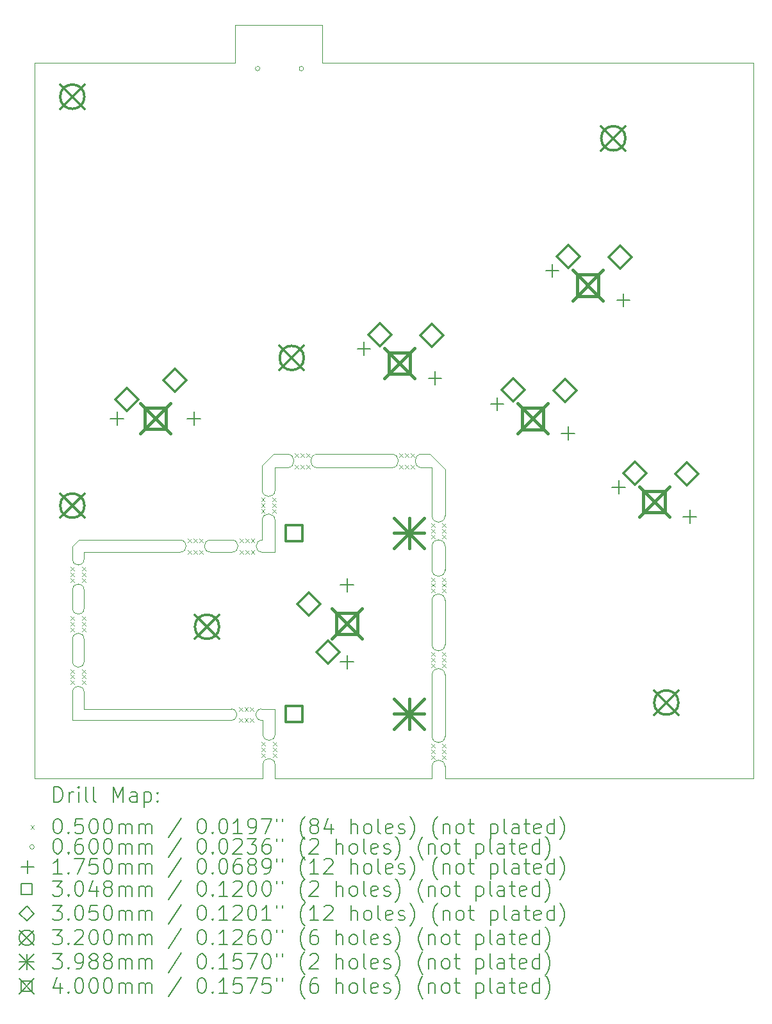
<source format=gbr>
%TF.GenerationSoftware,KiCad,Pcbnew,8.0.4*%
%TF.CreationDate,2024-07-29T00:22:05-07:00*%
%TF.ProjectId,panel_1,70616e65-6c5f-4312-9e6b-696361645f70,rev?*%
%TF.SameCoordinates,Original*%
%TF.FileFunction,Drillmap*%
%TF.FilePolarity,Positive*%
%FSLAX45Y45*%
G04 Gerber Fmt 4.5, Leading zero omitted, Abs format (unit mm)*
G04 Created by KiCad (PCBNEW 8.0.4) date 2024-07-29 00:22:05*
%MOMM*%
%LPD*%
G01*
G04 APERTURE LIST*
%ADD10C,0.050000*%
%ADD11C,0.200000*%
%ADD12C,0.100000*%
%ADD13C,0.175000*%
%ADD14C,0.304800*%
%ADD15C,0.305000*%
%ADD16C,0.320000*%
%ADD17C,0.398780*%
%ADD18C,0.400000*%
G04 APERTURE END LIST*
D10*
X13900000Y-11950000D02*
X13900000Y-2500000D01*
X13900000Y-11950000D02*
X9825000Y-11950000D01*
X4400000Y-11950000D02*
X4400000Y-2500000D01*
X4905000Y-10110000D02*
G75*
G02*
X5055000Y-10110000I75000J0D01*
G01*
X9520000Y-7850000D02*
G75*
G02*
X9520000Y-7670000I0J90000D01*
G01*
X7410000Y-8545000D02*
X7410000Y-8805000D01*
X9655000Y-9600000D02*
X9655000Y-10185000D01*
X7580000Y-11950000D02*
X9655000Y-11950000D01*
X4905000Y-10410000D02*
X4905000Y-10110000D01*
X7050000Y-2500000D02*
X4400000Y-2500000D01*
X7580000Y-11770000D02*
X7580000Y-11950000D01*
X7420000Y-11770000D02*
X7420000Y-11950000D01*
X5055000Y-10110000D02*
X5055000Y-10410000D01*
X9825000Y-9200000D02*
G75*
G02*
X9655000Y-9200000I-85000J0D01*
G01*
X7420000Y-11950000D02*
X4400000Y-11950000D01*
X5055000Y-9060000D02*
X5055000Y-8965000D01*
X9825000Y-11395000D02*
X9825000Y-10585000D01*
X9120000Y-7670000D02*
G75*
G02*
X9120000Y-7850000I0J-90000D01*
G01*
X6725000Y-8965000D02*
G75*
G02*
X6725000Y-8805000I0J80000D01*
G01*
X9655000Y-10585000D02*
G75*
G02*
X9825000Y-10585000I85000J0D01*
G01*
X5055000Y-11035000D02*
X7000000Y-11035000D01*
X7560000Y-7670000D02*
X7410000Y-7820000D01*
X4905000Y-9060000D02*
X4905000Y-8890000D01*
X9825000Y-7870000D02*
X9625000Y-7670000D01*
X9825000Y-11795000D02*
X9825000Y-11950000D01*
X7580000Y-11370000D02*
G75*
G02*
X7420000Y-11370000I-80000J0D01*
G01*
X8140000Y-7850000D02*
G75*
G02*
X8140000Y-7670000I0J90000D01*
G01*
X7580000Y-11035000D02*
X7580000Y-11370000D01*
X9825000Y-9200000D02*
X9825000Y-8885000D01*
X7740000Y-7670000D02*
G75*
G02*
X7740000Y-7850000I0J-90000D01*
G01*
X9655000Y-7850000D02*
X9655000Y-8485000D01*
X9120000Y-7670000D02*
X8140000Y-7670000D01*
X7000000Y-11185000D02*
X4905000Y-11185000D01*
X9655000Y-11950000D02*
X9655000Y-11795000D01*
X5055000Y-9060000D02*
G75*
G02*
X4905000Y-9060000I-75000J0D01*
G01*
X7000000Y-11035000D02*
G75*
G02*
X7000000Y-11185000I0J-75000D01*
G01*
X9655000Y-7850000D02*
X9520000Y-7850000D01*
X7580000Y-8965000D02*
X7410000Y-8965000D01*
X4905000Y-9460000D02*
G75*
G02*
X5055000Y-9460000I75000J0D01*
G01*
X9655000Y-9200000D02*
X9655000Y-8885000D01*
X7010000Y-8805000D02*
G75*
G02*
X7010000Y-8965000I0J-80000D01*
G01*
X7740000Y-7670000D02*
X7560000Y-7670000D01*
X5055000Y-10810000D02*
X5055000Y-11035000D01*
X9825000Y-10185000D02*
G75*
G02*
X9655000Y-10185000I-85000J0D01*
G01*
X7420000Y-11185000D02*
X7400000Y-11185000D01*
X7580000Y-8145000D02*
X7580000Y-7850000D01*
X5055000Y-9460000D02*
X5055000Y-9710000D01*
X7410000Y-8145000D02*
X7410000Y-7820000D01*
X4905000Y-10810000D02*
G75*
G02*
X5055000Y-10810000I75000J0D01*
G01*
X7580000Y-7850000D02*
X7740000Y-7850000D01*
X7420000Y-11770000D02*
G75*
G02*
X7580000Y-11770000I80000J0D01*
G01*
X5055000Y-9710000D02*
G75*
G02*
X4905000Y-9710000I-75000J0D01*
G01*
X8200000Y-2500000D02*
X8200000Y-2000000D01*
X9625000Y-7670000D02*
X9520000Y-7670000D01*
X9120000Y-7850000D02*
X8140000Y-7850000D01*
X7400000Y-11035000D02*
X7580000Y-11035000D01*
X9825000Y-8485000D02*
G75*
G02*
X9655000Y-8485000I-85000J0D01*
G01*
X4905000Y-8890000D02*
X4990000Y-8805000D01*
X9655000Y-9600000D02*
G75*
G02*
X9825000Y-9600000I85000J0D01*
G01*
X9825000Y-8485000D02*
X9825000Y-7870000D01*
X7050000Y-2000000D02*
X7050000Y-2500000D01*
X4905000Y-10810000D02*
X4905000Y-11185000D01*
X7410000Y-8545000D02*
G75*
G02*
X7580000Y-8545000I85000J0D01*
G01*
X5055000Y-10410000D02*
G75*
G02*
X4905000Y-10410000I-75000J0D01*
G01*
X13900000Y-2500000D02*
X8200000Y-2500000D01*
X9825000Y-11395000D02*
G75*
G02*
X9655000Y-11395000I-85000J0D01*
G01*
X7010000Y-8965000D02*
X6725000Y-8965000D01*
X4905000Y-9710000D02*
X4905000Y-9460000D01*
X9825000Y-10185000D02*
X9825000Y-9600000D01*
X7410000Y-8965000D02*
G75*
G02*
X7410000Y-8805000I0J80000D01*
G01*
X6325000Y-8805000D02*
G75*
G02*
X6325000Y-8965000I0J-80000D01*
G01*
X7580000Y-8145000D02*
G75*
G02*
X7410000Y-8145000I-85000J0D01*
G01*
X9655000Y-11395000D02*
X9655000Y-10585000D01*
X9655000Y-8885000D02*
G75*
G02*
X9825000Y-8885000I85000J0D01*
G01*
X6725000Y-8805000D02*
X7010000Y-8805000D01*
X6325000Y-8805000D02*
X4990000Y-8805000D01*
X8200000Y-2000000D02*
X7050000Y-2000000D01*
X7400000Y-11185000D02*
G75*
G02*
X7400000Y-11035000I0J75000D01*
G01*
X9655000Y-11795000D02*
G75*
G02*
X9825000Y-11795000I85000J0D01*
G01*
X6325000Y-8965000D02*
X5055000Y-8965000D01*
X7420000Y-11370000D02*
X7420000Y-11185000D01*
X7580000Y-8545000D02*
X7580000Y-8965000D01*
D11*
D12*
X4880000Y-9160000D02*
X4930000Y-9210000D01*
X4930000Y-9160000D02*
X4880000Y-9210000D01*
X4880000Y-9235000D02*
X4930000Y-9285000D01*
X4930000Y-9235000D02*
X4880000Y-9285000D01*
X4880000Y-9310000D02*
X4930000Y-9360000D01*
X4930000Y-9310000D02*
X4880000Y-9360000D01*
X4880000Y-9810000D02*
X4930000Y-9860000D01*
X4930000Y-9810000D02*
X4880000Y-9860000D01*
X4880000Y-9885000D02*
X4930000Y-9935000D01*
X4930000Y-9885000D02*
X4880000Y-9935000D01*
X4880000Y-9960000D02*
X4930000Y-10010000D01*
X4930000Y-9960000D02*
X4880000Y-10010000D01*
X4880000Y-10510000D02*
X4930000Y-10560000D01*
X4930000Y-10510000D02*
X4880000Y-10560000D01*
X4880000Y-10585000D02*
X4930000Y-10635000D01*
X4930000Y-10585000D02*
X4880000Y-10635000D01*
X4880000Y-10660000D02*
X4930000Y-10710000D01*
X4930000Y-10660000D02*
X4880000Y-10710000D01*
X5030000Y-9160000D02*
X5080000Y-9210000D01*
X5080000Y-9160000D02*
X5030000Y-9210000D01*
X5030000Y-9235000D02*
X5080000Y-9285000D01*
X5080000Y-9235000D02*
X5030000Y-9285000D01*
X5030000Y-9310000D02*
X5080000Y-9360000D01*
X5080000Y-9310000D02*
X5030000Y-9360000D01*
X5030000Y-9810000D02*
X5080000Y-9860000D01*
X5080000Y-9810000D02*
X5030000Y-9860000D01*
X5030000Y-9885000D02*
X5080000Y-9935000D01*
X5080000Y-9885000D02*
X5030000Y-9935000D01*
X5030000Y-9960000D02*
X5080000Y-10010000D01*
X5080000Y-9960000D02*
X5030000Y-10010000D01*
X5030000Y-10510000D02*
X5080000Y-10560000D01*
X5080000Y-10510000D02*
X5030000Y-10560000D01*
X5030000Y-10585000D02*
X5080000Y-10635000D01*
X5080000Y-10585000D02*
X5030000Y-10635000D01*
X5030000Y-10660000D02*
X5080000Y-10710000D01*
X5080000Y-10660000D02*
X5030000Y-10710000D01*
X6425000Y-8785000D02*
X6475000Y-8835000D01*
X6475000Y-8785000D02*
X6425000Y-8835000D01*
X6425000Y-8935000D02*
X6475000Y-8985000D01*
X6475000Y-8935000D02*
X6425000Y-8985000D01*
X6500000Y-8785000D02*
X6550000Y-8835000D01*
X6550000Y-8785000D02*
X6500000Y-8835000D01*
X6500000Y-8935000D02*
X6550000Y-8985000D01*
X6550000Y-8935000D02*
X6500000Y-8985000D01*
X6575000Y-8785000D02*
X6625000Y-8835000D01*
X6625000Y-8785000D02*
X6575000Y-8835000D01*
X6575000Y-8935000D02*
X6625000Y-8985000D01*
X6625000Y-8935000D02*
X6575000Y-8985000D01*
X7100000Y-11010000D02*
X7150000Y-11060000D01*
X7150000Y-11010000D02*
X7100000Y-11060000D01*
X7100000Y-11160000D02*
X7150000Y-11210000D01*
X7150000Y-11160000D02*
X7100000Y-11210000D01*
X7110000Y-8785000D02*
X7160000Y-8835000D01*
X7160000Y-8785000D02*
X7110000Y-8835000D01*
X7110000Y-8935000D02*
X7160000Y-8985000D01*
X7160000Y-8935000D02*
X7110000Y-8985000D01*
X7175000Y-11010000D02*
X7225000Y-11060000D01*
X7225000Y-11010000D02*
X7175000Y-11060000D01*
X7175000Y-11160000D02*
X7225000Y-11210000D01*
X7225000Y-11160000D02*
X7175000Y-11210000D01*
X7185000Y-8785000D02*
X7235000Y-8835000D01*
X7235000Y-8785000D02*
X7185000Y-8835000D01*
X7185000Y-8935000D02*
X7235000Y-8985000D01*
X7235000Y-8935000D02*
X7185000Y-8985000D01*
X7250000Y-11010000D02*
X7300000Y-11060000D01*
X7300000Y-11010000D02*
X7250000Y-11060000D01*
X7250000Y-11160000D02*
X7300000Y-11210000D01*
X7300000Y-11160000D02*
X7250000Y-11210000D01*
X7260000Y-8785000D02*
X7310000Y-8835000D01*
X7310000Y-8785000D02*
X7260000Y-8835000D01*
X7260000Y-8935000D02*
X7310000Y-8985000D01*
X7310000Y-8935000D02*
X7260000Y-8985000D01*
X7395000Y-8245000D02*
X7445000Y-8295000D01*
X7445000Y-8245000D02*
X7395000Y-8295000D01*
X7395000Y-8320000D02*
X7445000Y-8370000D01*
X7445000Y-8320000D02*
X7395000Y-8370000D01*
X7395000Y-8395000D02*
X7445000Y-8445000D01*
X7445000Y-8395000D02*
X7395000Y-8445000D01*
X7400000Y-11470000D02*
X7450000Y-11520000D01*
X7450000Y-11470000D02*
X7400000Y-11520000D01*
X7400000Y-11545000D02*
X7450000Y-11595000D01*
X7450000Y-11545000D02*
X7400000Y-11595000D01*
X7400000Y-11620000D02*
X7450000Y-11670000D01*
X7450000Y-11620000D02*
X7400000Y-11670000D01*
X7545000Y-8245000D02*
X7595000Y-8295000D01*
X7595000Y-8245000D02*
X7545000Y-8295000D01*
X7545000Y-8320000D02*
X7595000Y-8370000D01*
X7595000Y-8320000D02*
X7545000Y-8370000D01*
X7545000Y-8395000D02*
X7595000Y-8445000D01*
X7595000Y-8395000D02*
X7545000Y-8445000D01*
X7550000Y-11470000D02*
X7600000Y-11520000D01*
X7600000Y-11470000D02*
X7550000Y-11520000D01*
X7550000Y-11545000D02*
X7600000Y-11595000D01*
X7600000Y-11545000D02*
X7550000Y-11595000D01*
X7550000Y-11620000D02*
X7600000Y-11670000D01*
X7600000Y-11620000D02*
X7550000Y-11670000D01*
X7840000Y-7660000D02*
X7890000Y-7710000D01*
X7890000Y-7660000D02*
X7840000Y-7710000D01*
X7840000Y-7810000D02*
X7890000Y-7860000D01*
X7890000Y-7810000D02*
X7840000Y-7860000D01*
X7915000Y-7660000D02*
X7965000Y-7710000D01*
X7965000Y-7660000D02*
X7915000Y-7710000D01*
X7915000Y-7810000D02*
X7965000Y-7860000D01*
X7965000Y-7810000D02*
X7915000Y-7860000D01*
X7990000Y-7660000D02*
X8040000Y-7710000D01*
X8040000Y-7660000D02*
X7990000Y-7710000D01*
X7990000Y-7810000D02*
X8040000Y-7860000D01*
X8040000Y-7810000D02*
X7990000Y-7860000D01*
X9220000Y-7660000D02*
X9270000Y-7710000D01*
X9270000Y-7660000D02*
X9220000Y-7710000D01*
X9220000Y-7810000D02*
X9270000Y-7860000D01*
X9270000Y-7810000D02*
X9220000Y-7860000D01*
X9295000Y-7660000D02*
X9345000Y-7710000D01*
X9345000Y-7660000D02*
X9295000Y-7710000D01*
X9295000Y-7810000D02*
X9345000Y-7860000D01*
X9345000Y-7810000D02*
X9295000Y-7860000D01*
X9370000Y-7660000D02*
X9420000Y-7710000D01*
X9420000Y-7660000D02*
X9370000Y-7710000D01*
X9370000Y-7810000D02*
X9420000Y-7860000D01*
X9420000Y-7810000D02*
X9370000Y-7860000D01*
X9640000Y-8585000D02*
X9690000Y-8635000D01*
X9690000Y-8585000D02*
X9640000Y-8635000D01*
X9640000Y-8660000D02*
X9690000Y-8710000D01*
X9690000Y-8660000D02*
X9640000Y-8710000D01*
X9640000Y-8735000D02*
X9690000Y-8785000D01*
X9690000Y-8735000D02*
X9640000Y-8785000D01*
X9640000Y-9300000D02*
X9690000Y-9350000D01*
X9690000Y-9300000D02*
X9640000Y-9350000D01*
X9640000Y-9375000D02*
X9690000Y-9425000D01*
X9690000Y-9375000D02*
X9640000Y-9425000D01*
X9640000Y-9450000D02*
X9690000Y-9500000D01*
X9690000Y-9450000D02*
X9640000Y-9500000D01*
X9640000Y-10285000D02*
X9690000Y-10335000D01*
X9690000Y-10285000D02*
X9640000Y-10335000D01*
X9640000Y-10360000D02*
X9690000Y-10410000D01*
X9690000Y-10360000D02*
X9640000Y-10410000D01*
X9640000Y-10435000D02*
X9690000Y-10485000D01*
X9690000Y-10435000D02*
X9640000Y-10485000D01*
X9640000Y-11495000D02*
X9690000Y-11545000D01*
X9690000Y-11495000D02*
X9640000Y-11545000D01*
X9640000Y-11570000D02*
X9690000Y-11620000D01*
X9690000Y-11570000D02*
X9640000Y-11620000D01*
X9640000Y-11645000D02*
X9690000Y-11695000D01*
X9690000Y-11645000D02*
X9640000Y-11695000D01*
X9790000Y-8585000D02*
X9840000Y-8635000D01*
X9840000Y-8585000D02*
X9790000Y-8635000D01*
X9790000Y-8660000D02*
X9840000Y-8710000D01*
X9840000Y-8660000D02*
X9790000Y-8710000D01*
X9790000Y-8735000D02*
X9840000Y-8785000D01*
X9840000Y-8735000D02*
X9790000Y-8785000D01*
X9790000Y-9300000D02*
X9840000Y-9350000D01*
X9840000Y-9300000D02*
X9790000Y-9350000D01*
X9790000Y-9375000D02*
X9840000Y-9425000D01*
X9840000Y-9375000D02*
X9790000Y-9425000D01*
X9790000Y-9450000D02*
X9840000Y-9500000D01*
X9840000Y-9450000D02*
X9790000Y-9500000D01*
X9790000Y-10285000D02*
X9840000Y-10335000D01*
X9840000Y-10285000D02*
X9790000Y-10335000D01*
X9790000Y-10360000D02*
X9840000Y-10410000D01*
X9840000Y-10360000D02*
X9790000Y-10410000D01*
X9790000Y-10435000D02*
X9840000Y-10485000D01*
X9840000Y-10435000D02*
X9790000Y-10485000D01*
X9790000Y-11495000D02*
X9840000Y-11545000D01*
X9840000Y-11495000D02*
X9790000Y-11545000D01*
X9790000Y-11570000D02*
X9840000Y-11620000D01*
X9840000Y-11570000D02*
X9790000Y-11620000D01*
X9790000Y-11645000D02*
X9840000Y-11695000D01*
X9840000Y-11645000D02*
X9790000Y-11695000D01*
X7379000Y-2579500D02*
G75*
G02*
X7319000Y-2579500I-30000J0D01*
G01*
X7319000Y-2579500D02*
G75*
G02*
X7379000Y-2579500I30000J0D01*
G01*
X7957000Y-2579500D02*
G75*
G02*
X7897000Y-2579500I-30000J0D01*
G01*
X7897000Y-2579500D02*
G75*
G02*
X7957000Y-2579500I30000J0D01*
G01*
D13*
X5492000Y-7111670D02*
X5492000Y-7286670D01*
X5404500Y-7199170D02*
X5579500Y-7199170D01*
X6508000Y-7111670D02*
X6508000Y-7286670D01*
X6420500Y-7199170D02*
X6595500Y-7199170D01*
X8531000Y-9310500D02*
X8531000Y-9485500D01*
X8443500Y-9398000D02*
X8618500Y-9398000D01*
X8531000Y-10326500D02*
X8531000Y-10501500D01*
X8443500Y-10414000D02*
X8618500Y-10414000D01*
X8754156Y-6190521D02*
X8754156Y-6365521D01*
X8666656Y-6278021D02*
X8841656Y-6278021D01*
X9692818Y-6579327D02*
X9692818Y-6754327D01*
X9605318Y-6666827D02*
X9780318Y-6666827D01*
X10514146Y-6919533D02*
X10514146Y-7094533D01*
X10426646Y-7007033D02*
X10601646Y-7007033D01*
X11243158Y-5159543D02*
X11243158Y-5334543D01*
X11155658Y-5247043D02*
X11330658Y-5247043D01*
X11452808Y-7308339D02*
X11452808Y-7483339D01*
X11365308Y-7395839D02*
X11540308Y-7395839D01*
X12121063Y-8018097D02*
X12121063Y-8193097D01*
X12033563Y-8105597D02*
X12208563Y-8105597D01*
X12181820Y-5548349D02*
X12181820Y-5723349D01*
X12094320Y-5635849D02*
X12269320Y-5635849D01*
X13059725Y-8406903D02*
X13059725Y-8581903D01*
X12972225Y-8494403D02*
X13147225Y-8494403D01*
D14*
X7940264Y-8819964D02*
X7940264Y-8604436D01*
X7724736Y-8604436D01*
X7724736Y-8819964D01*
X7940264Y-8819964D01*
X7940264Y-11207564D02*
X7940264Y-10992036D01*
X7724736Y-10992036D01*
X7724736Y-11207564D01*
X7940264Y-11207564D01*
D15*
X5619000Y-7097670D02*
X5771500Y-6945170D01*
X5619000Y-6792670D01*
X5466500Y-6945170D01*
X5619000Y-7097670D01*
X6254000Y-6843670D02*
X6406500Y-6691170D01*
X6254000Y-6538670D01*
X6101500Y-6691170D01*
X6254000Y-6843670D01*
X8023000Y-9804500D02*
X8175500Y-9652000D01*
X8023000Y-9499500D01*
X7870500Y-9652000D01*
X8023000Y-9804500D01*
X8277000Y-10439500D02*
X8429500Y-10287000D01*
X8277000Y-10134500D01*
X8124500Y-10287000D01*
X8277000Y-10439500D01*
X8968690Y-6244456D02*
X9121190Y-6091956D01*
X8968690Y-5939456D01*
X8816190Y-6091956D01*
X8968690Y-6244456D01*
X9652555Y-6252795D02*
X9805055Y-6100295D01*
X9652555Y-5947795D01*
X9500055Y-6100295D01*
X9652555Y-6252795D01*
X10728681Y-6973468D02*
X10881181Y-6820968D01*
X10728681Y-6668468D01*
X10576181Y-6820968D01*
X10728681Y-6973468D01*
X11412546Y-6981807D02*
X11565046Y-6829307D01*
X11412546Y-6676807D01*
X11260046Y-6829307D01*
X11412546Y-6981807D01*
X11457693Y-5213478D02*
X11610193Y-5060978D01*
X11457693Y-4908478D01*
X11305193Y-5060978D01*
X11457693Y-5213478D01*
X12141558Y-5221817D02*
X12294058Y-5069317D01*
X12141558Y-4916817D01*
X11989058Y-5069317D01*
X12141558Y-5221817D01*
X12335598Y-8072032D02*
X12488098Y-7919532D01*
X12335598Y-7767032D01*
X12183098Y-7919532D01*
X12335598Y-8072032D01*
X13019463Y-8080371D02*
X13171963Y-7927871D01*
X13019463Y-7775371D01*
X12866963Y-7927871D01*
X13019463Y-8080371D01*
D16*
X4740000Y-2790000D02*
X5060000Y-3110000D01*
X5060000Y-2790000D02*
X4740000Y-3110000D01*
X5060000Y-2950000D02*
G75*
G02*
X4740000Y-2950000I-160000J0D01*
G01*
X4740000Y-2950000D02*
G75*
G02*
X5060000Y-2950000I160000J0D01*
G01*
X4740000Y-8190000D02*
X5060000Y-8510000D01*
X5060000Y-8190000D02*
X4740000Y-8510000D01*
X5060000Y-8350000D02*
G75*
G02*
X4740000Y-8350000I-160000J0D01*
G01*
X4740000Y-8350000D02*
G75*
G02*
X5060000Y-8350000I160000J0D01*
G01*
X6520000Y-9790000D02*
X6840000Y-10110000D01*
X6840000Y-9790000D02*
X6520000Y-10110000D01*
X6840000Y-9950000D02*
G75*
G02*
X6520000Y-9950000I-160000J0D01*
G01*
X6520000Y-9950000D02*
G75*
G02*
X6840000Y-9950000I160000J0D01*
G01*
X7640000Y-6240000D02*
X7960000Y-6560000D01*
X7960000Y-6240000D02*
X7640000Y-6560000D01*
X7960000Y-6400000D02*
G75*
G02*
X7640000Y-6400000I-160000J0D01*
G01*
X7640000Y-6400000D02*
G75*
G02*
X7960000Y-6400000I160000J0D01*
G01*
X11890000Y-3340000D02*
X12210000Y-3660000D01*
X12210000Y-3340000D02*
X11890000Y-3660000D01*
X12210000Y-3500000D02*
G75*
G02*
X11890000Y-3500000I-160000J0D01*
G01*
X11890000Y-3500000D02*
G75*
G02*
X12210000Y-3500000I160000J0D01*
G01*
X12590000Y-10790000D02*
X12910000Y-11110000D01*
X12910000Y-10790000D02*
X12590000Y-11110000D01*
X12910000Y-10950000D02*
G75*
G02*
X12590000Y-10950000I-160000J0D01*
G01*
X12590000Y-10950000D02*
G75*
G02*
X12910000Y-10950000I160000J0D01*
G01*
D17*
X9154110Y-8512810D02*
X9552890Y-8911590D01*
X9552890Y-8512810D02*
X9154110Y-8911590D01*
X9353500Y-8512810D02*
X9353500Y-8911590D01*
X9154110Y-8712200D02*
X9552890Y-8712200D01*
X9154110Y-10900410D02*
X9552890Y-11299190D01*
X9552890Y-10900410D02*
X9154110Y-11299190D01*
X9353500Y-10900410D02*
X9353500Y-11299190D01*
X9154110Y-11099800D02*
X9552890Y-11099800D01*
D18*
X5800000Y-6999170D02*
X6200000Y-7399170D01*
X6200000Y-6999170D02*
X5800000Y-7399170D01*
X6141423Y-7340592D02*
X6141423Y-7057747D01*
X5858577Y-7057747D01*
X5858577Y-7340592D01*
X6141423Y-7340592D01*
X8331000Y-9706000D02*
X8731000Y-10106000D01*
X8731000Y-9706000D02*
X8331000Y-10106000D01*
X8672423Y-10047423D02*
X8672423Y-9764577D01*
X8389577Y-9764577D01*
X8389577Y-10047423D01*
X8672423Y-10047423D01*
X9023487Y-6272424D02*
X9423487Y-6672424D01*
X9423487Y-6272424D02*
X9023487Y-6672424D01*
X9364909Y-6613847D02*
X9364909Y-6331002D01*
X9082064Y-6331002D01*
X9082064Y-6613847D01*
X9364909Y-6613847D01*
X10783477Y-7001436D02*
X11183477Y-7401436D01*
X11183477Y-7001436D02*
X10783477Y-7401436D01*
X11124900Y-7342859D02*
X11124900Y-7060013D01*
X10842055Y-7060013D01*
X10842055Y-7342859D01*
X11124900Y-7342859D01*
X11512489Y-5241446D02*
X11912489Y-5641446D01*
X11912489Y-5241446D02*
X11512489Y-5641446D01*
X11853912Y-5582868D02*
X11853912Y-5300023D01*
X11571066Y-5300023D01*
X11571066Y-5582868D01*
X11853912Y-5582868D01*
X12390394Y-8100000D02*
X12790394Y-8500000D01*
X12790394Y-8100000D02*
X12390394Y-8500000D01*
X12731817Y-8441423D02*
X12731817Y-8158577D01*
X12448972Y-8158577D01*
X12448972Y-8441423D01*
X12731817Y-8441423D01*
D11*
X4658277Y-12263984D02*
X4658277Y-12063984D01*
X4658277Y-12063984D02*
X4705896Y-12063984D01*
X4705896Y-12063984D02*
X4734467Y-12073508D01*
X4734467Y-12073508D02*
X4753515Y-12092555D01*
X4753515Y-12092555D02*
X4763039Y-12111603D01*
X4763039Y-12111603D02*
X4772563Y-12149698D01*
X4772563Y-12149698D02*
X4772563Y-12178269D01*
X4772563Y-12178269D02*
X4763039Y-12216365D01*
X4763039Y-12216365D02*
X4753515Y-12235412D01*
X4753515Y-12235412D02*
X4734467Y-12254460D01*
X4734467Y-12254460D02*
X4705896Y-12263984D01*
X4705896Y-12263984D02*
X4658277Y-12263984D01*
X4858277Y-12263984D02*
X4858277Y-12130650D01*
X4858277Y-12168746D02*
X4867801Y-12149698D01*
X4867801Y-12149698D02*
X4877324Y-12140174D01*
X4877324Y-12140174D02*
X4896372Y-12130650D01*
X4896372Y-12130650D02*
X4915420Y-12130650D01*
X4982086Y-12263984D02*
X4982086Y-12130650D01*
X4982086Y-12063984D02*
X4972563Y-12073508D01*
X4972563Y-12073508D02*
X4982086Y-12083031D01*
X4982086Y-12083031D02*
X4991610Y-12073508D01*
X4991610Y-12073508D02*
X4982086Y-12063984D01*
X4982086Y-12063984D02*
X4982086Y-12083031D01*
X5105896Y-12263984D02*
X5086848Y-12254460D01*
X5086848Y-12254460D02*
X5077324Y-12235412D01*
X5077324Y-12235412D02*
X5077324Y-12063984D01*
X5210658Y-12263984D02*
X5191610Y-12254460D01*
X5191610Y-12254460D02*
X5182086Y-12235412D01*
X5182086Y-12235412D02*
X5182086Y-12063984D01*
X5439229Y-12263984D02*
X5439229Y-12063984D01*
X5439229Y-12063984D02*
X5505896Y-12206841D01*
X5505896Y-12206841D02*
X5572563Y-12063984D01*
X5572563Y-12063984D02*
X5572563Y-12263984D01*
X5753515Y-12263984D02*
X5753515Y-12159222D01*
X5753515Y-12159222D02*
X5743991Y-12140174D01*
X5743991Y-12140174D02*
X5724943Y-12130650D01*
X5724943Y-12130650D02*
X5686848Y-12130650D01*
X5686848Y-12130650D02*
X5667801Y-12140174D01*
X5753515Y-12254460D02*
X5734467Y-12263984D01*
X5734467Y-12263984D02*
X5686848Y-12263984D01*
X5686848Y-12263984D02*
X5667801Y-12254460D01*
X5667801Y-12254460D02*
X5658277Y-12235412D01*
X5658277Y-12235412D02*
X5658277Y-12216365D01*
X5658277Y-12216365D02*
X5667801Y-12197317D01*
X5667801Y-12197317D02*
X5686848Y-12187793D01*
X5686848Y-12187793D02*
X5734467Y-12187793D01*
X5734467Y-12187793D02*
X5753515Y-12178269D01*
X5848753Y-12130650D02*
X5848753Y-12330650D01*
X5848753Y-12140174D02*
X5867801Y-12130650D01*
X5867801Y-12130650D02*
X5905896Y-12130650D01*
X5905896Y-12130650D02*
X5924943Y-12140174D01*
X5924943Y-12140174D02*
X5934467Y-12149698D01*
X5934467Y-12149698D02*
X5943991Y-12168746D01*
X5943991Y-12168746D02*
X5943991Y-12225888D01*
X5943991Y-12225888D02*
X5934467Y-12244936D01*
X5934467Y-12244936D02*
X5924943Y-12254460D01*
X5924943Y-12254460D02*
X5905896Y-12263984D01*
X5905896Y-12263984D02*
X5867801Y-12263984D01*
X5867801Y-12263984D02*
X5848753Y-12254460D01*
X6029705Y-12244936D02*
X6039229Y-12254460D01*
X6039229Y-12254460D02*
X6029705Y-12263984D01*
X6029705Y-12263984D02*
X6020182Y-12254460D01*
X6020182Y-12254460D02*
X6029705Y-12244936D01*
X6029705Y-12244936D02*
X6029705Y-12263984D01*
X6029705Y-12140174D02*
X6039229Y-12149698D01*
X6039229Y-12149698D02*
X6029705Y-12159222D01*
X6029705Y-12159222D02*
X6020182Y-12149698D01*
X6020182Y-12149698D02*
X6029705Y-12140174D01*
X6029705Y-12140174D02*
X6029705Y-12159222D01*
D12*
X4347500Y-12567500D02*
X4397500Y-12617500D01*
X4397500Y-12567500D02*
X4347500Y-12617500D01*
D11*
X4696372Y-12483984D02*
X4715420Y-12483984D01*
X4715420Y-12483984D02*
X4734467Y-12493508D01*
X4734467Y-12493508D02*
X4743991Y-12503031D01*
X4743991Y-12503031D02*
X4753515Y-12522079D01*
X4753515Y-12522079D02*
X4763039Y-12560174D01*
X4763039Y-12560174D02*
X4763039Y-12607793D01*
X4763039Y-12607793D02*
X4753515Y-12645888D01*
X4753515Y-12645888D02*
X4743991Y-12664936D01*
X4743991Y-12664936D02*
X4734467Y-12674460D01*
X4734467Y-12674460D02*
X4715420Y-12683984D01*
X4715420Y-12683984D02*
X4696372Y-12683984D01*
X4696372Y-12683984D02*
X4677324Y-12674460D01*
X4677324Y-12674460D02*
X4667801Y-12664936D01*
X4667801Y-12664936D02*
X4658277Y-12645888D01*
X4658277Y-12645888D02*
X4648753Y-12607793D01*
X4648753Y-12607793D02*
X4648753Y-12560174D01*
X4648753Y-12560174D02*
X4658277Y-12522079D01*
X4658277Y-12522079D02*
X4667801Y-12503031D01*
X4667801Y-12503031D02*
X4677324Y-12493508D01*
X4677324Y-12493508D02*
X4696372Y-12483984D01*
X4848753Y-12664936D02*
X4858277Y-12674460D01*
X4858277Y-12674460D02*
X4848753Y-12683984D01*
X4848753Y-12683984D02*
X4839229Y-12674460D01*
X4839229Y-12674460D02*
X4848753Y-12664936D01*
X4848753Y-12664936D02*
X4848753Y-12683984D01*
X5039229Y-12483984D02*
X4943991Y-12483984D01*
X4943991Y-12483984D02*
X4934467Y-12579222D01*
X4934467Y-12579222D02*
X4943991Y-12569698D01*
X4943991Y-12569698D02*
X4963039Y-12560174D01*
X4963039Y-12560174D02*
X5010658Y-12560174D01*
X5010658Y-12560174D02*
X5029705Y-12569698D01*
X5029705Y-12569698D02*
X5039229Y-12579222D01*
X5039229Y-12579222D02*
X5048753Y-12598269D01*
X5048753Y-12598269D02*
X5048753Y-12645888D01*
X5048753Y-12645888D02*
X5039229Y-12664936D01*
X5039229Y-12664936D02*
X5029705Y-12674460D01*
X5029705Y-12674460D02*
X5010658Y-12683984D01*
X5010658Y-12683984D02*
X4963039Y-12683984D01*
X4963039Y-12683984D02*
X4943991Y-12674460D01*
X4943991Y-12674460D02*
X4934467Y-12664936D01*
X5172563Y-12483984D02*
X5191610Y-12483984D01*
X5191610Y-12483984D02*
X5210658Y-12493508D01*
X5210658Y-12493508D02*
X5220182Y-12503031D01*
X5220182Y-12503031D02*
X5229705Y-12522079D01*
X5229705Y-12522079D02*
X5239229Y-12560174D01*
X5239229Y-12560174D02*
X5239229Y-12607793D01*
X5239229Y-12607793D02*
X5229705Y-12645888D01*
X5229705Y-12645888D02*
X5220182Y-12664936D01*
X5220182Y-12664936D02*
X5210658Y-12674460D01*
X5210658Y-12674460D02*
X5191610Y-12683984D01*
X5191610Y-12683984D02*
X5172563Y-12683984D01*
X5172563Y-12683984D02*
X5153515Y-12674460D01*
X5153515Y-12674460D02*
X5143991Y-12664936D01*
X5143991Y-12664936D02*
X5134467Y-12645888D01*
X5134467Y-12645888D02*
X5124944Y-12607793D01*
X5124944Y-12607793D02*
X5124944Y-12560174D01*
X5124944Y-12560174D02*
X5134467Y-12522079D01*
X5134467Y-12522079D02*
X5143991Y-12503031D01*
X5143991Y-12503031D02*
X5153515Y-12493508D01*
X5153515Y-12493508D02*
X5172563Y-12483984D01*
X5363039Y-12483984D02*
X5382086Y-12483984D01*
X5382086Y-12483984D02*
X5401134Y-12493508D01*
X5401134Y-12493508D02*
X5410658Y-12503031D01*
X5410658Y-12503031D02*
X5420182Y-12522079D01*
X5420182Y-12522079D02*
X5429705Y-12560174D01*
X5429705Y-12560174D02*
X5429705Y-12607793D01*
X5429705Y-12607793D02*
X5420182Y-12645888D01*
X5420182Y-12645888D02*
X5410658Y-12664936D01*
X5410658Y-12664936D02*
X5401134Y-12674460D01*
X5401134Y-12674460D02*
X5382086Y-12683984D01*
X5382086Y-12683984D02*
X5363039Y-12683984D01*
X5363039Y-12683984D02*
X5343991Y-12674460D01*
X5343991Y-12674460D02*
X5334467Y-12664936D01*
X5334467Y-12664936D02*
X5324944Y-12645888D01*
X5324944Y-12645888D02*
X5315420Y-12607793D01*
X5315420Y-12607793D02*
X5315420Y-12560174D01*
X5315420Y-12560174D02*
X5324944Y-12522079D01*
X5324944Y-12522079D02*
X5334467Y-12503031D01*
X5334467Y-12503031D02*
X5343991Y-12493508D01*
X5343991Y-12493508D02*
X5363039Y-12483984D01*
X5515420Y-12683984D02*
X5515420Y-12550650D01*
X5515420Y-12569698D02*
X5524944Y-12560174D01*
X5524944Y-12560174D02*
X5543991Y-12550650D01*
X5543991Y-12550650D02*
X5572563Y-12550650D01*
X5572563Y-12550650D02*
X5591610Y-12560174D01*
X5591610Y-12560174D02*
X5601134Y-12579222D01*
X5601134Y-12579222D02*
X5601134Y-12683984D01*
X5601134Y-12579222D02*
X5610658Y-12560174D01*
X5610658Y-12560174D02*
X5629705Y-12550650D01*
X5629705Y-12550650D02*
X5658277Y-12550650D01*
X5658277Y-12550650D02*
X5677324Y-12560174D01*
X5677324Y-12560174D02*
X5686848Y-12579222D01*
X5686848Y-12579222D02*
X5686848Y-12683984D01*
X5782086Y-12683984D02*
X5782086Y-12550650D01*
X5782086Y-12569698D02*
X5791610Y-12560174D01*
X5791610Y-12560174D02*
X5810658Y-12550650D01*
X5810658Y-12550650D02*
X5839229Y-12550650D01*
X5839229Y-12550650D02*
X5858277Y-12560174D01*
X5858277Y-12560174D02*
X5867801Y-12579222D01*
X5867801Y-12579222D02*
X5867801Y-12683984D01*
X5867801Y-12579222D02*
X5877324Y-12560174D01*
X5877324Y-12560174D02*
X5896372Y-12550650D01*
X5896372Y-12550650D02*
X5924943Y-12550650D01*
X5924943Y-12550650D02*
X5943991Y-12560174D01*
X5943991Y-12560174D02*
X5953515Y-12579222D01*
X5953515Y-12579222D02*
X5953515Y-12683984D01*
X6343991Y-12474460D02*
X6172563Y-12731603D01*
X6601134Y-12483984D02*
X6620182Y-12483984D01*
X6620182Y-12483984D02*
X6639229Y-12493508D01*
X6639229Y-12493508D02*
X6648753Y-12503031D01*
X6648753Y-12503031D02*
X6658277Y-12522079D01*
X6658277Y-12522079D02*
X6667801Y-12560174D01*
X6667801Y-12560174D02*
X6667801Y-12607793D01*
X6667801Y-12607793D02*
X6658277Y-12645888D01*
X6658277Y-12645888D02*
X6648753Y-12664936D01*
X6648753Y-12664936D02*
X6639229Y-12674460D01*
X6639229Y-12674460D02*
X6620182Y-12683984D01*
X6620182Y-12683984D02*
X6601134Y-12683984D01*
X6601134Y-12683984D02*
X6582086Y-12674460D01*
X6582086Y-12674460D02*
X6572563Y-12664936D01*
X6572563Y-12664936D02*
X6563039Y-12645888D01*
X6563039Y-12645888D02*
X6553515Y-12607793D01*
X6553515Y-12607793D02*
X6553515Y-12560174D01*
X6553515Y-12560174D02*
X6563039Y-12522079D01*
X6563039Y-12522079D02*
X6572563Y-12503031D01*
X6572563Y-12503031D02*
X6582086Y-12493508D01*
X6582086Y-12493508D02*
X6601134Y-12483984D01*
X6753515Y-12664936D02*
X6763039Y-12674460D01*
X6763039Y-12674460D02*
X6753515Y-12683984D01*
X6753515Y-12683984D02*
X6743991Y-12674460D01*
X6743991Y-12674460D02*
X6753515Y-12664936D01*
X6753515Y-12664936D02*
X6753515Y-12683984D01*
X6886848Y-12483984D02*
X6905896Y-12483984D01*
X6905896Y-12483984D02*
X6924944Y-12493508D01*
X6924944Y-12493508D02*
X6934467Y-12503031D01*
X6934467Y-12503031D02*
X6943991Y-12522079D01*
X6943991Y-12522079D02*
X6953515Y-12560174D01*
X6953515Y-12560174D02*
X6953515Y-12607793D01*
X6953515Y-12607793D02*
X6943991Y-12645888D01*
X6943991Y-12645888D02*
X6934467Y-12664936D01*
X6934467Y-12664936D02*
X6924944Y-12674460D01*
X6924944Y-12674460D02*
X6905896Y-12683984D01*
X6905896Y-12683984D02*
X6886848Y-12683984D01*
X6886848Y-12683984D02*
X6867801Y-12674460D01*
X6867801Y-12674460D02*
X6858277Y-12664936D01*
X6858277Y-12664936D02*
X6848753Y-12645888D01*
X6848753Y-12645888D02*
X6839229Y-12607793D01*
X6839229Y-12607793D02*
X6839229Y-12560174D01*
X6839229Y-12560174D02*
X6848753Y-12522079D01*
X6848753Y-12522079D02*
X6858277Y-12503031D01*
X6858277Y-12503031D02*
X6867801Y-12493508D01*
X6867801Y-12493508D02*
X6886848Y-12483984D01*
X7143991Y-12683984D02*
X7029706Y-12683984D01*
X7086848Y-12683984D02*
X7086848Y-12483984D01*
X7086848Y-12483984D02*
X7067801Y-12512555D01*
X7067801Y-12512555D02*
X7048753Y-12531603D01*
X7048753Y-12531603D02*
X7029706Y-12541127D01*
X7239229Y-12683984D02*
X7277325Y-12683984D01*
X7277325Y-12683984D02*
X7296372Y-12674460D01*
X7296372Y-12674460D02*
X7305896Y-12664936D01*
X7305896Y-12664936D02*
X7324944Y-12636365D01*
X7324944Y-12636365D02*
X7334467Y-12598269D01*
X7334467Y-12598269D02*
X7334467Y-12522079D01*
X7334467Y-12522079D02*
X7324944Y-12503031D01*
X7324944Y-12503031D02*
X7315420Y-12493508D01*
X7315420Y-12493508D02*
X7296372Y-12483984D01*
X7296372Y-12483984D02*
X7258277Y-12483984D01*
X7258277Y-12483984D02*
X7239229Y-12493508D01*
X7239229Y-12493508D02*
X7229706Y-12503031D01*
X7229706Y-12503031D02*
X7220182Y-12522079D01*
X7220182Y-12522079D02*
X7220182Y-12569698D01*
X7220182Y-12569698D02*
X7229706Y-12588746D01*
X7229706Y-12588746D02*
X7239229Y-12598269D01*
X7239229Y-12598269D02*
X7258277Y-12607793D01*
X7258277Y-12607793D02*
X7296372Y-12607793D01*
X7296372Y-12607793D02*
X7315420Y-12598269D01*
X7315420Y-12598269D02*
X7324944Y-12588746D01*
X7324944Y-12588746D02*
X7334467Y-12569698D01*
X7401134Y-12483984D02*
X7534467Y-12483984D01*
X7534467Y-12483984D02*
X7448753Y-12683984D01*
X7601134Y-12483984D02*
X7601134Y-12522079D01*
X7677325Y-12483984D02*
X7677325Y-12522079D01*
X7972563Y-12760174D02*
X7963039Y-12750650D01*
X7963039Y-12750650D02*
X7943991Y-12722079D01*
X7943991Y-12722079D02*
X7934468Y-12703031D01*
X7934468Y-12703031D02*
X7924944Y-12674460D01*
X7924944Y-12674460D02*
X7915420Y-12626841D01*
X7915420Y-12626841D02*
X7915420Y-12588746D01*
X7915420Y-12588746D02*
X7924944Y-12541127D01*
X7924944Y-12541127D02*
X7934468Y-12512555D01*
X7934468Y-12512555D02*
X7943991Y-12493508D01*
X7943991Y-12493508D02*
X7963039Y-12464936D01*
X7963039Y-12464936D02*
X7972563Y-12455412D01*
X8077325Y-12569698D02*
X8058277Y-12560174D01*
X8058277Y-12560174D02*
X8048753Y-12550650D01*
X8048753Y-12550650D02*
X8039229Y-12531603D01*
X8039229Y-12531603D02*
X8039229Y-12522079D01*
X8039229Y-12522079D02*
X8048753Y-12503031D01*
X8048753Y-12503031D02*
X8058277Y-12493508D01*
X8058277Y-12493508D02*
X8077325Y-12483984D01*
X8077325Y-12483984D02*
X8115420Y-12483984D01*
X8115420Y-12483984D02*
X8134468Y-12493508D01*
X8134468Y-12493508D02*
X8143991Y-12503031D01*
X8143991Y-12503031D02*
X8153515Y-12522079D01*
X8153515Y-12522079D02*
X8153515Y-12531603D01*
X8153515Y-12531603D02*
X8143991Y-12550650D01*
X8143991Y-12550650D02*
X8134468Y-12560174D01*
X8134468Y-12560174D02*
X8115420Y-12569698D01*
X8115420Y-12569698D02*
X8077325Y-12569698D01*
X8077325Y-12569698D02*
X8058277Y-12579222D01*
X8058277Y-12579222D02*
X8048753Y-12588746D01*
X8048753Y-12588746D02*
X8039229Y-12607793D01*
X8039229Y-12607793D02*
X8039229Y-12645888D01*
X8039229Y-12645888D02*
X8048753Y-12664936D01*
X8048753Y-12664936D02*
X8058277Y-12674460D01*
X8058277Y-12674460D02*
X8077325Y-12683984D01*
X8077325Y-12683984D02*
X8115420Y-12683984D01*
X8115420Y-12683984D02*
X8134468Y-12674460D01*
X8134468Y-12674460D02*
X8143991Y-12664936D01*
X8143991Y-12664936D02*
X8153515Y-12645888D01*
X8153515Y-12645888D02*
X8153515Y-12607793D01*
X8153515Y-12607793D02*
X8143991Y-12588746D01*
X8143991Y-12588746D02*
X8134468Y-12579222D01*
X8134468Y-12579222D02*
X8115420Y-12569698D01*
X8324944Y-12550650D02*
X8324944Y-12683984D01*
X8277325Y-12474460D02*
X8229706Y-12617317D01*
X8229706Y-12617317D02*
X8353515Y-12617317D01*
X8582087Y-12683984D02*
X8582087Y-12483984D01*
X8667801Y-12683984D02*
X8667801Y-12579222D01*
X8667801Y-12579222D02*
X8658277Y-12560174D01*
X8658277Y-12560174D02*
X8639230Y-12550650D01*
X8639230Y-12550650D02*
X8610658Y-12550650D01*
X8610658Y-12550650D02*
X8591611Y-12560174D01*
X8591611Y-12560174D02*
X8582087Y-12569698D01*
X8791611Y-12683984D02*
X8772563Y-12674460D01*
X8772563Y-12674460D02*
X8763039Y-12664936D01*
X8763039Y-12664936D02*
X8753515Y-12645888D01*
X8753515Y-12645888D02*
X8753515Y-12588746D01*
X8753515Y-12588746D02*
X8763039Y-12569698D01*
X8763039Y-12569698D02*
X8772563Y-12560174D01*
X8772563Y-12560174D02*
X8791611Y-12550650D01*
X8791611Y-12550650D02*
X8820182Y-12550650D01*
X8820182Y-12550650D02*
X8839230Y-12560174D01*
X8839230Y-12560174D02*
X8848753Y-12569698D01*
X8848753Y-12569698D02*
X8858277Y-12588746D01*
X8858277Y-12588746D02*
X8858277Y-12645888D01*
X8858277Y-12645888D02*
X8848753Y-12664936D01*
X8848753Y-12664936D02*
X8839230Y-12674460D01*
X8839230Y-12674460D02*
X8820182Y-12683984D01*
X8820182Y-12683984D02*
X8791611Y-12683984D01*
X8972563Y-12683984D02*
X8953515Y-12674460D01*
X8953515Y-12674460D02*
X8943992Y-12655412D01*
X8943992Y-12655412D02*
X8943992Y-12483984D01*
X9124944Y-12674460D02*
X9105896Y-12683984D01*
X9105896Y-12683984D02*
X9067801Y-12683984D01*
X9067801Y-12683984D02*
X9048753Y-12674460D01*
X9048753Y-12674460D02*
X9039230Y-12655412D01*
X9039230Y-12655412D02*
X9039230Y-12579222D01*
X9039230Y-12579222D02*
X9048753Y-12560174D01*
X9048753Y-12560174D02*
X9067801Y-12550650D01*
X9067801Y-12550650D02*
X9105896Y-12550650D01*
X9105896Y-12550650D02*
X9124944Y-12560174D01*
X9124944Y-12560174D02*
X9134468Y-12579222D01*
X9134468Y-12579222D02*
X9134468Y-12598269D01*
X9134468Y-12598269D02*
X9039230Y-12617317D01*
X9210658Y-12674460D02*
X9229706Y-12683984D01*
X9229706Y-12683984D02*
X9267801Y-12683984D01*
X9267801Y-12683984D02*
X9286849Y-12674460D01*
X9286849Y-12674460D02*
X9296373Y-12655412D01*
X9296373Y-12655412D02*
X9296373Y-12645888D01*
X9296373Y-12645888D02*
X9286849Y-12626841D01*
X9286849Y-12626841D02*
X9267801Y-12617317D01*
X9267801Y-12617317D02*
X9239230Y-12617317D01*
X9239230Y-12617317D02*
X9220182Y-12607793D01*
X9220182Y-12607793D02*
X9210658Y-12588746D01*
X9210658Y-12588746D02*
X9210658Y-12579222D01*
X9210658Y-12579222D02*
X9220182Y-12560174D01*
X9220182Y-12560174D02*
X9239230Y-12550650D01*
X9239230Y-12550650D02*
X9267801Y-12550650D01*
X9267801Y-12550650D02*
X9286849Y-12560174D01*
X9363039Y-12760174D02*
X9372563Y-12750650D01*
X9372563Y-12750650D02*
X9391611Y-12722079D01*
X9391611Y-12722079D02*
X9401134Y-12703031D01*
X9401134Y-12703031D02*
X9410658Y-12674460D01*
X9410658Y-12674460D02*
X9420182Y-12626841D01*
X9420182Y-12626841D02*
X9420182Y-12588746D01*
X9420182Y-12588746D02*
X9410658Y-12541127D01*
X9410658Y-12541127D02*
X9401134Y-12512555D01*
X9401134Y-12512555D02*
X9391611Y-12493508D01*
X9391611Y-12493508D02*
X9372563Y-12464936D01*
X9372563Y-12464936D02*
X9363039Y-12455412D01*
X9724944Y-12760174D02*
X9715420Y-12750650D01*
X9715420Y-12750650D02*
X9696373Y-12722079D01*
X9696373Y-12722079D02*
X9686849Y-12703031D01*
X9686849Y-12703031D02*
X9677325Y-12674460D01*
X9677325Y-12674460D02*
X9667801Y-12626841D01*
X9667801Y-12626841D02*
X9667801Y-12588746D01*
X9667801Y-12588746D02*
X9677325Y-12541127D01*
X9677325Y-12541127D02*
X9686849Y-12512555D01*
X9686849Y-12512555D02*
X9696373Y-12493508D01*
X9696373Y-12493508D02*
X9715420Y-12464936D01*
X9715420Y-12464936D02*
X9724944Y-12455412D01*
X9801134Y-12550650D02*
X9801134Y-12683984D01*
X9801134Y-12569698D02*
X9810658Y-12560174D01*
X9810658Y-12560174D02*
X9829706Y-12550650D01*
X9829706Y-12550650D02*
X9858277Y-12550650D01*
X9858277Y-12550650D02*
X9877325Y-12560174D01*
X9877325Y-12560174D02*
X9886849Y-12579222D01*
X9886849Y-12579222D02*
X9886849Y-12683984D01*
X10010658Y-12683984D02*
X9991611Y-12674460D01*
X9991611Y-12674460D02*
X9982087Y-12664936D01*
X9982087Y-12664936D02*
X9972563Y-12645888D01*
X9972563Y-12645888D02*
X9972563Y-12588746D01*
X9972563Y-12588746D02*
X9982087Y-12569698D01*
X9982087Y-12569698D02*
X9991611Y-12560174D01*
X9991611Y-12560174D02*
X10010658Y-12550650D01*
X10010658Y-12550650D02*
X10039230Y-12550650D01*
X10039230Y-12550650D02*
X10058277Y-12560174D01*
X10058277Y-12560174D02*
X10067801Y-12569698D01*
X10067801Y-12569698D02*
X10077325Y-12588746D01*
X10077325Y-12588746D02*
X10077325Y-12645888D01*
X10077325Y-12645888D02*
X10067801Y-12664936D01*
X10067801Y-12664936D02*
X10058277Y-12674460D01*
X10058277Y-12674460D02*
X10039230Y-12683984D01*
X10039230Y-12683984D02*
X10010658Y-12683984D01*
X10134468Y-12550650D02*
X10210658Y-12550650D01*
X10163039Y-12483984D02*
X10163039Y-12655412D01*
X10163039Y-12655412D02*
X10172563Y-12674460D01*
X10172563Y-12674460D02*
X10191611Y-12683984D01*
X10191611Y-12683984D02*
X10210658Y-12683984D01*
X10429706Y-12550650D02*
X10429706Y-12750650D01*
X10429706Y-12560174D02*
X10448754Y-12550650D01*
X10448754Y-12550650D02*
X10486849Y-12550650D01*
X10486849Y-12550650D02*
X10505896Y-12560174D01*
X10505896Y-12560174D02*
X10515420Y-12569698D01*
X10515420Y-12569698D02*
X10524944Y-12588746D01*
X10524944Y-12588746D02*
X10524944Y-12645888D01*
X10524944Y-12645888D02*
X10515420Y-12664936D01*
X10515420Y-12664936D02*
X10505896Y-12674460D01*
X10505896Y-12674460D02*
X10486849Y-12683984D01*
X10486849Y-12683984D02*
X10448754Y-12683984D01*
X10448754Y-12683984D02*
X10429706Y-12674460D01*
X10639230Y-12683984D02*
X10620182Y-12674460D01*
X10620182Y-12674460D02*
X10610658Y-12655412D01*
X10610658Y-12655412D02*
X10610658Y-12483984D01*
X10801135Y-12683984D02*
X10801135Y-12579222D01*
X10801135Y-12579222D02*
X10791611Y-12560174D01*
X10791611Y-12560174D02*
X10772563Y-12550650D01*
X10772563Y-12550650D02*
X10734468Y-12550650D01*
X10734468Y-12550650D02*
X10715420Y-12560174D01*
X10801135Y-12674460D02*
X10782087Y-12683984D01*
X10782087Y-12683984D02*
X10734468Y-12683984D01*
X10734468Y-12683984D02*
X10715420Y-12674460D01*
X10715420Y-12674460D02*
X10705896Y-12655412D01*
X10705896Y-12655412D02*
X10705896Y-12636365D01*
X10705896Y-12636365D02*
X10715420Y-12617317D01*
X10715420Y-12617317D02*
X10734468Y-12607793D01*
X10734468Y-12607793D02*
X10782087Y-12607793D01*
X10782087Y-12607793D02*
X10801135Y-12598269D01*
X10867801Y-12550650D02*
X10943992Y-12550650D01*
X10896373Y-12483984D02*
X10896373Y-12655412D01*
X10896373Y-12655412D02*
X10905896Y-12674460D01*
X10905896Y-12674460D02*
X10924944Y-12683984D01*
X10924944Y-12683984D02*
X10943992Y-12683984D01*
X11086849Y-12674460D02*
X11067801Y-12683984D01*
X11067801Y-12683984D02*
X11029706Y-12683984D01*
X11029706Y-12683984D02*
X11010658Y-12674460D01*
X11010658Y-12674460D02*
X11001135Y-12655412D01*
X11001135Y-12655412D02*
X11001135Y-12579222D01*
X11001135Y-12579222D02*
X11010658Y-12560174D01*
X11010658Y-12560174D02*
X11029706Y-12550650D01*
X11029706Y-12550650D02*
X11067801Y-12550650D01*
X11067801Y-12550650D02*
X11086849Y-12560174D01*
X11086849Y-12560174D02*
X11096373Y-12579222D01*
X11096373Y-12579222D02*
X11096373Y-12598269D01*
X11096373Y-12598269D02*
X11001135Y-12617317D01*
X11267801Y-12683984D02*
X11267801Y-12483984D01*
X11267801Y-12674460D02*
X11248754Y-12683984D01*
X11248754Y-12683984D02*
X11210658Y-12683984D01*
X11210658Y-12683984D02*
X11191611Y-12674460D01*
X11191611Y-12674460D02*
X11182087Y-12664936D01*
X11182087Y-12664936D02*
X11172563Y-12645888D01*
X11172563Y-12645888D02*
X11172563Y-12588746D01*
X11172563Y-12588746D02*
X11182087Y-12569698D01*
X11182087Y-12569698D02*
X11191611Y-12560174D01*
X11191611Y-12560174D02*
X11210658Y-12550650D01*
X11210658Y-12550650D02*
X11248754Y-12550650D01*
X11248754Y-12550650D02*
X11267801Y-12560174D01*
X11343992Y-12760174D02*
X11353515Y-12750650D01*
X11353515Y-12750650D02*
X11372563Y-12722079D01*
X11372563Y-12722079D02*
X11382087Y-12703031D01*
X11382087Y-12703031D02*
X11391611Y-12674460D01*
X11391611Y-12674460D02*
X11401134Y-12626841D01*
X11401134Y-12626841D02*
X11401134Y-12588746D01*
X11401134Y-12588746D02*
X11391611Y-12541127D01*
X11391611Y-12541127D02*
X11382087Y-12512555D01*
X11382087Y-12512555D02*
X11372563Y-12493508D01*
X11372563Y-12493508D02*
X11353515Y-12464936D01*
X11353515Y-12464936D02*
X11343992Y-12455412D01*
D12*
X4397500Y-12856500D02*
G75*
G02*
X4337500Y-12856500I-30000J0D01*
G01*
X4337500Y-12856500D02*
G75*
G02*
X4397500Y-12856500I30000J0D01*
G01*
D11*
X4696372Y-12747984D02*
X4715420Y-12747984D01*
X4715420Y-12747984D02*
X4734467Y-12757508D01*
X4734467Y-12757508D02*
X4743991Y-12767031D01*
X4743991Y-12767031D02*
X4753515Y-12786079D01*
X4753515Y-12786079D02*
X4763039Y-12824174D01*
X4763039Y-12824174D02*
X4763039Y-12871793D01*
X4763039Y-12871793D02*
X4753515Y-12909888D01*
X4753515Y-12909888D02*
X4743991Y-12928936D01*
X4743991Y-12928936D02*
X4734467Y-12938460D01*
X4734467Y-12938460D02*
X4715420Y-12947984D01*
X4715420Y-12947984D02*
X4696372Y-12947984D01*
X4696372Y-12947984D02*
X4677324Y-12938460D01*
X4677324Y-12938460D02*
X4667801Y-12928936D01*
X4667801Y-12928936D02*
X4658277Y-12909888D01*
X4658277Y-12909888D02*
X4648753Y-12871793D01*
X4648753Y-12871793D02*
X4648753Y-12824174D01*
X4648753Y-12824174D02*
X4658277Y-12786079D01*
X4658277Y-12786079D02*
X4667801Y-12767031D01*
X4667801Y-12767031D02*
X4677324Y-12757508D01*
X4677324Y-12757508D02*
X4696372Y-12747984D01*
X4848753Y-12928936D02*
X4858277Y-12938460D01*
X4858277Y-12938460D02*
X4848753Y-12947984D01*
X4848753Y-12947984D02*
X4839229Y-12938460D01*
X4839229Y-12938460D02*
X4848753Y-12928936D01*
X4848753Y-12928936D02*
X4848753Y-12947984D01*
X5029705Y-12747984D02*
X4991610Y-12747984D01*
X4991610Y-12747984D02*
X4972563Y-12757508D01*
X4972563Y-12757508D02*
X4963039Y-12767031D01*
X4963039Y-12767031D02*
X4943991Y-12795603D01*
X4943991Y-12795603D02*
X4934467Y-12833698D01*
X4934467Y-12833698D02*
X4934467Y-12909888D01*
X4934467Y-12909888D02*
X4943991Y-12928936D01*
X4943991Y-12928936D02*
X4953515Y-12938460D01*
X4953515Y-12938460D02*
X4972563Y-12947984D01*
X4972563Y-12947984D02*
X5010658Y-12947984D01*
X5010658Y-12947984D02*
X5029705Y-12938460D01*
X5029705Y-12938460D02*
X5039229Y-12928936D01*
X5039229Y-12928936D02*
X5048753Y-12909888D01*
X5048753Y-12909888D02*
X5048753Y-12862269D01*
X5048753Y-12862269D02*
X5039229Y-12843222D01*
X5039229Y-12843222D02*
X5029705Y-12833698D01*
X5029705Y-12833698D02*
X5010658Y-12824174D01*
X5010658Y-12824174D02*
X4972563Y-12824174D01*
X4972563Y-12824174D02*
X4953515Y-12833698D01*
X4953515Y-12833698D02*
X4943991Y-12843222D01*
X4943991Y-12843222D02*
X4934467Y-12862269D01*
X5172563Y-12747984D02*
X5191610Y-12747984D01*
X5191610Y-12747984D02*
X5210658Y-12757508D01*
X5210658Y-12757508D02*
X5220182Y-12767031D01*
X5220182Y-12767031D02*
X5229705Y-12786079D01*
X5229705Y-12786079D02*
X5239229Y-12824174D01*
X5239229Y-12824174D02*
X5239229Y-12871793D01*
X5239229Y-12871793D02*
X5229705Y-12909888D01*
X5229705Y-12909888D02*
X5220182Y-12928936D01*
X5220182Y-12928936D02*
X5210658Y-12938460D01*
X5210658Y-12938460D02*
X5191610Y-12947984D01*
X5191610Y-12947984D02*
X5172563Y-12947984D01*
X5172563Y-12947984D02*
X5153515Y-12938460D01*
X5153515Y-12938460D02*
X5143991Y-12928936D01*
X5143991Y-12928936D02*
X5134467Y-12909888D01*
X5134467Y-12909888D02*
X5124944Y-12871793D01*
X5124944Y-12871793D02*
X5124944Y-12824174D01*
X5124944Y-12824174D02*
X5134467Y-12786079D01*
X5134467Y-12786079D02*
X5143991Y-12767031D01*
X5143991Y-12767031D02*
X5153515Y-12757508D01*
X5153515Y-12757508D02*
X5172563Y-12747984D01*
X5363039Y-12747984D02*
X5382086Y-12747984D01*
X5382086Y-12747984D02*
X5401134Y-12757508D01*
X5401134Y-12757508D02*
X5410658Y-12767031D01*
X5410658Y-12767031D02*
X5420182Y-12786079D01*
X5420182Y-12786079D02*
X5429705Y-12824174D01*
X5429705Y-12824174D02*
X5429705Y-12871793D01*
X5429705Y-12871793D02*
X5420182Y-12909888D01*
X5420182Y-12909888D02*
X5410658Y-12928936D01*
X5410658Y-12928936D02*
X5401134Y-12938460D01*
X5401134Y-12938460D02*
X5382086Y-12947984D01*
X5382086Y-12947984D02*
X5363039Y-12947984D01*
X5363039Y-12947984D02*
X5343991Y-12938460D01*
X5343991Y-12938460D02*
X5334467Y-12928936D01*
X5334467Y-12928936D02*
X5324944Y-12909888D01*
X5324944Y-12909888D02*
X5315420Y-12871793D01*
X5315420Y-12871793D02*
X5315420Y-12824174D01*
X5315420Y-12824174D02*
X5324944Y-12786079D01*
X5324944Y-12786079D02*
X5334467Y-12767031D01*
X5334467Y-12767031D02*
X5343991Y-12757508D01*
X5343991Y-12757508D02*
X5363039Y-12747984D01*
X5515420Y-12947984D02*
X5515420Y-12814650D01*
X5515420Y-12833698D02*
X5524944Y-12824174D01*
X5524944Y-12824174D02*
X5543991Y-12814650D01*
X5543991Y-12814650D02*
X5572563Y-12814650D01*
X5572563Y-12814650D02*
X5591610Y-12824174D01*
X5591610Y-12824174D02*
X5601134Y-12843222D01*
X5601134Y-12843222D02*
X5601134Y-12947984D01*
X5601134Y-12843222D02*
X5610658Y-12824174D01*
X5610658Y-12824174D02*
X5629705Y-12814650D01*
X5629705Y-12814650D02*
X5658277Y-12814650D01*
X5658277Y-12814650D02*
X5677324Y-12824174D01*
X5677324Y-12824174D02*
X5686848Y-12843222D01*
X5686848Y-12843222D02*
X5686848Y-12947984D01*
X5782086Y-12947984D02*
X5782086Y-12814650D01*
X5782086Y-12833698D02*
X5791610Y-12824174D01*
X5791610Y-12824174D02*
X5810658Y-12814650D01*
X5810658Y-12814650D02*
X5839229Y-12814650D01*
X5839229Y-12814650D02*
X5858277Y-12824174D01*
X5858277Y-12824174D02*
X5867801Y-12843222D01*
X5867801Y-12843222D02*
X5867801Y-12947984D01*
X5867801Y-12843222D02*
X5877324Y-12824174D01*
X5877324Y-12824174D02*
X5896372Y-12814650D01*
X5896372Y-12814650D02*
X5924943Y-12814650D01*
X5924943Y-12814650D02*
X5943991Y-12824174D01*
X5943991Y-12824174D02*
X5953515Y-12843222D01*
X5953515Y-12843222D02*
X5953515Y-12947984D01*
X6343991Y-12738460D02*
X6172563Y-12995603D01*
X6601134Y-12747984D02*
X6620182Y-12747984D01*
X6620182Y-12747984D02*
X6639229Y-12757508D01*
X6639229Y-12757508D02*
X6648753Y-12767031D01*
X6648753Y-12767031D02*
X6658277Y-12786079D01*
X6658277Y-12786079D02*
X6667801Y-12824174D01*
X6667801Y-12824174D02*
X6667801Y-12871793D01*
X6667801Y-12871793D02*
X6658277Y-12909888D01*
X6658277Y-12909888D02*
X6648753Y-12928936D01*
X6648753Y-12928936D02*
X6639229Y-12938460D01*
X6639229Y-12938460D02*
X6620182Y-12947984D01*
X6620182Y-12947984D02*
X6601134Y-12947984D01*
X6601134Y-12947984D02*
X6582086Y-12938460D01*
X6582086Y-12938460D02*
X6572563Y-12928936D01*
X6572563Y-12928936D02*
X6563039Y-12909888D01*
X6563039Y-12909888D02*
X6553515Y-12871793D01*
X6553515Y-12871793D02*
X6553515Y-12824174D01*
X6553515Y-12824174D02*
X6563039Y-12786079D01*
X6563039Y-12786079D02*
X6572563Y-12767031D01*
X6572563Y-12767031D02*
X6582086Y-12757508D01*
X6582086Y-12757508D02*
X6601134Y-12747984D01*
X6753515Y-12928936D02*
X6763039Y-12938460D01*
X6763039Y-12938460D02*
X6753515Y-12947984D01*
X6753515Y-12947984D02*
X6743991Y-12938460D01*
X6743991Y-12938460D02*
X6753515Y-12928936D01*
X6753515Y-12928936D02*
X6753515Y-12947984D01*
X6886848Y-12747984D02*
X6905896Y-12747984D01*
X6905896Y-12747984D02*
X6924944Y-12757508D01*
X6924944Y-12757508D02*
X6934467Y-12767031D01*
X6934467Y-12767031D02*
X6943991Y-12786079D01*
X6943991Y-12786079D02*
X6953515Y-12824174D01*
X6953515Y-12824174D02*
X6953515Y-12871793D01*
X6953515Y-12871793D02*
X6943991Y-12909888D01*
X6943991Y-12909888D02*
X6934467Y-12928936D01*
X6934467Y-12928936D02*
X6924944Y-12938460D01*
X6924944Y-12938460D02*
X6905896Y-12947984D01*
X6905896Y-12947984D02*
X6886848Y-12947984D01*
X6886848Y-12947984D02*
X6867801Y-12938460D01*
X6867801Y-12938460D02*
X6858277Y-12928936D01*
X6858277Y-12928936D02*
X6848753Y-12909888D01*
X6848753Y-12909888D02*
X6839229Y-12871793D01*
X6839229Y-12871793D02*
X6839229Y-12824174D01*
X6839229Y-12824174D02*
X6848753Y-12786079D01*
X6848753Y-12786079D02*
X6858277Y-12767031D01*
X6858277Y-12767031D02*
X6867801Y-12757508D01*
X6867801Y-12757508D02*
X6886848Y-12747984D01*
X7029706Y-12767031D02*
X7039229Y-12757508D01*
X7039229Y-12757508D02*
X7058277Y-12747984D01*
X7058277Y-12747984D02*
X7105896Y-12747984D01*
X7105896Y-12747984D02*
X7124944Y-12757508D01*
X7124944Y-12757508D02*
X7134467Y-12767031D01*
X7134467Y-12767031D02*
X7143991Y-12786079D01*
X7143991Y-12786079D02*
X7143991Y-12805127D01*
X7143991Y-12805127D02*
X7134467Y-12833698D01*
X7134467Y-12833698D02*
X7020182Y-12947984D01*
X7020182Y-12947984D02*
X7143991Y-12947984D01*
X7210658Y-12747984D02*
X7334467Y-12747984D01*
X7334467Y-12747984D02*
X7267801Y-12824174D01*
X7267801Y-12824174D02*
X7296372Y-12824174D01*
X7296372Y-12824174D02*
X7315420Y-12833698D01*
X7315420Y-12833698D02*
X7324944Y-12843222D01*
X7324944Y-12843222D02*
X7334467Y-12862269D01*
X7334467Y-12862269D02*
X7334467Y-12909888D01*
X7334467Y-12909888D02*
X7324944Y-12928936D01*
X7324944Y-12928936D02*
X7315420Y-12938460D01*
X7315420Y-12938460D02*
X7296372Y-12947984D01*
X7296372Y-12947984D02*
X7239229Y-12947984D01*
X7239229Y-12947984D02*
X7220182Y-12938460D01*
X7220182Y-12938460D02*
X7210658Y-12928936D01*
X7505896Y-12747984D02*
X7467801Y-12747984D01*
X7467801Y-12747984D02*
X7448753Y-12757508D01*
X7448753Y-12757508D02*
X7439229Y-12767031D01*
X7439229Y-12767031D02*
X7420182Y-12795603D01*
X7420182Y-12795603D02*
X7410658Y-12833698D01*
X7410658Y-12833698D02*
X7410658Y-12909888D01*
X7410658Y-12909888D02*
X7420182Y-12928936D01*
X7420182Y-12928936D02*
X7429706Y-12938460D01*
X7429706Y-12938460D02*
X7448753Y-12947984D01*
X7448753Y-12947984D02*
X7486848Y-12947984D01*
X7486848Y-12947984D02*
X7505896Y-12938460D01*
X7505896Y-12938460D02*
X7515420Y-12928936D01*
X7515420Y-12928936D02*
X7524944Y-12909888D01*
X7524944Y-12909888D02*
X7524944Y-12862269D01*
X7524944Y-12862269D02*
X7515420Y-12843222D01*
X7515420Y-12843222D02*
X7505896Y-12833698D01*
X7505896Y-12833698D02*
X7486848Y-12824174D01*
X7486848Y-12824174D02*
X7448753Y-12824174D01*
X7448753Y-12824174D02*
X7429706Y-12833698D01*
X7429706Y-12833698D02*
X7420182Y-12843222D01*
X7420182Y-12843222D02*
X7410658Y-12862269D01*
X7601134Y-12747984D02*
X7601134Y-12786079D01*
X7677325Y-12747984D02*
X7677325Y-12786079D01*
X7972563Y-13024174D02*
X7963039Y-13014650D01*
X7963039Y-13014650D02*
X7943991Y-12986079D01*
X7943991Y-12986079D02*
X7934468Y-12967031D01*
X7934468Y-12967031D02*
X7924944Y-12938460D01*
X7924944Y-12938460D02*
X7915420Y-12890841D01*
X7915420Y-12890841D02*
X7915420Y-12852746D01*
X7915420Y-12852746D02*
X7924944Y-12805127D01*
X7924944Y-12805127D02*
X7934468Y-12776555D01*
X7934468Y-12776555D02*
X7943991Y-12757508D01*
X7943991Y-12757508D02*
X7963039Y-12728936D01*
X7963039Y-12728936D02*
X7972563Y-12719412D01*
X8039229Y-12767031D02*
X8048753Y-12757508D01*
X8048753Y-12757508D02*
X8067801Y-12747984D01*
X8067801Y-12747984D02*
X8115420Y-12747984D01*
X8115420Y-12747984D02*
X8134468Y-12757508D01*
X8134468Y-12757508D02*
X8143991Y-12767031D01*
X8143991Y-12767031D02*
X8153515Y-12786079D01*
X8153515Y-12786079D02*
X8153515Y-12805127D01*
X8153515Y-12805127D02*
X8143991Y-12833698D01*
X8143991Y-12833698D02*
X8029706Y-12947984D01*
X8029706Y-12947984D02*
X8153515Y-12947984D01*
X8391611Y-12947984D02*
X8391611Y-12747984D01*
X8477325Y-12947984D02*
X8477325Y-12843222D01*
X8477325Y-12843222D02*
X8467801Y-12824174D01*
X8467801Y-12824174D02*
X8448753Y-12814650D01*
X8448753Y-12814650D02*
X8420182Y-12814650D01*
X8420182Y-12814650D02*
X8401134Y-12824174D01*
X8401134Y-12824174D02*
X8391611Y-12833698D01*
X8601134Y-12947984D02*
X8582087Y-12938460D01*
X8582087Y-12938460D02*
X8572563Y-12928936D01*
X8572563Y-12928936D02*
X8563039Y-12909888D01*
X8563039Y-12909888D02*
X8563039Y-12852746D01*
X8563039Y-12852746D02*
X8572563Y-12833698D01*
X8572563Y-12833698D02*
X8582087Y-12824174D01*
X8582087Y-12824174D02*
X8601134Y-12814650D01*
X8601134Y-12814650D02*
X8629706Y-12814650D01*
X8629706Y-12814650D02*
X8648753Y-12824174D01*
X8648753Y-12824174D02*
X8658277Y-12833698D01*
X8658277Y-12833698D02*
X8667801Y-12852746D01*
X8667801Y-12852746D02*
X8667801Y-12909888D01*
X8667801Y-12909888D02*
X8658277Y-12928936D01*
X8658277Y-12928936D02*
X8648753Y-12938460D01*
X8648753Y-12938460D02*
X8629706Y-12947984D01*
X8629706Y-12947984D02*
X8601134Y-12947984D01*
X8782087Y-12947984D02*
X8763039Y-12938460D01*
X8763039Y-12938460D02*
X8753515Y-12919412D01*
X8753515Y-12919412D02*
X8753515Y-12747984D01*
X8934468Y-12938460D02*
X8915420Y-12947984D01*
X8915420Y-12947984D02*
X8877325Y-12947984D01*
X8877325Y-12947984D02*
X8858277Y-12938460D01*
X8858277Y-12938460D02*
X8848753Y-12919412D01*
X8848753Y-12919412D02*
X8848753Y-12843222D01*
X8848753Y-12843222D02*
X8858277Y-12824174D01*
X8858277Y-12824174D02*
X8877325Y-12814650D01*
X8877325Y-12814650D02*
X8915420Y-12814650D01*
X8915420Y-12814650D02*
X8934468Y-12824174D01*
X8934468Y-12824174D02*
X8943992Y-12843222D01*
X8943992Y-12843222D02*
X8943992Y-12862269D01*
X8943992Y-12862269D02*
X8848753Y-12881317D01*
X9020182Y-12938460D02*
X9039230Y-12947984D01*
X9039230Y-12947984D02*
X9077325Y-12947984D01*
X9077325Y-12947984D02*
X9096373Y-12938460D01*
X9096373Y-12938460D02*
X9105896Y-12919412D01*
X9105896Y-12919412D02*
X9105896Y-12909888D01*
X9105896Y-12909888D02*
X9096373Y-12890841D01*
X9096373Y-12890841D02*
X9077325Y-12881317D01*
X9077325Y-12881317D02*
X9048753Y-12881317D01*
X9048753Y-12881317D02*
X9029706Y-12871793D01*
X9029706Y-12871793D02*
X9020182Y-12852746D01*
X9020182Y-12852746D02*
X9020182Y-12843222D01*
X9020182Y-12843222D02*
X9029706Y-12824174D01*
X9029706Y-12824174D02*
X9048753Y-12814650D01*
X9048753Y-12814650D02*
X9077325Y-12814650D01*
X9077325Y-12814650D02*
X9096373Y-12824174D01*
X9172563Y-13024174D02*
X9182087Y-13014650D01*
X9182087Y-13014650D02*
X9201134Y-12986079D01*
X9201134Y-12986079D02*
X9210658Y-12967031D01*
X9210658Y-12967031D02*
X9220182Y-12938460D01*
X9220182Y-12938460D02*
X9229706Y-12890841D01*
X9229706Y-12890841D02*
X9229706Y-12852746D01*
X9229706Y-12852746D02*
X9220182Y-12805127D01*
X9220182Y-12805127D02*
X9210658Y-12776555D01*
X9210658Y-12776555D02*
X9201134Y-12757508D01*
X9201134Y-12757508D02*
X9182087Y-12728936D01*
X9182087Y-12728936D02*
X9172563Y-12719412D01*
X9534468Y-13024174D02*
X9524944Y-13014650D01*
X9524944Y-13014650D02*
X9505896Y-12986079D01*
X9505896Y-12986079D02*
X9496373Y-12967031D01*
X9496373Y-12967031D02*
X9486849Y-12938460D01*
X9486849Y-12938460D02*
X9477325Y-12890841D01*
X9477325Y-12890841D02*
X9477325Y-12852746D01*
X9477325Y-12852746D02*
X9486849Y-12805127D01*
X9486849Y-12805127D02*
X9496373Y-12776555D01*
X9496373Y-12776555D02*
X9505896Y-12757508D01*
X9505896Y-12757508D02*
X9524944Y-12728936D01*
X9524944Y-12728936D02*
X9534468Y-12719412D01*
X9610658Y-12814650D02*
X9610658Y-12947984D01*
X9610658Y-12833698D02*
X9620182Y-12824174D01*
X9620182Y-12824174D02*
X9639230Y-12814650D01*
X9639230Y-12814650D02*
X9667801Y-12814650D01*
X9667801Y-12814650D02*
X9686849Y-12824174D01*
X9686849Y-12824174D02*
X9696373Y-12843222D01*
X9696373Y-12843222D02*
X9696373Y-12947984D01*
X9820182Y-12947984D02*
X9801134Y-12938460D01*
X9801134Y-12938460D02*
X9791611Y-12928936D01*
X9791611Y-12928936D02*
X9782087Y-12909888D01*
X9782087Y-12909888D02*
X9782087Y-12852746D01*
X9782087Y-12852746D02*
X9791611Y-12833698D01*
X9791611Y-12833698D02*
X9801134Y-12824174D01*
X9801134Y-12824174D02*
X9820182Y-12814650D01*
X9820182Y-12814650D02*
X9848754Y-12814650D01*
X9848754Y-12814650D02*
X9867801Y-12824174D01*
X9867801Y-12824174D02*
X9877325Y-12833698D01*
X9877325Y-12833698D02*
X9886849Y-12852746D01*
X9886849Y-12852746D02*
X9886849Y-12909888D01*
X9886849Y-12909888D02*
X9877325Y-12928936D01*
X9877325Y-12928936D02*
X9867801Y-12938460D01*
X9867801Y-12938460D02*
X9848754Y-12947984D01*
X9848754Y-12947984D02*
X9820182Y-12947984D01*
X9943992Y-12814650D02*
X10020182Y-12814650D01*
X9972563Y-12747984D02*
X9972563Y-12919412D01*
X9972563Y-12919412D02*
X9982087Y-12938460D01*
X9982087Y-12938460D02*
X10001134Y-12947984D01*
X10001134Y-12947984D02*
X10020182Y-12947984D01*
X10239230Y-12814650D02*
X10239230Y-13014650D01*
X10239230Y-12824174D02*
X10258277Y-12814650D01*
X10258277Y-12814650D02*
X10296373Y-12814650D01*
X10296373Y-12814650D02*
X10315420Y-12824174D01*
X10315420Y-12824174D02*
X10324944Y-12833698D01*
X10324944Y-12833698D02*
X10334468Y-12852746D01*
X10334468Y-12852746D02*
X10334468Y-12909888D01*
X10334468Y-12909888D02*
X10324944Y-12928936D01*
X10324944Y-12928936D02*
X10315420Y-12938460D01*
X10315420Y-12938460D02*
X10296373Y-12947984D01*
X10296373Y-12947984D02*
X10258277Y-12947984D01*
X10258277Y-12947984D02*
X10239230Y-12938460D01*
X10448754Y-12947984D02*
X10429706Y-12938460D01*
X10429706Y-12938460D02*
X10420182Y-12919412D01*
X10420182Y-12919412D02*
X10420182Y-12747984D01*
X10610658Y-12947984D02*
X10610658Y-12843222D01*
X10610658Y-12843222D02*
X10601135Y-12824174D01*
X10601135Y-12824174D02*
X10582087Y-12814650D01*
X10582087Y-12814650D02*
X10543992Y-12814650D01*
X10543992Y-12814650D02*
X10524944Y-12824174D01*
X10610658Y-12938460D02*
X10591611Y-12947984D01*
X10591611Y-12947984D02*
X10543992Y-12947984D01*
X10543992Y-12947984D02*
X10524944Y-12938460D01*
X10524944Y-12938460D02*
X10515420Y-12919412D01*
X10515420Y-12919412D02*
X10515420Y-12900365D01*
X10515420Y-12900365D02*
X10524944Y-12881317D01*
X10524944Y-12881317D02*
X10543992Y-12871793D01*
X10543992Y-12871793D02*
X10591611Y-12871793D01*
X10591611Y-12871793D02*
X10610658Y-12862269D01*
X10677325Y-12814650D02*
X10753515Y-12814650D01*
X10705896Y-12747984D02*
X10705896Y-12919412D01*
X10705896Y-12919412D02*
X10715420Y-12938460D01*
X10715420Y-12938460D02*
X10734468Y-12947984D01*
X10734468Y-12947984D02*
X10753515Y-12947984D01*
X10896373Y-12938460D02*
X10877325Y-12947984D01*
X10877325Y-12947984D02*
X10839230Y-12947984D01*
X10839230Y-12947984D02*
X10820182Y-12938460D01*
X10820182Y-12938460D02*
X10810658Y-12919412D01*
X10810658Y-12919412D02*
X10810658Y-12843222D01*
X10810658Y-12843222D02*
X10820182Y-12824174D01*
X10820182Y-12824174D02*
X10839230Y-12814650D01*
X10839230Y-12814650D02*
X10877325Y-12814650D01*
X10877325Y-12814650D02*
X10896373Y-12824174D01*
X10896373Y-12824174D02*
X10905896Y-12843222D01*
X10905896Y-12843222D02*
X10905896Y-12862269D01*
X10905896Y-12862269D02*
X10810658Y-12881317D01*
X11077325Y-12947984D02*
X11077325Y-12747984D01*
X11077325Y-12938460D02*
X11058277Y-12947984D01*
X11058277Y-12947984D02*
X11020182Y-12947984D01*
X11020182Y-12947984D02*
X11001135Y-12938460D01*
X11001135Y-12938460D02*
X10991611Y-12928936D01*
X10991611Y-12928936D02*
X10982087Y-12909888D01*
X10982087Y-12909888D02*
X10982087Y-12852746D01*
X10982087Y-12852746D02*
X10991611Y-12833698D01*
X10991611Y-12833698D02*
X11001135Y-12824174D01*
X11001135Y-12824174D02*
X11020182Y-12814650D01*
X11020182Y-12814650D02*
X11058277Y-12814650D01*
X11058277Y-12814650D02*
X11077325Y-12824174D01*
X11153516Y-13024174D02*
X11163039Y-13014650D01*
X11163039Y-13014650D02*
X11182087Y-12986079D01*
X11182087Y-12986079D02*
X11191611Y-12967031D01*
X11191611Y-12967031D02*
X11201134Y-12938460D01*
X11201134Y-12938460D02*
X11210658Y-12890841D01*
X11210658Y-12890841D02*
X11210658Y-12852746D01*
X11210658Y-12852746D02*
X11201134Y-12805127D01*
X11201134Y-12805127D02*
X11191611Y-12776555D01*
X11191611Y-12776555D02*
X11182087Y-12757508D01*
X11182087Y-12757508D02*
X11163039Y-12728936D01*
X11163039Y-12728936D02*
X11153516Y-12719412D01*
D13*
X4310000Y-13033000D02*
X4310000Y-13208000D01*
X4222500Y-13120500D02*
X4397500Y-13120500D01*
D11*
X4763039Y-13211984D02*
X4648753Y-13211984D01*
X4705896Y-13211984D02*
X4705896Y-13011984D01*
X4705896Y-13011984D02*
X4686848Y-13040555D01*
X4686848Y-13040555D02*
X4667801Y-13059603D01*
X4667801Y-13059603D02*
X4648753Y-13069127D01*
X4848753Y-13192936D02*
X4858277Y-13202460D01*
X4858277Y-13202460D02*
X4848753Y-13211984D01*
X4848753Y-13211984D02*
X4839229Y-13202460D01*
X4839229Y-13202460D02*
X4848753Y-13192936D01*
X4848753Y-13192936D02*
X4848753Y-13211984D01*
X4924944Y-13011984D02*
X5058277Y-13011984D01*
X5058277Y-13011984D02*
X4972563Y-13211984D01*
X5229705Y-13011984D02*
X5134467Y-13011984D01*
X5134467Y-13011984D02*
X5124944Y-13107222D01*
X5124944Y-13107222D02*
X5134467Y-13097698D01*
X5134467Y-13097698D02*
X5153515Y-13088174D01*
X5153515Y-13088174D02*
X5201134Y-13088174D01*
X5201134Y-13088174D02*
X5220182Y-13097698D01*
X5220182Y-13097698D02*
X5229705Y-13107222D01*
X5229705Y-13107222D02*
X5239229Y-13126269D01*
X5239229Y-13126269D02*
X5239229Y-13173888D01*
X5239229Y-13173888D02*
X5229705Y-13192936D01*
X5229705Y-13192936D02*
X5220182Y-13202460D01*
X5220182Y-13202460D02*
X5201134Y-13211984D01*
X5201134Y-13211984D02*
X5153515Y-13211984D01*
X5153515Y-13211984D02*
X5134467Y-13202460D01*
X5134467Y-13202460D02*
X5124944Y-13192936D01*
X5363039Y-13011984D02*
X5382086Y-13011984D01*
X5382086Y-13011984D02*
X5401134Y-13021508D01*
X5401134Y-13021508D02*
X5410658Y-13031031D01*
X5410658Y-13031031D02*
X5420182Y-13050079D01*
X5420182Y-13050079D02*
X5429705Y-13088174D01*
X5429705Y-13088174D02*
X5429705Y-13135793D01*
X5429705Y-13135793D02*
X5420182Y-13173888D01*
X5420182Y-13173888D02*
X5410658Y-13192936D01*
X5410658Y-13192936D02*
X5401134Y-13202460D01*
X5401134Y-13202460D02*
X5382086Y-13211984D01*
X5382086Y-13211984D02*
X5363039Y-13211984D01*
X5363039Y-13211984D02*
X5343991Y-13202460D01*
X5343991Y-13202460D02*
X5334467Y-13192936D01*
X5334467Y-13192936D02*
X5324944Y-13173888D01*
X5324944Y-13173888D02*
X5315420Y-13135793D01*
X5315420Y-13135793D02*
X5315420Y-13088174D01*
X5315420Y-13088174D02*
X5324944Y-13050079D01*
X5324944Y-13050079D02*
X5334467Y-13031031D01*
X5334467Y-13031031D02*
X5343991Y-13021508D01*
X5343991Y-13021508D02*
X5363039Y-13011984D01*
X5515420Y-13211984D02*
X5515420Y-13078650D01*
X5515420Y-13097698D02*
X5524944Y-13088174D01*
X5524944Y-13088174D02*
X5543991Y-13078650D01*
X5543991Y-13078650D02*
X5572563Y-13078650D01*
X5572563Y-13078650D02*
X5591610Y-13088174D01*
X5591610Y-13088174D02*
X5601134Y-13107222D01*
X5601134Y-13107222D02*
X5601134Y-13211984D01*
X5601134Y-13107222D02*
X5610658Y-13088174D01*
X5610658Y-13088174D02*
X5629705Y-13078650D01*
X5629705Y-13078650D02*
X5658277Y-13078650D01*
X5658277Y-13078650D02*
X5677324Y-13088174D01*
X5677324Y-13088174D02*
X5686848Y-13107222D01*
X5686848Y-13107222D02*
X5686848Y-13211984D01*
X5782086Y-13211984D02*
X5782086Y-13078650D01*
X5782086Y-13097698D02*
X5791610Y-13088174D01*
X5791610Y-13088174D02*
X5810658Y-13078650D01*
X5810658Y-13078650D02*
X5839229Y-13078650D01*
X5839229Y-13078650D02*
X5858277Y-13088174D01*
X5858277Y-13088174D02*
X5867801Y-13107222D01*
X5867801Y-13107222D02*
X5867801Y-13211984D01*
X5867801Y-13107222D02*
X5877324Y-13088174D01*
X5877324Y-13088174D02*
X5896372Y-13078650D01*
X5896372Y-13078650D02*
X5924943Y-13078650D01*
X5924943Y-13078650D02*
X5943991Y-13088174D01*
X5943991Y-13088174D02*
X5953515Y-13107222D01*
X5953515Y-13107222D02*
X5953515Y-13211984D01*
X6343991Y-13002460D02*
X6172563Y-13259603D01*
X6601134Y-13011984D02*
X6620182Y-13011984D01*
X6620182Y-13011984D02*
X6639229Y-13021508D01*
X6639229Y-13021508D02*
X6648753Y-13031031D01*
X6648753Y-13031031D02*
X6658277Y-13050079D01*
X6658277Y-13050079D02*
X6667801Y-13088174D01*
X6667801Y-13088174D02*
X6667801Y-13135793D01*
X6667801Y-13135793D02*
X6658277Y-13173888D01*
X6658277Y-13173888D02*
X6648753Y-13192936D01*
X6648753Y-13192936D02*
X6639229Y-13202460D01*
X6639229Y-13202460D02*
X6620182Y-13211984D01*
X6620182Y-13211984D02*
X6601134Y-13211984D01*
X6601134Y-13211984D02*
X6582086Y-13202460D01*
X6582086Y-13202460D02*
X6572563Y-13192936D01*
X6572563Y-13192936D02*
X6563039Y-13173888D01*
X6563039Y-13173888D02*
X6553515Y-13135793D01*
X6553515Y-13135793D02*
X6553515Y-13088174D01*
X6553515Y-13088174D02*
X6563039Y-13050079D01*
X6563039Y-13050079D02*
X6572563Y-13031031D01*
X6572563Y-13031031D02*
X6582086Y-13021508D01*
X6582086Y-13021508D02*
X6601134Y-13011984D01*
X6753515Y-13192936D02*
X6763039Y-13202460D01*
X6763039Y-13202460D02*
X6753515Y-13211984D01*
X6753515Y-13211984D02*
X6743991Y-13202460D01*
X6743991Y-13202460D02*
X6753515Y-13192936D01*
X6753515Y-13192936D02*
X6753515Y-13211984D01*
X6886848Y-13011984D02*
X6905896Y-13011984D01*
X6905896Y-13011984D02*
X6924944Y-13021508D01*
X6924944Y-13021508D02*
X6934467Y-13031031D01*
X6934467Y-13031031D02*
X6943991Y-13050079D01*
X6943991Y-13050079D02*
X6953515Y-13088174D01*
X6953515Y-13088174D02*
X6953515Y-13135793D01*
X6953515Y-13135793D02*
X6943991Y-13173888D01*
X6943991Y-13173888D02*
X6934467Y-13192936D01*
X6934467Y-13192936D02*
X6924944Y-13202460D01*
X6924944Y-13202460D02*
X6905896Y-13211984D01*
X6905896Y-13211984D02*
X6886848Y-13211984D01*
X6886848Y-13211984D02*
X6867801Y-13202460D01*
X6867801Y-13202460D02*
X6858277Y-13192936D01*
X6858277Y-13192936D02*
X6848753Y-13173888D01*
X6848753Y-13173888D02*
X6839229Y-13135793D01*
X6839229Y-13135793D02*
X6839229Y-13088174D01*
X6839229Y-13088174D02*
X6848753Y-13050079D01*
X6848753Y-13050079D02*
X6858277Y-13031031D01*
X6858277Y-13031031D02*
X6867801Y-13021508D01*
X6867801Y-13021508D02*
X6886848Y-13011984D01*
X7124944Y-13011984D02*
X7086848Y-13011984D01*
X7086848Y-13011984D02*
X7067801Y-13021508D01*
X7067801Y-13021508D02*
X7058277Y-13031031D01*
X7058277Y-13031031D02*
X7039229Y-13059603D01*
X7039229Y-13059603D02*
X7029706Y-13097698D01*
X7029706Y-13097698D02*
X7029706Y-13173888D01*
X7029706Y-13173888D02*
X7039229Y-13192936D01*
X7039229Y-13192936D02*
X7048753Y-13202460D01*
X7048753Y-13202460D02*
X7067801Y-13211984D01*
X7067801Y-13211984D02*
X7105896Y-13211984D01*
X7105896Y-13211984D02*
X7124944Y-13202460D01*
X7124944Y-13202460D02*
X7134467Y-13192936D01*
X7134467Y-13192936D02*
X7143991Y-13173888D01*
X7143991Y-13173888D02*
X7143991Y-13126269D01*
X7143991Y-13126269D02*
X7134467Y-13107222D01*
X7134467Y-13107222D02*
X7124944Y-13097698D01*
X7124944Y-13097698D02*
X7105896Y-13088174D01*
X7105896Y-13088174D02*
X7067801Y-13088174D01*
X7067801Y-13088174D02*
X7048753Y-13097698D01*
X7048753Y-13097698D02*
X7039229Y-13107222D01*
X7039229Y-13107222D02*
X7029706Y-13126269D01*
X7258277Y-13097698D02*
X7239229Y-13088174D01*
X7239229Y-13088174D02*
X7229706Y-13078650D01*
X7229706Y-13078650D02*
X7220182Y-13059603D01*
X7220182Y-13059603D02*
X7220182Y-13050079D01*
X7220182Y-13050079D02*
X7229706Y-13031031D01*
X7229706Y-13031031D02*
X7239229Y-13021508D01*
X7239229Y-13021508D02*
X7258277Y-13011984D01*
X7258277Y-13011984D02*
X7296372Y-13011984D01*
X7296372Y-13011984D02*
X7315420Y-13021508D01*
X7315420Y-13021508D02*
X7324944Y-13031031D01*
X7324944Y-13031031D02*
X7334467Y-13050079D01*
X7334467Y-13050079D02*
X7334467Y-13059603D01*
X7334467Y-13059603D02*
X7324944Y-13078650D01*
X7324944Y-13078650D02*
X7315420Y-13088174D01*
X7315420Y-13088174D02*
X7296372Y-13097698D01*
X7296372Y-13097698D02*
X7258277Y-13097698D01*
X7258277Y-13097698D02*
X7239229Y-13107222D01*
X7239229Y-13107222D02*
X7229706Y-13116746D01*
X7229706Y-13116746D02*
X7220182Y-13135793D01*
X7220182Y-13135793D02*
X7220182Y-13173888D01*
X7220182Y-13173888D02*
X7229706Y-13192936D01*
X7229706Y-13192936D02*
X7239229Y-13202460D01*
X7239229Y-13202460D02*
X7258277Y-13211984D01*
X7258277Y-13211984D02*
X7296372Y-13211984D01*
X7296372Y-13211984D02*
X7315420Y-13202460D01*
X7315420Y-13202460D02*
X7324944Y-13192936D01*
X7324944Y-13192936D02*
X7334467Y-13173888D01*
X7334467Y-13173888D02*
X7334467Y-13135793D01*
X7334467Y-13135793D02*
X7324944Y-13116746D01*
X7324944Y-13116746D02*
X7315420Y-13107222D01*
X7315420Y-13107222D02*
X7296372Y-13097698D01*
X7429706Y-13211984D02*
X7467801Y-13211984D01*
X7467801Y-13211984D02*
X7486848Y-13202460D01*
X7486848Y-13202460D02*
X7496372Y-13192936D01*
X7496372Y-13192936D02*
X7515420Y-13164365D01*
X7515420Y-13164365D02*
X7524944Y-13126269D01*
X7524944Y-13126269D02*
X7524944Y-13050079D01*
X7524944Y-13050079D02*
X7515420Y-13031031D01*
X7515420Y-13031031D02*
X7505896Y-13021508D01*
X7505896Y-13021508D02*
X7486848Y-13011984D01*
X7486848Y-13011984D02*
X7448753Y-13011984D01*
X7448753Y-13011984D02*
X7429706Y-13021508D01*
X7429706Y-13021508D02*
X7420182Y-13031031D01*
X7420182Y-13031031D02*
X7410658Y-13050079D01*
X7410658Y-13050079D02*
X7410658Y-13097698D01*
X7410658Y-13097698D02*
X7420182Y-13116746D01*
X7420182Y-13116746D02*
X7429706Y-13126269D01*
X7429706Y-13126269D02*
X7448753Y-13135793D01*
X7448753Y-13135793D02*
X7486848Y-13135793D01*
X7486848Y-13135793D02*
X7505896Y-13126269D01*
X7505896Y-13126269D02*
X7515420Y-13116746D01*
X7515420Y-13116746D02*
X7524944Y-13097698D01*
X7601134Y-13011984D02*
X7601134Y-13050079D01*
X7677325Y-13011984D02*
X7677325Y-13050079D01*
X7972563Y-13288174D02*
X7963039Y-13278650D01*
X7963039Y-13278650D02*
X7943991Y-13250079D01*
X7943991Y-13250079D02*
X7934468Y-13231031D01*
X7934468Y-13231031D02*
X7924944Y-13202460D01*
X7924944Y-13202460D02*
X7915420Y-13154841D01*
X7915420Y-13154841D02*
X7915420Y-13116746D01*
X7915420Y-13116746D02*
X7924944Y-13069127D01*
X7924944Y-13069127D02*
X7934468Y-13040555D01*
X7934468Y-13040555D02*
X7943991Y-13021508D01*
X7943991Y-13021508D02*
X7963039Y-12992936D01*
X7963039Y-12992936D02*
X7972563Y-12983412D01*
X8153515Y-13211984D02*
X8039229Y-13211984D01*
X8096372Y-13211984D02*
X8096372Y-13011984D01*
X8096372Y-13011984D02*
X8077325Y-13040555D01*
X8077325Y-13040555D02*
X8058277Y-13059603D01*
X8058277Y-13059603D02*
X8039229Y-13069127D01*
X8229706Y-13031031D02*
X8239229Y-13021508D01*
X8239229Y-13021508D02*
X8258277Y-13011984D01*
X8258277Y-13011984D02*
X8305896Y-13011984D01*
X8305896Y-13011984D02*
X8324944Y-13021508D01*
X8324944Y-13021508D02*
X8334468Y-13031031D01*
X8334468Y-13031031D02*
X8343991Y-13050079D01*
X8343991Y-13050079D02*
X8343991Y-13069127D01*
X8343991Y-13069127D02*
X8334468Y-13097698D01*
X8334468Y-13097698D02*
X8220182Y-13211984D01*
X8220182Y-13211984D02*
X8343991Y-13211984D01*
X8582087Y-13211984D02*
X8582087Y-13011984D01*
X8667801Y-13211984D02*
X8667801Y-13107222D01*
X8667801Y-13107222D02*
X8658277Y-13088174D01*
X8658277Y-13088174D02*
X8639230Y-13078650D01*
X8639230Y-13078650D02*
X8610658Y-13078650D01*
X8610658Y-13078650D02*
X8591611Y-13088174D01*
X8591611Y-13088174D02*
X8582087Y-13097698D01*
X8791611Y-13211984D02*
X8772563Y-13202460D01*
X8772563Y-13202460D02*
X8763039Y-13192936D01*
X8763039Y-13192936D02*
X8753515Y-13173888D01*
X8753515Y-13173888D02*
X8753515Y-13116746D01*
X8753515Y-13116746D02*
X8763039Y-13097698D01*
X8763039Y-13097698D02*
X8772563Y-13088174D01*
X8772563Y-13088174D02*
X8791611Y-13078650D01*
X8791611Y-13078650D02*
X8820182Y-13078650D01*
X8820182Y-13078650D02*
X8839230Y-13088174D01*
X8839230Y-13088174D02*
X8848753Y-13097698D01*
X8848753Y-13097698D02*
X8858277Y-13116746D01*
X8858277Y-13116746D02*
X8858277Y-13173888D01*
X8858277Y-13173888D02*
X8848753Y-13192936D01*
X8848753Y-13192936D02*
X8839230Y-13202460D01*
X8839230Y-13202460D02*
X8820182Y-13211984D01*
X8820182Y-13211984D02*
X8791611Y-13211984D01*
X8972563Y-13211984D02*
X8953515Y-13202460D01*
X8953515Y-13202460D02*
X8943992Y-13183412D01*
X8943992Y-13183412D02*
X8943992Y-13011984D01*
X9124944Y-13202460D02*
X9105896Y-13211984D01*
X9105896Y-13211984D02*
X9067801Y-13211984D01*
X9067801Y-13211984D02*
X9048753Y-13202460D01*
X9048753Y-13202460D02*
X9039230Y-13183412D01*
X9039230Y-13183412D02*
X9039230Y-13107222D01*
X9039230Y-13107222D02*
X9048753Y-13088174D01*
X9048753Y-13088174D02*
X9067801Y-13078650D01*
X9067801Y-13078650D02*
X9105896Y-13078650D01*
X9105896Y-13078650D02*
X9124944Y-13088174D01*
X9124944Y-13088174D02*
X9134468Y-13107222D01*
X9134468Y-13107222D02*
X9134468Y-13126269D01*
X9134468Y-13126269D02*
X9039230Y-13145317D01*
X9210658Y-13202460D02*
X9229706Y-13211984D01*
X9229706Y-13211984D02*
X9267801Y-13211984D01*
X9267801Y-13211984D02*
X9286849Y-13202460D01*
X9286849Y-13202460D02*
X9296373Y-13183412D01*
X9296373Y-13183412D02*
X9296373Y-13173888D01*
X9296373Y-13173888D02*
X9286849Y-13154841D01*
X9286849Y-13154841D02*
X9267801Y-13145317D01*
X9267801Y-13145317D02*
X9239230Y-13145317D01*
X9239230Y-13145317D02*
X9220182Y-13135793D01*
X9220182Y-13135793D02*
X9210658Y-13116746D01*
X9210658Y-13116746D02*
X9210658Y-13107222D01*
X9210658Y-13107222D02*
X9220182Y-13088174D01*
X9220182Y-13088174D02*
X9239230Y-13078650D01*
X9239230Y-13078650D02*
X9267801Y-13078650D01*
X9267801Y-13078650D02*
X9286849Y-13088174D01*
X9363039Y-13288174D02*
X9372563Y-13278650D01*
X9372563Y-13278650D02*
X9391611Y-13250079D01*
X9391611Y-13250079D02*
X9401134Y-13231031D01*
X9401134Y-13231031D02*
X9410658Y-13202460D01*
X9410658Y-13202460D02*
X9420182Y-13154841D01*
X9420182Y-13154841D02*
X9420182Y-13116746D01*
X9420182Y-13116746D02*
X9410658Y-13069127D01*
X9410658Y-13069127D02*
X9401134Y-13040555D01*
X9401134Y-13040555D02*
X9391611Y-13021508D01*
X9391611Y-13021508D02*
X9372563Y-12992936D01*
X9372563Y-12992936D02*
X9363039Y-12983412D01*
X9724944Y-13288174D02*
X9715420Y-13278650D01*
X9715420Y-13278650D02*
X9696373Y-13250079D01*
X9696373Y-13250079D02*
X9686849Y-13231031D01*
X9686849Y-13231031D02*
X9677325Y-13202460D01*
X9677325Y-13202460D02*
X9667801Y-13154841D01*
X9667801Y-13154841D02*
X9667801Y-13116746D01*
X9667801Y-13116746D02*
X9677325Y-13069127D01*
X9677325Y-13069127D02*
X9686849Y-13040555D01*
X9686849Y-13040555D02*
X9696373Y-13021508D01*
X9696373Y-13021508D02*
X9715420Y-12992936D01*
X9715420Y-12992936D02*
X9724944Y-12983412D01*
X9801134Y-13078650D02*
X9801134Y-13211984D01*
X9801134Y-13097698D02*
X9810658Y-13088174D01*
X9810658Y-13088174D02*
X9829706Y-13078650D01*
X9829706Y-13078650D02*
X9858277Y-13078650D01*
X9858277Y-13078650D02*
X9877325Y-13088174D01*
X9877325Y-13088174D02*
X9886849Y-13107222D01*
X9886849Y-13107222D02*
X9886849Y-13211984D01*
X10010658Y-13211984D02*
X9991611Y-13202460D01*
X9991611Y-13202460D02*
X9982087Y-13192936D01*
X9982087Y-13192936D02*
X9972563Y-13173888D01*
X9972563Y-13173888D02*
X9972563Y-13116746D01*
X9972563Y-13116746D02*
X9982087Y-13097698D01*
X9982087Y-13097698D02*
X9991611Y-13088174D01*
X9991611Y-13088174D02*
X10010658Y-13078650D01*
X10010658Y-13078650D02*
X10039230Y-13078650D01*
X10039230Y-13078650D02*
X10058277Y-13088174D01*
X10058277Y-13088174D02*
X10067801Y-13097698D01*
X10067801Y-13097698D02*
X10077325Y-13116746D01*
X10077325Y-13116746D02*
X10077325Y-13173888D01*
X10077325Y-13173888D02*
X10067801Y-13192936D01*
X10067801Y-13192936D02*
X10058277Y-13202460D01*
X10058277Y-13202460D02*
X10039230Y-13211984D01*
X10039230Y-13211984D02*
X10010658Y-13211984D01*
X10134468Y-13078650D02*
X10210658Y-13078650D01*
X10163039Y-13011984D02*
X10163039Y-13183412D01*
X10163039Y-13183412D02*
X10172563Y-13202460D01*
X10172563Y-13202460D02*
X10191611Y-13211984D01*
X10191611Y-13211984D02*
X10210658Y-13211984D01*
X10429706Y-13078650D02*
X10429706Y-13278650D01*
X10429706Y-13088174D02*
X10448754Y-13078650D01*
X10448754Y-13078650D02*
X10486849Y-13078650D01*
X10486849Y-13078650D02*
X10505896Y-13088174D01*
X10505896Y-13088174D02*
X10515420Y-13097698D01*
X10515420Y-13097698D02*
X10524944Y-13116746D01*
X10524944Y-13116746D02*
X10524944Y-13173888D01*
X10524944Y-13173888D02*
X10515420Y-13192936D01*
X10515420Y-13192936D02*
X10505896Y-13202460D01*
X10505896Y-13202460D02*
X10486849Y-13211984D01*
X10486849Y-13211984D02*
X10448754Y-13211984D01*
X10448754Y-13211984D02*
X10429706Y-13202460D01*
X10639230Y-13211984D02*
X10620182Y-13202460D01*
X10620182Y-13202460D02*
X10610658Y-13183412D01*
X10610658Y-13183412D02*
X10610658Y-13011984D01*
X10801135Y-13211984D02*
X10801135Y-13107222D01*
X10801135Y-13107222D02*
X10791611Y-13088174D01*
X10791611Y-13088174D02*
X10772563Y-13078650D01*
X10772563Y-13078650D02*
X10734468Y-13078650D01*
X10734468Y-13078650D02*
X10715420Y-13088174D01*
X10801135Y-13202460D02*
X10782087Y-13211984D01*
X10782087Y-13211984D02*
X10734468Y-13211984D01*
X10734468Y-13211984D02*
X10715420Y-13202460D01*
X10715420Y-13202460D02*
X10705896Y-13183412D01*
X10705896Y-13183412D02*
X10705896Y-13164365D01*
X10705896Y-13164365D02*
X10715420Y-13145317D01*
X10715420Y-13145317D02*
X10734468Y-13135793D01*
X10734468Y-13135793D02*
X10782087Y-13135793D01*
X10782087Y-13135793D02*
X10801135Y-13126269D01*
X10867801Y-13078650D02*
X10943992Y-13078650D01*
X10896373Y-13011984D02*
X10896373Y-13183412D01*
X10896373Y-13183412D02*
X10905896Y-13202460D01*
X10905896Y-13202460D02*
X10924944Y-13211984D01*
X10924944Y-13211984D02*
X10943992Y-13211984D01*
X11086849Y-13202460D02*
X11067801Y-13211984D01*
X11067801Y-13211984D02*
X11029706Y-13211984D01*
X11029706Y-13211984D02*
X11010658Y-13202460D01*
X11010658Y-13202460D02*
X11001135Y-13183412D01*
X11001135Y-13183412D02*
X11001135Y-13107222D01*
X11001135Y-13107222D02*
X11010658Y-13088174D01*
X11010658Y-13088174D02*
X11029706Y-13078650D01*
X11029706Y-13078650D02*
X11067801Y-13078650D01*
X11067801Y-13078650D02*
X11086849Y-13088174D01*
X11086849Y-13088174D02*
X11096373Y-13107222D01*
X11096373Y-13107222D02*
X11096373Y-13126269D01*
X11096373Y-13126269D02*
X11001135Y-13145317D01*
X11267801Y-13211984D02*
X11267801Y-13011984D01*
X11267801Y-13202460D02*
X11248754Y-13211984D01*
X11248754Y-13211984D02*
X11210658Y-13211984D01*
X11210658Y-13211984D02*
X11191611Y-13202460D01*
X11191611Y-13202460D02*
X11182087Y-13192936D01*
X11182087Y-13192936D02*
X11172563Y-13173888D01*
X11172563Y-13173888D02*
X11172563Y-13116746D01*
X11172563Y-13116746D02*
X11182087Y-13097698D01*
X11182087Y-13097698D02*
X11191611Y-13088174D01*
X11191611Y-13088174D02*
X11210658Y-13078650D01*
X11210658Y-13078650D02*
X11248754Y-13078650D01*
X11248754Y-13078650D02*
X11267801Y-13088174D01*
X11343992Y-13288174D02*
X11353515Y-13278650D01*
X11353515Y-13278650D02*
X11372563Y-13250079D01*
X11372563Y-13250079D02*
X11382087Y-13231031D01*
X11382087Y-13231031D02*
X11391611Y-13202460D01*
X11391611Y-13202460D02*
X11401134Y-13154841D01*
X11401134Y-13154841D02*
X11401134Y-13116746D01*
X11401134Y-13116746D02*
X11391611Y-13069127D01*
X11391611Y-13069127D02*
X11382087Y-13040555D01*
X11382087Y-13040555D02*
X11372563Y-13021508D01*
X11372563Y-13021508D02*
X11353515Y-12992936D01*
X11353515Y-12992936D02*
X11343992Y-12983412D01*
X4368211Y-13486211D02*
X4368211Y-13344789D01*
X4226789Y-13344789D01*
X4226789Y-13486211D01*
X4368211Y-13486211D01*
X4639229Y-13306984D02*
X4763039Y-13306984D01*
X4763039Y-13306984D02*
X4696372Y-13383174D01*
X4696372Y-13383174D02*
X4724944Y-13383174D01*
X4724944Y-13383174D02*
X4743991Y-13392698D01*
X4743991Y-13392698D02*
X4753515Y-13402222D01*
X4753515Y-13402222D02*
X4763039Y-13421269D01*
X4763039Y-13421269D02*
X4763039Y-13468888D01*
X4763039Y-13468888D02*
X4753515Y-13487936D01*
X4753515Y-13487936D02*
X4743991Y-13497460D01*
X4743991Y-13497460D02*
X4724944Y-13506984D01*
X4724944Y-13506984D02*
X4667801Y-13506984D01*
X4667801Y-13506984D02*
X4648753Y-13497460D01*
X4648753Y-13497460D02*
X4639229Y-13487936D01*
X4848753Y-13487936D02*
X4858277Y-13497460D01*
X4858277Y-13497460D02*
X4848753Y-13506984D01*
X4848753Y-13506984D02*
X4839229Y-13497460D01*
X4839229Y-13497460D02*
X4848753Y-13487936D01*
X4848753Y-13487936D02*
X4848753Y-13506984D01*
X4982086Y-13306984D02*
X5001134Y-13306984D01*
X5001134Y-13306984D02*
X5020182Y-13316508D01*
X5020182Y-13316508D02*
X5029705Y-13326031D01*
X5029705Y-13326031D02*
X5039229Y-13345079D01*
X5039229Y-13345079D02*
X5048753Y-13383174D01*
X5048753Y-13383174D02*
X5048753Y-13430793D01*
X5048753Y-13430793D02*
X5039229Y-13468888D01*
X5039229Y-13468888D02*
X5029705Y-13487936D01*
X5029705Y-13487936D02*
X5020182Y-13497460D01*
X5020182Y-13497460D02*
X5001134Y-13506984D01*
X5001134Y-13506984D02*
X4982086Y-13506984D01*
X4982086Y-13506984D02*
X4963039Y-13497460D01*
X4963039Y-13497460D02*
X4953515Y-13487936D01*
X4953515Y-13487936D02*
X4943991Y-13468888D01*
X4943991Y-13468888D02*
X4934467Y-13430793D01*
X4934467Y-13430793D02*
X4934467Y-13383174D01*
X4934467Y-13383174D02*
X4943991Y-13345079D01*
X4943991Y-13345079D02*
X4953515Y-13326031D01*
X4953515Y-13326031D02*
X4963039Y-13316508D01*
X4963039Y-13316508D02*
X4982086Y-13306984D01*
X5220182Y-13373650D02*
X5220182Y-13506984D01*
X5172563Y-13297460D02*
X5124944Y-13440317D01*
X5124944Y-13440317D02*
X5248753Y-13440317D01*
X5353515Y-13392698D02*
X5334467Y-13383174D01*
X5334467Y-13383174D02*
X5324944Y-13373650D01*
X5324944Y-13373650D02*
X5315420Y-13354603D01*
X5315420Y-13354603D02*
X5315420Y-13345079D01*
X5315420Y-13345079D02*
X5324944Y-13326031D01*
X5324944Y-13326031D02*
X5334467Y-13316508D01*
X5334467Y-13316508D02*
X5353515Y-13306984D01*
X5353515Y-13306984D02*
X5391610Y-13306984D01*
X5391610Y-13306984D02*
X5410658Y-13316508D01*
X5410658Y-13316508D02*
X5420182Y-13326031D01*
X5420182Y-13326031D02*
X5429705Y-13345079D01*
X5429705Y-13345079D02*
X5429705Y-13354603D01*
X5429705Y-13354603D02*
X5420182Y-13373650D01*
X5420182Y-13373650D02*
X5410658Y-13383174D01*
X5410658Y-13383174D02*
X5391610Y-13392698D01*
X5391610Y-13392698D02*
X5353515Y-13392698D01*
X5353515Y-13392698D02*
X5334467Y-13402222D01*
X5334467Y-13402222D02*
X5324944Y-13411746D01*
X5324944Y-13411746D02*
X5315420Y-13430793D01*
X5315420Y-13430793D02*
X5315420Y-13468888D01*
X5315420Y-13468888D02*
X5324944Y-13487936D01*
X5324944Y-13487936D02*
X5334467Y-13497460D01*
X5334467Y-13497460D02*
X5353515Y-13506984D01*
X5353515Y-13506984D02*
X5391610Y-13506984D01*
X5391610Y-13506984D02*
X5410658Y-13497460D01*
X5410658Y-13497460D02*
X5420182Y-13487936D01*
X5420182Y-13487936D02*
X5429705Y-13468888D01*
X5429705Y-13468888D02*
X5429705Y-13430793D01*
X5429705Y-13430793D02*
X5420182Y-13411746D01*
X5420182Y-13411746D02*
X5410658Y-13402222D01*
X5410658Y-13402222D02*
X5391610Y-13392698D01*
X5515420Y-13506984D02*
X5515420Y-13373650D01*
X5515420Y-13392698D02*
X5524944Y-13383174D01*
X5524944Y-13383174D02*
X5543991Y-13373650D01*
X5543991Y-13373650D02*
X5572563Y-13373650D01*
X5572563Y-13373650D02*
X5591610Y-13383174D01*
X5591610Y-13383174D02*
X5601134Y-13402222D01*
X5601134Y-13402222D02*
X5601134Y-13506984D01*
X5601134Y-13402222D02*
X5610658Y-13383174D01*
X5610658Y-13383174D02*
X5629705Y-13373650D01*
X5629705Y-13373650D02*
X5658277Y-13373650D01*
X5658277Y-13373650D02*
X5677324Y-13383174D01*
X5677324Y-13383174D02*
X5686848Y-13402222D01*
X5686848Y-13402222D02*
X5686848Y-13506984D01*
X5782086Y-13506984D02*
X5782086Y-13373650D01*
X5782086Y-13392698D02*
X5791610Y-13383174D01*
X5791610Y-13383174D02*
X5810658Y-13373650D01*
X5810658Y-13373650D02*
X5839229Y-13373650D01*
X5839229Y-13373650D02*
X5858277Y-13383174D01*
X5858277Y-13383174D02*
X5867801Y-13402222D01*
X5867801Y-13402222D02*
X5867801Y-13506984D01*
X5867801Y-13402222D02*
X5877324Y-13383174D01*
X5877324Y-13383174D02*
X5896372Y-13373650D01*
X5896372Y-13373650D02*
X5924943Y-13373650D01*
X5924943Y-13373650D02*
X5943991Y-13383174D01*
X5943991Y-13383174D02*
X5953515Y-13402222D01*
X5953515Y-13402222D02*
X5953515Y-13506984D01*
X6343991Y-13297460D02*
X6172563Y-13554603D01*
X6601134Y-13306984D02*
X6620182Y-13306984D01*
X6620182Y-13306984D02*
X6639229Y-13316508D01*
X6639229Y-13316508D02*
X6648753Y-13326031D01*
X6648753Y-13326031D02*
X6658277Y-13345079D01*
X6658277Y-13345079D02*
X6667801Y-13383174D01*
X6667801Y-13383174D02*
X6667801Y-13430793D01*
X6667801Y-13430793D02*
X6658277Y-13468888D01*
X6658277Y-13468888D02*
X6648753Y-13487936D01*
X6648753Y-13487936D02*
X6639229Y-13497460D01*
X6639229Y-13497460D02*
X6620182Y-13506984D01*
X6620182Y-13506984D02*
X6601134Y-13506984D01*
X6601134Y-13506984D02*
X6582086Y-13497460D01*
X6582086Y-13497460D02*
X6572563Y-13487936D01*
X6572563Y-13487936D02*
X6563039Y-13468888D01*
X6563039Y-13468888D02*
X6553515Y-13430793D01*
X6553515Y-13430793D02*
X6553515Y-13383174D01*
X6553515Y-13383174D02*
X6563039Y-13345079D01*
X6563039Y-13345079D02*
X6572563Y-13326031D01*
X6572563Y-13326031D02*
X6582086Y-13316508D01*
X6582086Y-13316508D02*
X6601134Y-13306984D01*
X6753515Y-13487936D02*
X6763039Y-13497460D01*
X6763039Y-13497460D02*
X6753515Y-13506984D01*
X6753515Y-13506984D02*
X6743991Y-13497460D01*
X6743991Y-13497460D02*
X6753515Y-13487936D01*
X6753515Y-13487936D02*
X6753515Y-13506984D01*
X6953515Y-13506984D02*
X6839229Y-13506984D01*
X6896372Y-13506984D02*
X6896372Y-13306984D01*
X6896372Y-13306984D02*
X6877325Y-13335555D01*
X6877325Y-13335555D02*
X6858277Y-13354603D01*
X6858277Y-13354603D02*
X6839229Y-13364127D01*
X7029706Y-13326031D02*
X7039229Y-13316508D01*
X7039229Y-13316508D02*
X7058277Y-13306984D01*
X7058277Y-13306984D02*
X7105896Y-13306984D01*
X7105896Y-13306984D02*
X7124944Y-13316508D01*
X7124944Y-13316508D02*
X7134467Y-13326031D01*
X7134467Y-13326031D02*
X7143991Y-13345079D01*
X7143991Y-13345079D02*
X7143991Y-13364127D01*
X7143991Y-13364127D02*
X7134467Y-13392698D01*
X7134467Y-13392698D02*
X7020182Y-13506984D01*
X7020182Y-13506984D02*
X7143991Y-13506984D01*
X7267801Y-13306984D02*
X7286848Y-13306984D01*
X7286848Y-13306984D02*
X7305896Y-13316508D01*
X7305896Y-13316508D02*
X7315420Y-13326031D01*
X7315420Y-13326031D02*
X7324944Y-13345079D01*
X7324944Y-13345079D02*
X7334467Y-13383174D01*
X7334467Y-13383174D02*
X7334467Y-13430793D01*
X7334467Y-13430793D02*
X7324944Y-13468888D01*
X7324944Y-13468888D02*
X7315420Y-13487936D01*
X7315420Y-13487936D02*
X7305896Y-13497460D01*
X7305896Y-13497460D02*
X7286848Y-13506984D01*
X7286848Y-13506984D02*
X7267801Y-13506984D01*
X7267801Y-13506984D02*
X7248753Y-13497460D01*
X7248753Y-13497460D02*
X7239229Y-13487936D01*
X7239229Y-13487936D02*
X7229706Y-13468888D01*
X7229706Y-13468888D02*
X7220182Y-13430793D01*
X7220182Y-13430793D02*
X7220182Y-13383174D01*
X7220182Y-13383174D02*
X7229706Y-13345079D01*
X7229706Y-13345079D02*
X7239229Y-13326031D01*
X7239229Y-13326031D02*
X7248753Y-13316508D01*
X7248753Y-13316508D02*
X7267801Y-13306984D01*
X7458277Y-13306984D02*
X7477325Y-13306984D01*
X7477325Y-13306984D02*
X7496372Y-13316508D01*
X7496372Y-13316508D02*
X7505896Y-13326031D01*
X7505896Y-13326031D02*
X7515420Y-13345079D01*
X7515420Y-13345079D02*
X7524944Y-13383174D01*
X7524944Y-13383174D02*
X7524944Y-13430793D01*
X7524944Y-13430793D02*
X7515420Y-13468888D01*
X7515420Y-13468888D02*
X7505896Y-13487936D01*
X7505896Y-13487936D02*
X7496372Y-13497460D01*
X7496372Y-13497460D02*
X7477325Y-13506984D01*
X7477325Y-13506984D02*
X7458277Y-13506984D01*
X7458277Y-13506984D02*
X7439229Y-13497460D01*
X7439229Y-13497460D02*
X7429706Y-13487936D01*
X7429706Y-13487936D02*
X7420182Y-13468888D01*
X7420182Y-13468888D02*
X7410658Y-13430793D01*
X7410658Y-13430793D02*
X7410658Y-13383174D01*
X7410658Y-13383174D02*
X7420182Y-13345079D01*
X7420182Y-13345079D02*
X7429706Y-13326031D01*
X7429706Y-13326031D02*
X7439229Y-13316508D01*
X7439229Y-13316508D02*
X7458277Y-13306984D01*
X7601134Y-13306984D02*
X7601134Y-13345079D01*
X7677325Y-13306984D02*
X7677325Y-13345079D01*
X7972563Y-13583174D02*
X7963039Y-13573650D01*
X7963039Y-13573650D02*
X7943991Y-13545079D01*
X7943991Y-13545079D02*
X7934468Y-13526031D01*
X7934468Y-13526031D02*
X7924944Y-13497460D01*
X7924944Y-13497460D02*
X7915420Y-13449841D01*
X7915420Y-13449841D02*
X7915420Y-13411746D01*
X7915420Y-13411746D02*
X7924944Y-13364127D01*
X7924944Y-13364127D02*
X7934468Y-13335555D01*
X7934468Y-13335555D02*
X7943991Y-13316508D01*
X7943991Y-13316508D02*
X7963039Y-13287936D01*
X7963039Y-13287936D02*
X7972563Y-13278412D01*
X8039229Y-13326031D02*
X8048753Y-13316508D01*
X8048753Y-13316508D02*
X8067801Y-13306984D01*
X8067801Y-13306984D02*
X8115420Y-13306984D01*
X8115420Y-13306984D02*
X8134468Y-13316508D01*
X8134468Y-13316508D02*
X8143991Y-13326031D01*
X8143991Y-13326031D02*
X8153515Y-13345079D01*
X8153515Y-13345079D02*
X8153515Y-13364127D01*
X8153515Y-13364127D02*
X8143991Y-13392698D01*
X8143991Y-13392698D02*
X8029706Y-13506984D01*
X8029706Y-13506984D02*
X8153515Y-13506984D01*
X8391611Y-13506984D02*
X8391611Y-13306984D01*
X8477325Y-13506984D02*
X8477325Y-13402222D01*
X8477325Y-13402222D02*
X8467801Y-13383174D01*
X8467801Y-13383174D02*
X8448753Y-13373650D01*
X8448753Y-13373650D02*
X8420182Y-13373650D01*
X8420182Y-13373650D02*
X8401134Y-13383174D01*
X8401134Y-13383174D02*
X8391611Y-13392698D01*
X8601134Y-13506984D02*
X8582087Y-13497460D01*
X8582087Y-13497460D02*
X8572563Y-13487936D01*
X8572563Y-13487936D02*
X8563039Y-13468888D01*
X8563039Y-13468888D02*
X8563039Y-13411746D01*
X8563039Y-13411746D02*
X8572563Y-13392698D01*
X8572563Y-13392698D02*
X8582087Y-13383174D01*
X8582087Y-13383174D02*
X8601134Y-13373650D01*
X8601134Y-13373650D02*
X8629706Y-13373650D01*
X8629706Y-13373650D02*
X8648753Y-13383174D01*
X8648753Y-13383174D02*
X8658277Y-13392698D01*
X8658277Y-13392698D02*
X8667801Y-13411746D01*
X8667801Y-13411746D02*
X8667801Y-13468888D01*
X8667801Y-13468888D02*
X8658277Y-13487936D01*
X8658277Y-13487936D02*
X8648753Y-13497460D01*
X8648753Y-13497460D02*
X8629706Y-13506984D01*
X8629706Y-13506984D02*
X8601134Y-13506984D01*
X8782087Y-13506984D02*
X8763039Y-13497460D01*
X8763039Y-13497460D02*
X8753515Y-13478412D01*
X8753515Y-13478412D02*
X8753515Y-13306984D01*
X8934468Y-13497460D02*
X8915420Y-13506984D01*
X8915420Y-13506984D02*
X8877325Y-13506984D01*
X8877325Y-13506984D02*
X8858277Y-13497460D01*
X8858277Y-13497460D02*
X8848753Y-13478412D01*
X8848753Y-13478412D02*
X8848753Y-13402222D01*
X8848753Y-13402222D02*
X8858277Y-13383174D01*
X8858277Y-13383174D02*
X8877325Y-13373650D01*
X8877325Y-13373650D02*
X8915420Y-13373650D01*
X8915420Y-13373650D02*
X8934468Y-13383174D01*
X8934468Y-13383174D02*
X8943992Y-13402222D01*
X8943992Y-13402222D02*
X8943992Y-13421269D01*
X8943992Y-13421269D02*
X8848753Y-13440317D01*
X9020182Y-13497460D02*
X9039230Y-13506984D01*
X9039230Y-13506984D02*
X9077325Y-13506984D01*
X9077325Y-13506984D02*
X9096373Y-13497460D01*
X9096373Y-13497460D02*
X9105896Y-13478412D01*
X9105896Y-13478412D02*
X9105896Y-13468888D01*
X9105896Y-13468888D02*
X9096373Y-13449841D01*
X9096373Y-13449841D02*
X9077325Y-13440317D01*
X9077325Y-13440317D02*
X9048753Y-13440317D01*
X9048753Y-13440317D02*
X9029706Y-13430793D01*
X9029706Y-13430793D02*
X9020182Y-13411746D01*
X9020182Y-13411746D02*
X9020182Y-13402222D01*
X9020182Y-13402222D02*
X9029706Y-13383174D01*
X9029706Y-13383174D02*
X9048753Y-13373650D01*
X9048753Y-13373650D02*
X9077325Y-13373650D01*
X9077325Y-13373650D02*
X9096373Y-13383174D01*
X9172563Y-13583174D02*
X9182087Y-13573650D01*
X9182087Y-13573650D02*
X9201134Y-13545079D01*
X9201134Y-13545079D02*
X9210658Y-13526031D01*
X9210658Y-13526031D02*
X9220182Y-13497460D01*
X9220182Y-13497460D02*
X9229706Y-13449841D01*
X9229706Y-13449841D02*
X9229706Y-13411746D01*
X9229706Y-13411746D02*
X9220182Y-13364127D01*
X9220182Y-13364127D02*
X9210658Y-13335555D01*
X9210658Y-13335555D02*
X9201134Y-13316508D01*
X9201134Y-13316508D02*
X9182087Y-13287936D01*
X9182087Y-13287936D02*
X9172563Y-13278412D01*
X9534468Y-13583174D02*
X9524944Y-13573650D01*
X9524944Y-13573650D02*
X9505896Y-13545079D01*
X9505896Y-13545079D02*
X9496373Y-13526031D01*
X9496373Y-13526031D02*
X9486849Y-13497460D01*
X9486849Y-13497460D02*
X9477325Y-13449841D01*
X9477325Y-13449841D02*
X9477325Y-13411746D01*
X9477325Y-13411746D02*
X9486849Y-13364127D01*
X9486849Y-13364127D02*
X9496373Y-13335555D01*
X9496373Y-13335555D02*
X9505896Y-13316508D01*
X9505896Y-13316508D02*
X9524944Y-13287936D01*
X9524944Y-13287936D02*
X9534468Y-13278412D01*
X9610658Y-13373650D02*
X9610658Y-13506984D01*
X9610658Y-13392698D02*
X9620182Y-13383174D01*
X9620182Y-13383174D02*
X9639230Y-13373650D01*
X9639230Y-13373650D02*
X9667801Y-13373650D01*
X9667801Y-13373650D02*
X9686849Y-13383174D01*
X9686849Y-13383174D02*
X9696373Y-13402222D01*
X9696373Y-13402222D02*
X9696373Y-13506984D01*
X9820182Y-13506984D02*
X9801134Y-13497460D01*
X9801134Y-13497460D02*
X9791611Y-13487936D01*
X9791611Y-13487936D02*
X9782087Y-13468888D01*
X9782087Y-13468888D02*
X9782087Y-13411746D01*
X9782087Y-13411746D02*
X9791611Y-13392698D01*
X9791611Y-13392698D02*
X9801134Y-13383174D01*
X9801134Y-13383174D02*
X9820182Y-13373650D01*
X9820182Y-13373650D02*
X9848754Y-13373650D01*
X9848754Y-13373650D02*
X9867801Y-13383174D01*
X9867801Y-13383174D02*
X9877325Y-13392698D01*
X9877325Y-13392698D02*
X9886849Y-13411746D01*
X9886849Y-13411746D02*
X9886849Y-13468888D01*
X9886849Y-13468888D02*
X9877325Y-13487936D01*
X9877325Y-13487936D02*
X9867801Y-13497460D01*
X9867801Y-13497460D02*
X9848754Y-13506984D01*
X9848754Y-13506984D02*
X9820182Y-13506984D01*
X9943992Y-13373650D02*
X10020182Y-13373650D01*
X9972563Y-13306984D02*
X9972563Y-13478412D01*
X9972563Y-13478412D02*
X9982087Y-13497460D01*
X9982087Y-13497460D02*
X10001134Y-13506984D01*
X10001134Y-13506984D02*
X10020182Y-13506984D01*
X10239230Y-13373650D02*
X10239230Y-13573650D01*
X10239230Y-13383174D02*
X10258277Y-13373650D01*
X10258277Y-13373650D02*
X10296373Y-13373650D01*
X10296373Y-13373650D02*
X10315420Y-13383174D01*
X10315420Y-13383174D02*
X10324944Y-13392698D01*
X10324944Y-13392698D02*
X10334468Y-13411746D01*
X10334468Y-13411746D02*
X10334468Y-13468888D01*
X10334468Y-13468888D02*
X10324944Y-13487936D01*
X10324944Y-13487936D02*
X10315420Y-13497460D01*
X10315420Y-13497460D02*
X10296373Y-13506984D01*
X10296373Y-13506984D02*
X10258277Y-13506984D01*
X10258277Y-13506984D02*
X10239230Y-13497460D01*
X10448754Y-13506984D02*
X10429706Y-13497460D01*
X10429706Y-13497460D02*
X10420182Y-13478412D01*
X10420182Y-13478412D02*
X10420182Y-13306984D01*
X10610658Y-13506984D02*
X10610658Y-13402222D01*
X10610658Y-13402222D02*
X10601135Y-13383174D01*
X10601135Y-13383174D02*
X10582087Y-13373650D01*
X10582087Y-13373650D02*
X10543992Y-13373650D01*
X10543992Y-13373650D02*
X10524944Y-13383174D01*
X10610658Y-13497460D02*
X10591611Y-13506984D01*
X10591611Y-13506984D02*
X10543992Y-13506984D01*
X10543992Y-13506984D02*
X10524944Y-13497460D01*
X10524944Y-13497460D02*
X10515420Y-13478412D01*
X10515420Y-13478412D02*
X10515420Y-13459365D01*
X10515420Y-13459365D02*
X10524944Y-13440317D01*
X10524944Y-13440317D02*
X10543992Y-13430793D01*
X10543992Y-13430793D02*
X10591611Y-13430793D01*
X10591611Y-13430793D02*
X10610658Y-13421269D01*
X10677325Y-13373650D02*
X10753515Y-13373650D01*
X10705896Y-13306984D02*
X10705896Y-13478412D01*
X10705896Y-13478412D02*
X10715420Y-13497460D01*
X10715420Y-13497460D02*
X10734468Y-13506984D01*
X10734468Y-13506984D02*
X10753515Y-13506984D01*
X10896373Y-13497460D02*
X10877325Y-13506984D01*
X10877325Y-13506984D02*
X10839230Y-13506984D01*
X10839230Y-13506984D02*
X10820182Y-13497460D01*
X10820182Y-13497460D02*
X10810658Y-13478412D01*
X10810658Y-13478412D02*
X10810658Y-13402222D01*
X10810658Y-13402222D02*
X10820182Y-13383174D01*
X10820182Y-13383174D02*
X10839230Y-13373650D01*
X10839230Y-13373650D02*
X10877325Y-13373650D01*
X10877325Y-13373650D02*
X10896373Y-13383174D01*
X10896373Y-13383174D02*
X10905896Y-13402222D01*
X10905896Y-13402222D02*
X10905896Y-13421269D01*
X10905896Y-13421269D02*
X10810658Y-13440317D01*
X11077325Y-13506984D02*
X11077325Y-13306984D01*
X11077325Y-13497460D02*
X11058277Y-13506984D01*
X11058277Y-13506984D02*
X11020182Y-13506984D01*
X11020182Y-13506984D02*
X11001135Y-13497460D01*
X11001135Y-13497460D02*
X10991611Y-13487936D01*
X10991611Y-13487936D02*
X10982087Y-13468888D01*
X10982087Y-13468888D02*
X10982087Y-13411746D01*
X10982087Y-13411746D02*
X10991611Y-13392698D01*
X10991611Y-13392698D02*
X11001135Y-13383174D01*
X11001135Y-13383174D02*
X11020182Y-13373650D01*
X11020182Y-13373650D02*
X11058277Y-13373650D01*
X11058277Y-13373650D02*
X11077325Y-13383174D01*
X11153516Y-13583174D02*
X11163039Y-13573650D01*
X11163039Y-13573650D02*
X11182087Y-13545079D01*
X11182087Y-13545079D02*
X11191611Y-13526031D01*
X11191611Y-13526031D02*
X11201134Y-13497460D01*
X11201134Y-13497460D02*
X11210658Y-13449841D01*
X11210658Y-13449841D02*
X11210658Y-13411746D01*
X11210658Y-13411746D02*
X11201134Y-13364127D01*
X11201134Y-13364127D02*
X11191611Y-13335555D01*
X11191611Y-13335555D02*
X11182087Y-13316508D01*
X11182087Y-13316508D02*
X11163039Y-13287936D01*
X11163039Y-13287936D02*
X11153516Y-13278412D01*
X4297500Y-13835500D02*
X4397500Y-13735500D01*
X4297500Y-13635500D01*
X4197500Y-13735500D01*
X4297500Y-13835500D01*
X4639229Y-13626984D02*
X4763039Y-13626984D01*
X4763039Y-13626984D02*
X4696372Y-13703174D01*
X4696372Y-13703174D02*
X4724944Y-13703174D01*
X4724944Y-13703174D02*
X4743991Y-13712698D01*
X4743991Y-13712698D02*
X4753515Y-13722222D01*
X4753515Y-13722222D02*
X4763039Y-13741269D01*
X4763039Y-13741269D02*
X4763039Y-13788888D01*
X4763039Y-13788888D02*
X4753515Y-13807936D01*
X4753515Y-13807936D02*
X4743991Y-13817460D01*
X4743991Y-13817460D02*
X4724944Y-13826984D01*
X4724944Y-13826984D02*
X4667801Y-13826984D01*
X4667801Y-13826984D02*
X4648753Y-13817460D01*
X4648753Y-13817460D02*
X4639229Y-13807936D01*
X4848753Y-13807936D02*
X4858277Y-13817460D01*
X4858277Y-13817460D02*
X4848753Y-13826984D01*
X4848753Y-13826984D02*
X4839229Y-13817460D01*
X4839229Y-13817460D02*
X4848753Y-13807936D01*
X4848753Y-13807936D02*
X4848753Y-13826984D01*
X4982086Y-13626984D02*
X5001134Y-13626984D01*
X5001134Y-13626984D02*
X5020182Y-13636508D01*
X5020182Y-13636508D02*
X5029705Y-13646031D01*
X5029705Y-13646031D02*
X5039229Y-13665079D01*
X5039229Y-13665079D02*
X5048753Y-13703174D01*
X5048753Y-13703174D02*
X5048753Y-13750793D01*
X5048753Y-13750793D02*
X5039229Y-13788888D01*
X5039229Y-13788888D02*
X5029705Y-13807936D01*
X5029705Y-13807936D02*
X5020182Y-13817460D01*
X5020182Y-13817460D02*
X5001134Y-13826984D01*
X5001134Y-13826984D02*
X4982086Y-13826984D01*
X4982086Y-13826984D02*
X4963039Y-13817460D01*
X4963039Y-13817460D02*
X4953515Y-13807936D01*
X4953515Y-13807936D02*
X4943991Y-13788888D01*
X4943991Y-13788888D02*
X4934467Y-13750793D01*
X4934467Y-13750793D02*
X4934467Y-13703174D01*
X4934467Y-13703174D02*
X4943991Y-13665079D01*
X4943991Y-13665079D02*
X4953515Y-13646031D01*
X4953515Y-13646031D02*
X4963039Y-13636508D01*
X4963039Y-13636508D02*
X4982086Y-13626984D01*
X5229705Y-13626984D02*
X5134467Y-13626984D01*
X5134467Y-13626984D02*
X5124944Y-13722222D01*
X5124944Y-13722222D02*
X5134467Y-13712698D01*
X5134467Y-13712698D02*
X5153515Y-13703174D01*
X5153515Y-13703174D02*
X5201134Y-13703174D01*
X5201134Y-13703174D02*
X5220182Y-13712698D01*
X5220182Y-13712698D02*
X5229705Y-13722222D01*
X5229705Y-13722222D02*
X5239229Y-13741269D01*
X5239229Y-13741269D02*
X5239229Y-13788888D01*
X5239229Y-13788888D02*
X5229705Y-13807936D01*
X5229705Y-13807936D02*
X5220182Y-13817460D01*
X5220182Y-13817460D02*
X5201134Y-13826984D01*
X5201134Y-13826984D02*
X5153515Y-13826984D01*
X5153515Y-13826984D02*
X5134467Y-13817460D01*
X5134467Y-13817460D02*
X5124944Y-13807936D01*
X5363039Y-13626984D02*
X5382086Y-13626984D01*
X5382086Y-13626984D02*
X5401134Y-13636508D01*
X5401134Y-13636508D02*
X5410658Y-13646031D01*
X5410658Y-13646031D02*
X5420182Y-13665079D01*
X5420182Y-13665079D02*
X5429705Y-13703174D01*
X5429705Y-13703174D02*
X5429705Y-13750793D01*
X5429705Y-13750793D02*
X5420182Y-13788888D01*
X5420182Y-13788888D02*
X5410658Y-13807936D01*
X5410658Y-13807936D02*
X5401134Y-13817460D01*
X5401134Y-13817460D02*
X5382086Y-13826984D01*
X5382086Y-13826984D02*
X5363039Y-13826984D01*
X5363039Y-13826984D02*
X5343991Y-13817460D01*
X5343991Y-13817460D02*
X5334467Y-13807936D01*
X5334467Y-13807936D02*
X5324944Y-13788888D01*
X5324944Y-13788888D02*
X5315420Y-13750793D01*
X5315420Y-13750793D02*
X5315420Y-13703174D01*
X5315420Y-13703174D02*
X5324944Y-13665079D01*
X5324944Y-13665079D02*
X5334467Y-13646031D01*
X5334467Y-13646031D02*
X5343991Y-13636508D01*
X5343991Y-13636508D02*
X5363039Y-13626984D01*
X5515420Y-13826984D02*
X5515420Y-13693650D01*
X5515420Y-13712698D02*
X5524944Y-13703174D01*
X5524944Y-13703174D02*
X5543991Y-13693650D01*
X5543991Y-13693650D02*
X5572563Y-13693650D01*
X5572563Y-13693650D02*
X5591610Y-13703174D01*
X5591610Y-13703174D02*
X5601134Y-13722222D01*
X5601134Y-13722222D02*
X5601134Y-13826984D01*
X5601134Y-13722222D02*
X5610658Y-13703174D01*
X5610658Y-13703174D02*
X5629705Y-13693650D01*
X5629705Y-13693650D02*
X5658277Y-13693650D01*
X5658277Y-13693650D02*
X5677324Y-13703174D01*
X5677324Y-13703174D02*
X5686848Y-13722222D01*
X5686848Y-13722222D02*
X5686848Y-13826984D01*
X5782086Y-13826984D02*
X5782086Y-13693650D01*
X5782086Y-13712698D02*
X5791610Y-13703174D01*
X5791610Y-13703174D02*
X5810658Y-13693650D01*
X5810658Y-13693650D02*
X5839229Y-13693650D01*
X5839229Y-13693650D02*
X5858277Y-13703174D01*
X5858277Y-13703174D02*
X5867801Y-13722222D01*
X5867801Y-13722222D02*
X5867801Y-13826984D01*
X5867801Y-13722222D02*
X5877324Y-13703174D01*
X5877324Y-13703174D02*
X5896372Y-13693650D01*
X5896372Y-13693650D02*
X5924943Y-13693650D01*
X5924943Y-13693650D02*
X5943991Y-13703174D01*
X5943991Y-13703174D02*
X5953515Y-13722222D01*
X5953515Y-13722222D02*
X5953515Y-13826984D01*
X6343991Y-13617460D02*
X6172563Y-13874603D01*
X6601134Y-13626984D02*
X6620182Y-13626984D01*
X6620182Y-13626984D02*
X6639229Y-13636508D01*
X6639229Y-13636508D02*
X6648753Y-13646031D01*
X6648753Y-13646031D02*
X6658277Y-13665079D01*
X6658277Y-13665079D02*
X6667801Y-13703174D01*
X6667801Y-13703174D02*
X6667801Y-13750793D01*
X6667801Y-13750793D02*
X6658277Y-13788888D01*
X6658277Y-13788888D02*
X6648753Y-13807936D01*
X6648753Y-13807936D02*
X6639229Y-13817460D01*
X6639229Y-13817460D02*
X6620182Y-13826984D01*
X6620182Y-13826984D02*
X6601134Y-13826984D01*
X6601134Y-13826984D02*
X6582086Y-13817460D01*
X6582086Y-13817460D02*
X6572563Y-13807936D01*
X6572563Y-13807936D02*
X6563039Y-13788888D01*
X6563039Y-13788888D02*
X6553515Y-13750793D01*
X6553515Y-13750793D02*
X6553515Y-13703174D01*
X6553515Y-13703174D02*
X6563039Y-13665079D01*
X6563039Y-13665079D02*
X6572563Y-13646031D01*
X6572563Y-13646031D02*
X6582086Y-13636508D01*
X6582086Y-13636508D02*
X6601134Y-13626984D01*
X6753515Y-13807936D02*
X6763039Y-13817460D01*
X6763039Y-13817460D02*
X6753515Y-13826984D01*
X6753515Y-13826984D02*
X6743991Y-13817460D01*
X6743991Y-13817460D02*
X6753515Y-13807936D01*
X6753515Y-13807936D02*
X6753515Y-13826984D01*
X6953515Y-13826984D02*
X6839229Y-13826984D01*
X6896372Y-13826984D02*
X6896372Y-13626984D01*
X6896372Y-13626984D02*
X6877325Y-13655555D01*
X6877325Y-13655555D02*
X6858277Y-13674603D01*
X6858277Y-13674603D02*
X6839229Y-13684127D01*
X7029706Y-13646031D02*
X7039229Y-13636508D01*
X7039229Y-13636508D02*
X7058277Y-13626984D01*
X7058277Y-13626984D02*
X7105896Y-13626984D01*
X7105896Y-13626984D02*
X7124944Y-13636508D01*
X7124944Y-13636508D02*
X7134467Y-13646031D01*
X7134467Y-13646031D02*
X7143991Y-13665079D01*
X7143991Y-13665079D02*
X7143991Y-13684127D01*
X7143991Y-13684127D02*
X7134467Y-13712698D01*
X7134467Y-13712698D02*
X7020182Y-13826984D01*
X7020182Y-13826984D02*
X7143991Y-13826984D01*
X7267801Y-13626984D02*
X7286848Y-13626984D01*
X7286848Y-13626984D02*
X7305896Y-13636508D01*
X7305896Y-13636508D02*
X7315420Y-13646031D01*
X7315420Y-13646031D02*
X7324944Y-13665079D01*
X7324944Y-13665079D02*
X7334467Y-13703174D01*
X7334467Y-13703174D02*
X7334467Y-13750793D01*
X7334467Y-13750793D02*
X7324944Y-13788888D01*
X7324944Y-13788888D02*
X7315420Y-13807936D01*
X7315420Y-13807936D02*
X7305896Y-13817460D01*
X7305896Y-13817460D02*
X7286848Y-13826984D01*
X7286848Y-13826984D02*
X7267801Y-13826984D01*
X7267801Y-13826984D02*
X7248753Y-13817460D01*
X7248753Y-13817460D02*
X7239229Y-13807936D01*
X7239229Y-13807936D02*
X7229706Y-13788888D01*
X7229706Y-13788888D02*
X7220182Y-13750793D01*
X7220182Y-13750793D02*
X7220182Y-13703174D01*
X7220182Y-13703174D02*
X7229706Y-13665079D01*
X7229706Y-13665079D02*
X7239229Y-13646031D01*
X7239229Y-13646031D02*
X7248753Y-13636508D01*
X7248753Y-13636508D02*
X7267801Y-13626984D01*
X7524944Y-13826984D02*
X7410658Y-13826984D01*
X7467801Y-13826984D02*
X7467801Y-13626984D01*
X7467801Y-13626984D02*
X7448753Y-13655555D01*
X7448753Y-13655555D02*
X7429706Y-13674603D01*
X7429706Y-13674603D02*
X7410658Y-13684127D01*
X7601134Y-13626984D02*
X7601134Y-13665079D01*
X7677325Y-13626984D02*
X7677325Y-13665079D01*
X7972563Y-13903174D02*
X7963039Y-13893650D01*
X7963039Y-13893650D02*
X7943991Y-13865079D01*
X7943991Y-13865079D02*
X7934468Y-13846031D01*
X7934468Y-13846031D02*
X7924944Y-13817460D01*
X7924944Y-13817460D02*
X7915420Y-13769841D01*
X7915420Y-13769841D02*
X7915420Y-13731746D01*
X7915420Y-13731746D02*
X7924944Y-13684127D01*
X7924944Y-13684127D02*
X7934468Y-13655555D01*
X7934468Y-13655555D02*
X7943991Y-13636508D01*
X7943991Y-13636508D02*
X7963039Y-13607936D01*
X7963039Y-13607936D02*
X7972563Y-13598412D01*
X8153515Y-13826984D02*
X8039229Y-13826984D01*
X8096372Y-13826984D02*
X8096372Y-13626984D01*
X8096372Y-13626984D02*
X8077325Y-13655555D01*
X8077325Y-13655555D02*
X8058277Y-13674603D01*
X8058277Y-13674603D02*
X8039229Y-13684127D01*
X8229706Y-13646031D02*
X8239229Y-13636508D01*
X8239229Y-13636508D02*
X8258277Y-13626984D01*
X8258277Y-13626984D02*
X8305896Y-13626984D01*
X8305896Y-13626984D02*
X8324944Y-13636508D01*
X8324944Y-13636508D02*
X8334468Y-13646031D01*
X8334468Y-13646031D02*
X8343991Y-13665079D01*
X8343991Y-13665079D02*
X8343991Y-13684127D01*
X8343991Y-13684127D02*
X8334468Y-13712698D01*
X8334468Y-13712698D02*
X8220182Y-13826984D01*
X8220182Y-13826984D02*
X8343991Y-13826984D01*
X8582087Y-13826984D02*
X8582087Y-13626984D01*
X8667801Y-13826984D02*
X8667801Y-13722222D01*
X8667801Y-13722222D02*
X8658277Y-13703174D01*
X8658277Y-13703174D02*
X8639230Y-13693650D01*
X8639230Y-13693650D02*
X8610658Y-13693650D01*
X8610658Y-13693650D02*
X8591611Y-13703174D01*
X8591611Y-13703174D02*
X8582087Y-13712698D01*
X8791611Y-13826984D02*
X8772563Y-13817460D01*
X8772563Y-13817460D02*
X8763039Y-13807936D01*
X8763039Y-13807936D02*
X8753515Y-13788888D01*
X8753515Y-13788888D02*
X8753515Y-13731746D01*
X8753515Y-13731746D02*
X8763039Y-13712698D01*
X8763039Y-13712698D02*
X8772563Y-13703174D01*
X8772563Y-13703174D02*
X8791611Y-13693650D01*
X8791611Y-13693650D02*
X8820182Y-13693650D01*
X8820182Y-13693650D02*
X8839230Y-13703174D01*
X8839230Y-13703174D02*
X8848753Y-13712698D01*
X8848753Y-13712698D02*
X8858277Y-13731746D01*
X8858277Y-13731746D02*
X8858277Y-13788888D01*
X8858277Y-13788888D02*
X8848753Y-13807936D01*
X8848753Y-13807936D02*
X8839230Y-13817460D01*
X8839230Y-13817460D02*
X8820182Y-13826984D01*
X8820182Y-13826984D02*
X8791611Y-13826984D01*
X8972563Y-13826984D02*
X8953515Y-13817460D01*
X8953515Y-13817460D02*
X8943992Y-13798412D01*
X8943992Y-13798412D02*
X8943992Y-13626984D01*
X9124944Y-13817460D02*
X9105896Y-13826984D01*
X9105896Y-13826984D02*
X9067801Y-13826984D01*
X9067801Y-13826984D02*
X9048753Y-13817460D01*
X9048753Y-13817460D02*
X9039230Y-13798412D01*
X9039230Y-13798412D02*
X9039230Y-13722222D01*
X9039230Y-13722222D02*
X9048753Y-13703174D01*
X9048753Y-13703174D02*
X9067801Y-13693650D01*
X9067801Y-13693650D02*
X9105896Y-13693650D01*
X9105896Y-13693650D02*
X9124944Y-13703174D01*
X9124944Y-13703174D02*
X9134468Y-13722222D01*
X9134468Y-13722222D02*
X9134468Y-13741269D01*
X9134468Y-13741269D02*
X9039230Y-13760317D01*
X9210658Y-13817460D02*
X9229706Y-13826984D01*
X9229706Y-13826984D02*
X9267801Y-13826984D01*
X9267801Y-13826984D02*
X9286849Y-13817460D01*
X9286849Y-13817460D02*
X9296373Y-13798412D01*
X9296373Y-13798412D02*
X9296373Y-13788888D01*
X9296373Y-13788888D02*
X9286849Y-13769841D01*
X9286849Y-13769841D02*
X9267801Y-13760317D01*
X9267801Y-13760317D02*
X9239230Y-13760317D01*
X9239230Y-13760317D02*
X9220182Y-13750793D01*
X9220182Y-13750793D02*
X9210658Y-13731746D01*
X9210658Y-13731746D02*
X9210658Y-13722222D01*
X9210658Y-13722222D02*
X9220182Y-13703174D01*
X9220182Y-13703174D02*
X9239230Y-13693650D01*
X9239230Y-13693650D02*
X9267801Y-13693650D01*
X9267801Y-13693650D02*
X9286849Y-13703174D01*
X9363039Y-13903174D02*
X9372563Y-13893650D01*
X9372563Y-13893650D02*
X9391611Y-13865079D01*
X9391611Y-13865079D02*
X9401134Y-13846031D01*
X9401134Y-13846031D02*
X9410658Y-13817460D01*
X9410658Y-13817460D02*
X9420182Y-13769841D01*
X9420182Y-13769841D02*
X9420182Y-13731746D01*
X9420182Y-13731746D02*
X9410658Y-13684127D01*
X9410658Y-13684127D02*
X9401134Y-13655555D01*
X9401134Y-13655555D02*
X9391611Y-13636508D01*
X9391611Y-13636508D02*
X9372563Y-13607936D01*
X9372563Y-13607936D02*
X9363039Y-13598412D01*
X9724944Y-13903174D02*
X9715420Y-13893650D01*
X9715420Y-13893650D02*
X9696373Y-13865079D01*
X9696373Y-13865079D02*
X9686849Y-13846031D01*
X9686849Y-13846031D02*
X9677325Y-13817460D01*
X9677325Y-13817460D02*
X9667801Y-13769841D01*
X9667801Y-13769841D02*
X9667801Y-13731746D01*
X9667801Y-13731746D02*
X9677325Y-13684127D01*
X9677325Y-13684127D02*
X9686849Y-13655555D01*
X9686849Y-13655555D02*
X9696373Y-13636508D01*
X9696373Y-13636508D02*
X9715420Y-13607936D01*
X9715420Y-13607936D02*
X9724944Y-13598412D01*
X9801134Y-13693650D02*
X9801134Y-13826984D01*
X9801134Y-13712698D02*
X9810658Y-13703174D01*
X9810658Y-13703174D02*
X9829706Y-13693650D01*
X9829706Y-13693650D02*
X9858277Y-13693650D01*
X9858277Y-13693650D02*
X9877325Y-13703174D01*
X9877325Y-13703174D02*
X9886849Y-13722222D01*
X9886849Y-13722222D02*
X9886849Y-13826984D01*
X10010658Y-13826984D02*
X9991611Y-13817460D01*
X9991611Y-13817460D02*
X9982087Y-13807936D01*
X9982087Y-13807936D02*
X9972563Y-13788888D01*
X9972563Y-13788888D02*
X9972563Y-13731746D01*
X9972563Y-13731746D02*
X9982087Y-13712698D01*
X9982087Y-13712698D02*
X9991611Y-13703174D01*
X9991611Y-13703174D02*
X10010658Y-13693650D01*
X10010658Y-13693650D02*
X10039230Y-13693650D01*
X10039230Y-13693650D02*
X10058277Y-13703174D01*
X10058277Y-13703174D02*
X10067801Y-13712698D01*
X10067801Y-13712698D02*
X10077325Y-13731746D01*
X10077325Y-13731746D02*
X10077325Y-13788888D01*
X10077325Y-13788888D02*
X10067801Y-13807936D01*
X10067801Y-13807936D02*
X10058277Y-13817460D01*
X10058277Y-13817460D02*
X10039230Y-13826984D01*
X10039230Y-13826984D02*
X10010658Y-13826984D01*
X10134468Y-13693650D02*
X10210658Y-13693650D01*
X10163039Y-13626984D02*
X10163039Y-13798412D01*
X10163039Y-13798412D02*
X10172563Y-13817460D01*
X10172563Y-13817460D02*
X10191611Y-13826984D01*
X10191611Y-13826984D02*
X10210658Y-13826984D01*
X10429706Y-13693650D02*
X10429706Y-13893650D01*
X10429706Y-13703174D02*
X10448754Y-13693650D01*
X10448754Y-13693650D02*
X10486849Y-13693650D01*
X10486849Y-13693650D02*
X10505896Y-13703174D01*
X10505896Y-13703174D02*
X10515420Y-13712698D01*
X10515420Y-13712698D02*
X10524944Y-13731746D01*
X10524944Y-13731746D02*
X10524944Y-13788888D01*
X10524944Y-13788888D02*
X10515420Y-13807936D01*
X10515420Y-13807936D02*
X10505896Y-13817460D01*
X10505896Y-13817460D02*
X10486849Y-13826984D01*
X10486849Y-13826984D02*
X10448754Y-13826984D01*
X10448754Y-13826984D02*
X10429706Y-13817460D01*
X10639230Y-13826984D02*
X10620182Y-13817460D01*
X10620182Y-13817460D02*
X10610658Y-13798412D01*
X10610658Y-13798412D02*
X10610658Y-13626984D01*
X10801135Y-13826984D02*
X10801135Y-13722222D01*
X10801135Y-13722222D02*
X10791611Y-13703174D01*
X10791611Y-13703174D02*
X10772563Y-13693650D01*
X10772563Y-13693650D02*
X10734468Y-13693650D01*
X10734468Y-13693650D02*
X10715420Y-13703174D01*
X10801135Y-13817460D02*
X10782087Y-13826984D01*
X10782087Y-13826984D02*
X10734468Y-13826984D01*
X10734468Y-13826984D02*
X10715420Y-13817460D01*
X10715420Y-13817460D02*
X10705896Y-13798412D01*
X10705896Y-13798412D02*
X10705896Y-13779365D01*
X10705896Y-13779365D02*
X10715420Y-13760317D01*
X10715420Y-13760317D02*
X10734468Y-13750793D01*
X10734468Y-13750793D02*
X10782087Y-13750793D01*
X10782087Y-13750793D02*
X10801135Y-13741269D01*
X10867801Y-13693650D02*
X10943992Y-13693650D01*
X10896373Y-13626984D02*
X10896373Y-13798412D01*
X10896373Y-13798412D02*
X10905896Y-13817460D01*
X10905896Y-13817460D02*
X10924944Y-13826984D01*
X10924944Y-13826984D02*
X10943992Y-13826984D01*
X11086849Y-13817460D02*
X11067801Y-13826984D01*
X11067801Y-13826984D02*
X11029706Y-13826984D01*
X11029706Y-13826984D02*
X11010658Y-13817460D01*
X11010658Y-13817460D02*
X11001135Y-13798412D01*
X11001135Y-13798412D02*
X11001135Y-13722222D01*
X11001135Y-13722222D02*
X11010658Y-13703174D01*
X11010658Y-13703174D02*
X11029706Y-13693650D01*
X11029706Y-13693650D02*
X11067801Y-13693650D01*
X11067801Y-13693650D02*
X11086849Y-13703174D01*
X11086849Y-13703174D02*
X11096373Y-13722222D01*
X11096373Y-13722222D02*
X11096373Y-13741269D01*
X11096373Y-13741269D02*
X11001135Y-13760317D01*
X11267801Y-13826984D02*
X11267801Y-13626984D01*
X11267801Y-13817460D02*
X11248754Y-13826984D01*
X11248754Y-13826984D02*
X11210658Y-13826984D01*
X11210658Y-13826984D02*
X11191611Y-13817460D01*
X11191611Y-13817460D02*
X11182087Y-13807936D01*
X11182087Y-13807936D02*
X11172563Y-13788888D01*
X11172563Y-13788888D02*
X11172563Y-13731746D01*
X11172563Y-13731746D02*
X11182087Y-13712698D01*
X11182087Y-13712698D02*
X11191611Y-13703174D01*
X11191611Y-13703174D02*
X11210658Y-13693650D01*
X11210658Y-13693650D02*
X11248754Y-13693650D01*
X11248754Y-13693650D02*
X11267801Y-13703174D01*
X11343992Y-13903174D02*
X11353515Y-13893650D01*
X11353515Y-13893650D02*
X11372563Y-13865079D01*
X11372563Y-13865079D02*
X11382087Y-13846031D01*
X11382087Y-13846031D02*
X11391611Y-13817460D01*
X11391611Y-13817460D02*
X11401134Y-13769841D01*
X11401134Y-13769841D02*
X11401134Y-13731746D01*
X11401134Y-13731746D02*
X11391611Y-13684127D01*
X11391611Y-13684127D02*
X11382087Y-13655555D01*
X11382087Y-13655555D02*
X11372563Y-13636508D01*
X11372563Y-13636508D02*
X11353515Y-13607936D01*
X11353515Y-13607936D02*
X11343992Y-13598412D01*
X4197500Y-13955500D02*
X4397500Y-14155500D01*
X4397500Y-13955500D02*
X4197500Y-14155500D01*
X4397500Y-14055500D02*
G75*
G02*
X4197500Y-14055500I-100000J0D01*
G01*
X4197500Y-14055500D02*
G75*
G02*
X4397500Y-14055500I100000J0D01*
G01*
X4639229Y-13946984D02*
X4763039Y-13946984D01*
X4763039Y-13946984D02*
X4696372Y-14023174D01*
X4696372Y-14023174D02*
X4724944Y-14023174D01*
X4724944Y-14023174D02*
X4743991Y-14032698D01*
X4743991Y-14032698D02*
X4753515Y-14042222D01*
X4753515Y-14042222D02*
X4763039Y-14061269D01*
X4763039Y-14061269D02*
X4763039Y-14108888D01*
X4763039Y-14108888D02*
X4753515Y-14127936D01*
X4753515Y-14127936D02*
X4743991Y-14137460D01*
X4743991Y-14137460D02*
X4724944Y-14146984D01*
X4724944Y-14146984D02*
X4667801Y-14146984D01*
X4667801Y-14146984D02*
X4648753Y-14137460D01*
X4648753Y-14137460D02*
X4639229Y-14127936D01*
X4848753Y-14127936D02*
X4858277Y-14137460D01*
X4858277Y-14137460D02*
X4848753Y-14146984D01*
X4848753Y-14146984D02*
X4839229Y-14137460D01*
X4839229Y-14137460D02*
X4848753Y-14127936D01*
X4848753Y-14127936D02*
X4848753Y-14146984D01*
X4934467Y-13966031D02*
X4943991Y-13956508D01*
X4943991Y-13956508D02*
X4963039Y-13946984D01*
X4963039Y-13946984D02*
X5010658Y-13946984D01*
X5010658Y-13946984D02*
X5029705Y-13956508D01*
X5029705Y-13956508D02*
X5039229Y-13966031D01*
X5039229Y-13966031D02*
X5048753Y-13985079D01*
X5048753Y-13985079D02*
X5048753Y-14004127D01*
X5048753Y-14004127D02*
X5039229Y-14032698D01*
X5039229Y-14032698D02*
X4924944Y-14146984D01*
X4924944Y-14146984D02*
X5048753Y-14146984D01*
X5172563Y-13946984D02*
X5191610Y-13946984D01*
X5191610Y-13946984D02*
X5210658Y-13956508D01*
X5210658Y-13956508D02*
X5220182Y-13966031D01*
X5220182Y-13966031D02*
X5229705Y-13985079D01*
X5229705Y-13985079D02*
X5239229Y-14023174D01*
X5239229Y-14023174D02*
X5239229Y-14070793D01*
X5239229Y-14070793D02*
X5229705Y-14108888D01*
X5229705Y-14108888D02*
X5220182Y-14127936D01*
X5220182Y-14127936D02*
X5210658Y-14137460D01*
X5210658Y-14137460D02*
X5191610Y-14146984D01*
X5191610Y-14146984D02*
X5172563Y-14146984D01*
X5172563Y-14146984D02*
X5153515Y-14137460D01*
X5153515Y-14137460D02*
X5143991Y-14127936D01*
X5143991Y-14127936D02*
X5134467Y-14108888D01*
X5134467Y-14108888D02*
X5124944Y-14070793D01*
X5124944Y-14070793D02*
X5124944Y-14023174D01*
X5124944Y-14023174D02*
X5134467Y-13985079D01*
X5134467Y-13985079D02*
X5143991Y-13966031D01*
X5143991Y-13966031D02*
X5153515Y-13956508D01*
X5153515Y-13956508D02*
X5172563Y-13946984D01*
X5363039Y-13946984D02*
X5382086Y-13946984D01*
X5382086Y-13946984D02*
X5401134Y-13956508D01*
X5401134Y-13956508D02*
X5410658Y-13966031D01*
X5410658Y-13966031D02*
X5420182Y-13985079D01*
X5420182Y-13985079D02*
X5429705Y-14023174D01*
X5429705Y-14023174D02*
X5429705Y-14070793D01*
X5429705Y-14070793D02*
X5420182Y-14108888D01*
X5420182Y-14108888D02*
X5410658Y-14127936D01*
X5410658Y-14127936D02*
X5401134Y-14137460D01*
X5401134Y-14137460D02*
X5382086Y-14146984D01*
X5382086Y-14146984D02*
X5363039Y-14146984D01*
X5363039Y-14146984D02*
X5343991Y-14137460D01*
X5343991Y-14137460D02*
X5334467Y-14127936D01*
X5334467Y-14127936D02*
X5324944Y-14108888D01*
X5324944Y-14108888D02*
X5315420Y-14070793D01*
X5315420Y-14070793D02*
X5315420Y-14023174D01*
X5315420Y-14023174D02*
X5324944Y-13985079D01*
X5324944Y-13985079D02*
X5334467Y-13966031D01*
X5334467Y-13966031D02*
X5343991Y-13956508D01*
X5343991Y-13956508D02*
X5363039Y-13946984D01*
X5515420Y-14146984D02*
X5515420Y-14013650D01*
X5515420Y-14032698D02*
X5524944Y-14023174D01*
X5524944Y-14023174D02*
X5543991Y-14013650D01*
X5543991Y-14013650D02*
X5572563Y-14013650D01*
X5572563Y-14013650D02*
X5591610Y-14023174D01*
X5591610Y-14023174D02*
X5601134Y-14042222D01*
X5601134Y-14042222D02*
X5601134Y-14146984D01*
X5601134Y-14042222D02*
X5610658Y-14023174D01*
X5610658Y-14023174D02*
X5629705Y-14013650D01*
X5629705Y-14013650D02*
X5658277Y-14013650D01*
X5658277Y-14013650D02*
X5677324Y-14023174D01*
X5677324Y-14023174D02*
X5686848Y-14042222D01*
X5686848Y-14042222D02*
X5686848Y-14146984D01*
X5782086Y-14146984D02*
X5782086Y-14013650D01*
X5782086Y-14032698D02*
X5791610Y-14023174D01*
X5791610Y-14023174D02*
X5810658Y-14013650D01*
X5810658Y-14013650D02*
X5839229Y-14013650D01*
X5839229Y-14013650D02*
X5858277Y-14023174D01*
X5858277Y-14023174D02*
X5867801Y-14042222D01*
X5867801Y-14042222D02*
X5867801Y-14146984D01*
X5867801Y-14042222D02*
X5877324Y-14023174D01*
X5877324Y-14023174D02*
X5896372Y-14013650D01*
X5896372Y-14013650D02*
X5924943Y-14013650D01*
X5924943Y-14013650D02*
X5943991Y-14023174D01*
X5943991Y-14023174D02*
X5953515Y-14042222D01*
X5953515Y-14042222D02*
X5953515Y-14146984D01*
X6343991Y-13937460D02*
X6172563Y-14194603D01*
X6601134Y-13946984D02*
X6620182Y-13946984D01*
X6620182Y-13946984D02*
X6639229Y-13956508D01*
X6639229Y-13956508D02*
X6648753Y-13966031D01*
X6648753Y-13966031D02*
X6658277Y-13985079D01*
X6658277Y-13985079D02*
X6667801Y-14023174D01*
X6667801Y-14023174D02*
X6667801Y-14070793D01*
X6667801Y-14070793D02*
X6658277Y-14108888D01*
X6658277Y-14108888D02*
X6648753Y-14127936D01*
X6648753Y-14127936D02*
X6639229Y-14137460D01*
X6639229Y-14137460D02*
X6620182Y-14146984D01*
X6620182Y-14146984D02*
X6601134Y-14146984D01*
X6601134Y-14146984D02*
X6582086Y-14137460D01*
X6582086Y-14137460D02*
X6572563Y-14127936D01*
X6572563Y-14127936D02*
X6563039Y-14108888D01*
X6563039Y-14108888D02*
X6553515Y-14070793D01*
X6553515Y-14070793D02*
X6553515Y-14023174D01*
X6553515Y-14023174D02*
X6563039Y-13985079D01*
X6563039Y-13985079D02*
X6572563Y-13966031D01*
X6572563Y-13966031D02*
X6582086Y-13956508D01*
X6582086Y-13956508D02*
X6601134Y-13946984D01*
X6753515Y-14127936D02*
X6763039Y-14137460D01*
X6763039Y-14137460D02*
X6753515Y-14146984D01*
X6753515Y-14146984D02*
X6743991Y-14137460D01*
X6743991Y-14137460D02*
X6753515Y-14127936D01*
X6753515Y-14127936D02*
X6753515Y-14146984D01*
X6953515Y-14146984D02*
X6839229Y-14146984D01*
X6896372Y-14146984D02*
X6896372Y-13946984D01*
X6896372Y-13946984D02*
X6877325Y-13975555D01*
X6877325Y-13975555D02*
X6858277Y-13994603D01*
X6858277Y-13994603D02*
X6839229Y-14004127D01*
X7029706Y-13966031D02*
X7039229Y-13956508D01*
X7039229Y-13956508D02*
X7058277Y-13946984D01*
X7058277Y-13946984D02*
X7105896Y-13946984D01*
X7105896Y-13946984D02*
X7124944Y-13956508D01*
X7124944Y-13956508D02*
X7134467Y-13966031D01*
X7134467Y-13966031D02*
X7143991Y-13985079D01*
X7143991Y-13985079D02*
X7143991Y-14004127D01*
X7143991Y-14004127D02*
X7134467Y-14032698D01*
X7134467Y-14032698D02*
X7020182Y-14146984D01*
X7020182Y-14146984D02*
X7143991Y-14146984D01*
X7315420Y-13946984D02*
X7277325Y-13946984D01*
X7277325Y-13946984D02*
X7258277Y-13956508D01*
X7258277Y-13956508D02*
X7248753Y-13966031D01*
X7248753Y-13966031D02*
X7229706Y-13994603D01*
X7229706Y-13994603D02*
X7220182Y-14032698D01*
X7220182Y-14032698D02*
X7220182Y-14108888D01*
X7220182Y-14108888D02*
X7229706Y-14127936D01*
X7229706Y-14127936D02*
X7239229Y-14137460D01*
X7239229Y-14137460D02*
X7258277Y-14146984D01*
X7258277Y-14146984D02*
X7296372Y-14146984D01*
X7296372Y-14146984D02*
X7315420Y-14137460D01*
X7315420Y-14137460D02*
X7324944Y-14127936D01*
X7324944Y-14127936D02*
X7334467Y-14108888D01*
X7334467Y-14108888D02*
X7334467Y-14061269D01*
X7334467Y-14061269D02*
X7324944Y-14042222D01*
X7324944Y-14042222D02*
X7315420Y-14032698D01*
X7315420Y-14032698D02*
X7296372Y-14023174D01*
X7296372Y-14023174D02*
X7258277Y-14023174D01*
X7258277Y-14023174D02*
X7239229Y-14032698D01*
X7239229Y-14032698D02*
X7229706Y-14042222D01*
X7229706Y-14042222D02*
X7220182Y-14061269D01*
X7458277Y-13946984D02*
X7477325Y-13946984D01*
X7477325Y-13946984D02*
X7496372Y-13956508D01*
X7496372Y-13956508D02*
X7505896Y-13966031D01*
X7505896Y-13966031D02*
X7515420Y-13985079D01*
X7515420Y-13985079D02*
X7524944Y-14023174D01*
X7524944Y-14023174D02*
X7524944Y-14070793D01*
X7524944Y-14070793D02*
X7515420Y-14108888D01*
X7515420Y-14108888D02*
X7505896Y-14127936D01*
X7505896Y-14127936D02*
X7496372Y-14137460D01*
X7496372Y-14137460D02*
X7477325Y-14146984D01*
X7477325Y-14146984D02*
X7458277Y-14146984D01*
X7458277Y-14146984D02*
X7439229Y-14137460D01*
X7439229Y-14137460D02*
X7429706Y-14127936D01*
X7429706Y-14127936D02*
X7420182Y-14108888D01*
X7420182Y-14108888D02*
X7410658Y-14070793D01*
X7410658Y-14070793D02*
X7410658Y-14023174D01*
X7410658Y-14023174D02*
X7420182Y-13985079D01*
X7420182Y-13985079D02*
X7429706Y-13966031D01*
X7429706Y-13966031D02*
X7439229Y-13956508D01*
X7439229Y-13956508D02*
X7458277Y-13946984D01*
X7601134Y-13946984D02*
X7601134Y-13985079D01*
X7677325Y-13946984D02*
X7677325Y-13985079D01*
X7972563Y-14223174D02*
X7963039Y-14213650D01*
X7963039Y-14213650D02*
X7943991Y-14185079D01*
X7943991Y-14185079D02*
X7934468Y-14166031D01*
X7934468Y-14166031D02*
X7924944Y-14137460D01*
X7924944Y-14137460D02*
X7915420Y-14089841D01*
X7915420Y-14089841D02*
X7915420Y-14051746D01*
X7915420Y-14051746D02*
X7924944Y-14004127D01*
X7924944Y-14004127D02*
X7934468Y-13975555D01*
X7934468Y-13975555D02*
X7943991Y-13956508D01*
X7943991Y-13956508D02*
X7963039Y-13927936D01*
X7963039Y-13927936D02*
X7972563Y-13918412D01*
X8134468Y-13946984D02*
X8096372Y-13946984D01*
X8096372Y-13946984D02*
X8077325Y-13956508D01*
X8077325Y-13956508D02*
X8067801Y-13966031D01*
X8067801Y-13966031D02*
X8048753Y-13994603D01*
X8048753Y-13994603D02*
X8039229Y-14032698D01*
X8039229Y-14032698D02*
X8039229Y-14108888D01*
X8039229Y-14108888D02*
X8048753Y-14127936D01*
X8048753Y-14127936D02*
X8058277Y-14137460D01*
X8058277Y-14137460D02*
X8077325Y-14146984D01*
X8077325Y-14146984D02*
X8115420Y-14146984D01*
X8115420Y-14146984D02*
X8134468Y-14137460D01*
X8134468Y-14137460D02*
X8143991Y-14127936D01*
X8143991Y-14127936D02*
X8153515Y-14108888D01*
X8153515Y-14108888D02*
X8153515Y-14061269D01*
X8153515Y-14061269D02*
X8143991Y-14042222D01*
X8143991Y-14042222D02*
X8134468Y-14032698D01*
X8134468Y-14032698D02*
X8115420Y-14023174D01*
X8115420Y-14023174D02*
X8077325Y-14023174D01*
X8077325Y-14023174D02*
X8058277Y-14032698D01*
X8058277Y-14032698D02*
X8048753Y-14042222D01*
X8048753Y-14042222D02*
X8039229Y-14061269D01*
X8391611Y-14146984D02*
X8391611Y-13946984D01*
X8477325Y-14146984D02*
X8477325Y-14042222D01*
X8477325Y-14042222D02*
X8467801Y-14023174D01*
X8467801Y-14023174D02*
X8448753Y-14013650D01*
X8448753Y-14013650D02*
X8420182Y-14013650D01*
X8420182Y-14013650D02*
X8401134Y-14023174D01*
X8401134Y-14023174D02*
X8391611Y-14032698D01*
X8601134Y-14146984D02*
X8582087Y-14137460D01*
X8582087Y-14137460D02*
X8572563Y-14127936D01*
X8572563Y-14127936D02*
X8563039Y-14108888D01*
X8563039Y-14108888D02*
X8563039Y-14051746D01*
X8563039Y-14051746D02*
X8572563Y-14032698D01*
X8572563Y-14032698D02*
X8582087Y-14023174D01*
X8582087Y-14023174D02*
X8601134Y-14013650D01*
X8601134Y-14013650D02*
X8629706Y-14013650D01*
X8629706Y-14013650D02*
X8648753Y-14023174D01*
X8648753Y-14023174D02*
X8658277Y-14032698D01*
X8658277Y-14032698D02*
X8667801Y-14051746D01*
X8667801Y-14051746D02*
X8667801Y-14108888D01*
X8667801Y-14108888D02*
X8658277Y-14127936D01*
X8658277Y-14127936D02*
X8648753Y-14137460D01*
X8648753Y-14137460D02*
X8629706Y-14146984D01*
X8629706Y-14146984D02*
X8601134Y-14146984D01*
X8782087Y-14146984D02*
X8763039Y-14137460D01*
X8763039Y-14137460D02*
X8753515Y-14118412D01*
X8753515Y-14118412D02*
X8753515Y-13946984D01*
X8934468Y-14137460D02*
X8915420Y-14146984D01*
X8915420Y-14146984D02*
X8877325Y-14146984D01*
X8877325Y-14146984D02*
X8858277Y-14137460D01*
X8858277Y-14137460D02*
X8848753Y-14118412D01*
X8848753Y-14118412D02*
X8848753Y-14042222D01*
X8848753Y-14042222D02*
X8858277Y-14023174D01*
X8858277Y-14023174D02*
X8877325Y-14013650D01*
X8877325Y-14013650D02*
X8915420Y-14013650D01*
X8915420Y-14013650D02*
X8934468Y-14023174D01*
X8934468Y-14023174D02*
X8943992Y-14042222D01*
X8943992Y-14042222D02*
X8943992Y-14061269D01*
X8943992Y-14061269D02*
X8848753Y-14080317D01*
X9020182Y-14137460D02*
X9039230Y-14146984D01*
X9039230Y-14146984D02*
X9077325Y-14146984D01*
X9077325Y-14146984D02*
X9096373Y-14137460D01*
X9096373Y-14137460D02*
X9105896Y-14118412D01*
X9105896Y-14118412D02*
X9105896Y-14108888D01*
X9105896Y-14108888D02*
X9096373Y-14089841D01*
X9096373Y-14089841D02*
X9077325Y-14080317D01*
X9077325Y-14080317D02*
X9048753Y-14080317D01*
X9048753Y-14080317D02*
X9029706Y-14070793D01*
X9029706Y-14070793D02*
X9020182Y-14051746D01*
X9020182Y-14051746D02*
X9020182Y-14042222D01*
X9020182Y-14042222D02*
X9029706Y-14023174D01*
X9029706Y-14023174D02*
X9048753Y-14013650D01*
X9048753Y-14013650D02*
X9077325Y-14013650D01*
X9077325Y-14013650D02*
X9096373Y-14023174D01*
X9172563Y-14223174D02*
X9182087Y-14213650D01*
X9182087Y-14213650D02*
X9201134Y-14185079D01*
X9201134Y-14185079D02*
X9210658Y-14166031D01*
X9210658Y-14166031D02*
X9220182Y-14137460D01*
X9220182Y-14137460D02*
X9229706Y-14089841D01*
X9229706Y-14089841D02*
X9229706Y-14051746D01*
X9229706Y-14051746D02*
X9220182Y-14004127D01*
X9220182Y-14004127D02*
X9210658Y-13975555D01*
X9210658Y-13975555D02*
X9201134Y-13956508D01*
X9201134Y-13956508D02*
X9182087Y-13927936D01*
X9182087Y-13927936D02*
X9172563Y-13918412D01*
X9534468Y-14223174D02*
X9524944Y-14213650D01*
X9524944Y-14213650D02*
X9505896Y-14185079D01*
X9505896Y-14185079D02*
X9496373Y-14166031D01*
X9496373Y-14166031D02*
X9486849Y-14137460D01*
X9486849Y-14137460D02*
X9477325Y-14089841D01*
X9477325Y-14089841D02*
X9477325Y-14051746D01*
X9477325Y-14051746D02*
X9486849Y-14004127D01*
X9486849Y-14004127D02*
X9496373Y-13975555D01*
X9496373Y-13975555D02*
X9505896Y-13956508D01*
X9505896Y-13956508D02*
X9524944Y-13927936D01*
X9524944Y-13927936D02*
X9534468Y-13918412D01*
X9610658Y-14013650D02*
X9610658Y-14146984D01*
X9610658Y-14032698D02*
X9620182Y-14023174D01*
X9620182Y-14023174D02*
X9639230Y-14013650D01*
X9639230Y-14013650D02*
X9667801Y-14013650D01*
X9667801Y-14013650D02*
X9686849Y-14023174D01*
X9686849Y-14023174D02*
X9696373Y-14042222D01*
X9696373Y-14042222D02*
X9696373Y-14146984D01*
X9820182Y-14146984D02*
X9801134Y-14137460D01*
X9801134Y-14137460D02*
X9791611Y-14127936D01*
X9791611Y-14127936D02*
X9782087Y-14108888D01*
X9782087Y-14108888D02*
X9782087Y-14051746D01*
X9782087Y-14051746D02*
X9791611Y-14032698D01*
X9791611Y-14032698D02*
X9801134Y-14023174D01*
X9801134Y-14023174D02*
X9820182Y-14013650D01*
X9820182Y-14013650D02*
X9848754Y-14013650D01*
X9848754Y-14013650D02*
X9867801Y-14023174D01*
X9867801Y-14023174D02*
X9877325Y-14032698D01*
X9877325Y-14032698D02*
X9886849Y-14051746D01*
X9886849Y-14051746D02*
X9886849Y-14108888D01*
X9886849Y-14108888D02*
X9877325Y-14127936D01*
X9877325Y-14127936D02*
X9867801Y-14137460D01*
X9867801Y-14137460D02*
X9848754Y-14146984D01*
X9848754Y-14146984D02*
X9820182Y-14146984D01*
X9943992Y-14013650D02*
X10020182Y-14013650D01*
X9972563Y-13946984D02*
X9972563Y-14118412D01*
X9972563Y-14118412D02*
X9982087Y-14137460D01*
X9982087Y-14137460D02*
X10001134Y-14146984D01*
X10001134Y-14146984D02*
X10020182Y-14146984D01*
X10239230Y-14013650D02*
X10239230Y-14213650D01*
X10239230Y-14023174D02*
X10258277Y-14013650D01*
X10258277Y-14013650D02*
X10296373Y-14013650D01*
X10296373Y-14013650D02*
X10315420Y-14023174D01*
X10315420Y-14023174D02*
X10324944Y-14032698D01*
X10324944Y-14032698D02*
X10334468Y-14051746D01*
X10334468Y-14051746D02*
X10334468Y-14108888D01*
X10334468Y-14108888D02*
X10324944Y-14127936D01*
X10324944Y-14127936D02*
X10315420Y-14137460D01*
X10315420Y-14137460D02*
X10296373Y-14146984D01*
X10296373Y-14146984D02*
X10258277Y-14146984D01*
X10258277Y-14146984D02*
X10239230Y-14137460D01*
X10448754Y-14146984D02*
X10429706Y-14137460D01*
X10429706Y-14137460D02*
X10420182Y-14118412D01*
X10420182Y-14118412D02*
X10420182Y-13946984D01*
X10610658Y-14146984D02*
X10610658Y-14042222D01*
X10610658Y-14042222D02*
X10601135Y-14023174D01*
X10601135Y-14023174D02*
X10582087Y-14013650D01*
X10582087Y-14013650D02*
X10543992Y-14013650D01*
X10543992Y-14013650D02*
X10524944Y-14023174D01*
X10610658Y-14137460D02*
X10591611Y-14146984D01*
X10591611Y-14146984D02*
X10543992Y-14146984D01*
X10543992Y-14146984D02*
X10524944Y-14137460D01*
X10524944Y-14137460D02*
X10515420Y-14118412D01*
X10515420Y-14118412D02*
X10515420Y-14099365D01*
X10515420Y-14099365D02*
X10524944Y-14080317D01*
X10524944Y-14080317D02*
X10543992Y-14070793D01*
X10543992Y-14070793D02*
X10591611Y-14070793D01*
X10591611Y-14070793D02*
X10610658Y-14061269D01*
X10677325Y-14013650D02*
X10753515Y-14013650D01*
X10705896Y-13946984D02*
X10705896Y-14118412D01*
X10705896Y-14118412D02*
X10715420Y-14137460D01*
X10715420Y-14137460D02*
X10734468Y-14146984D01*
X10734468Y-14146984D02*
X10753515Y-14146984D01*
X10896373Y-14137460D02*
X10877325Y-14146984D01*
X10877325Y-14146984D02*
X10839230Y-14146984D01*
X10839230Y-14146984D02*
X10820182Y-14137460D01*
X10820182Y-14137460D02*
X10810658Y-14118412D01*
X10810658Y-14118412D02*
X10810658Y-14042222D01*
X10810658Y-14042222D02*
X10820182Y-14023174D01*
X10820182Y-14023174D02*
X10839230Y-14013650D01*
X10839230Y-14013650D02*
X10877325Y-14013650D01*
X10877325Y-14013650D02*
X10896373Y-14023174D01*
X10896373Y-14023174D02*
X10905896Y-14042222D01*
X10905896Y-14042222D02*
X10905896Y-14061269D01*
X10905896Y-14061269D02*
X10810658Y-14080317D01*
X11077325Y-14146984D02*
X11077325Y-13946984D01*
X11077325Y-14137460D02*
X11058277Y-14146984D01*
X11058277Y-14146984D02*
X11020182Y-14146984D01*
X11020182Y-14146984D02*
X11001135Y-14137460D01*
X11001135Y-14137460D02*
X10991611Y-14127936D01*
X10991611Y-14127936D02*
X10982087Y-14108888D01*
X10982087Y-14108888D02*
X10982087Y-14051746D01*
X10982087Y-14051746D02*
X10991611Y-14032698D01*
X10991611Y-14032698D02*
X11001135Y-14023174D01*
X11001135Y-14023174D02*
X11020182Y-14013650D01*
X11020182Y-14013650D02*
X11058277Y-14013650D01*
X11058277Y-14013650D02*
X11077325Y-14023174D01*
X11153516Y-14223174D02*
X11163039Y-14213650D01*
X11163039Y-14213650D02*
X11182087Y-14185079D01*
X11182087Y-14185079D02*
X11191611Y-14166031D01*
X11191611Y-14166031D02*
X11201134Y-14137460D01*
X11201134Y-14137460D02*
X11210658Y-14089841D01*
X11210658Y-14089841D02*
X11210658Y-14051746D01*
X11210658Y-14051746D02*
X11201134Y-14004127D01*
X11201134Y-14004127D02*
X11191611Y-13975555D01*
X11191611Y-13975555D02*
X11182087Y-13956508D01*
X11182087Y-13956508D02*
X11163039Y-13927936D01*
X11163039Y-13927936D02*
X11153516Y-13918412D01*
X4197500Y-14275500D02*
X4397500Y-14475500D01*
X4397500Y-14275500D02*
X4197500Y-14475500D01*
X4297500Y-14275500D02*
X4297500Y-14475500D01*
X4197500Y-14375500D02*
X4397500Y-14375500D01*
X4639229Y-14266984D02*
X4763039Y-14266984D01*
X4763039Y-14266984D02*
X4696372Y-14343174D01*
X4696372Y-14343174D02*
X4724944Y-14343174D01*
X4724944Y-14343174D02*
X4743991Y-14352698D01*
X4743991Y-14352698D02*
X4753515Y-14362222D01*
X4753515Y-14362222D02*
X4763039Y-14381269D01*
X4763039Y-14381269D02*
X4763039Y-14428888D01*
X4763039Y-14428888D02*
X4753515Y-14447936D01*
X4753515Y-14447936D02*
X4743991Y-14457460D01*
X4743991Y-14457460D02*
X4724944Y-14466984D01*
X4724944Y-14466984D02*
X4667801Y-14466984D01*
X4667801Y-14466984D02*
X4648753Y-14457460D01*
X4648753Y-14457460D02*
X4639229Y-14447936D01*
X4848753Y-14447936D02*
X4858277Y-14457460D01*
X4858277Y-14457460D02*
X4848753Y-14466984D01*
X4848753Y-14466984D02*
X4839229Y-14457460D01*
X4839229Y-14457460D02*
X4848753Y-14447936D01*
X4848753Y-14447936D02*
X4848753Y-14466984D01*
X4953515Y-14466984D02*
X4991610Y-14466984D01*
X4991610Y-14466984D02*
X5010658Y-14457460D01*
X5010658Y-14457460D02*
X5020182Y-14447936D01*
X5020182Y-14447936D02*
X5039229Y-14419365D01*
X5039229Y-14419365D02*
X5048753Y-14381269D01*
X5048753Y-14381269D02*
X5048753Y-14305079D01*
X5048753Y-14305079D02*
X5039229Y-14286031D01*
X5039229Y-14286031D02*
X5029705Y-14276508D01*
X5029705Y-14276508D02*
X5010658Y-14266984D01*
X5010658Y-14266984D02*
X4972563Y-14266984D01*
X4972563Y-14266984D02*
X4953515Y-14276508D01*
X4953515Y-14276508D02*
X4943991Y-14286031D01*
X4943991Y-14286031D02*
X4934467Y-14305079D01*
X4934467Y-14305079D02*
X4934467Y-14352698D01*
X4934467Y-14352698D02*
X4943991Y-14371746D01*
X4943991Y-14371746D02*
X4953515Y-14381269D01*
X4953515Y-14381269D02*
X4972563Y-14390793D01*
X4972563Y-14390793D02*
X5010658Y-14390793D01*
X5010658Y-14390793D02*
X5029705Y-14381269D01*
X5029705Y-14381269D02*
X5039229Y-14371746D01*
X5039229Y-14371746D02*
X5048753Y-14352698D01*
X5163039Y-14352698D02*
X5143991Y-14343174D01*
X5143991Y-14343174D02*
X5134467Y-14333650D01*
X5134467Y-14333650D02*
X5124944Y-14314603D01*
X5124944Y-14314603D02*
X5124944Y-14305079D01*
X5124944Y-14305079D02*
X5134467Y-14286031D01*
X5134467Y-14286031D02*
X5143991Y-14276508D01*
X5143991Y-14276508D02*
X5163039Y-14266984D01*
X5163039Y-14266984D02*
X5201134Y-14266984D01*
X5201134Y-14266984D02*
X5220182Y-14276508D01*
X5220182Y-14276508D02*
X5229705Y-14286031D01*
X5229705Y-14286031D02*
X5239229Y-14305079D01*
X5239229Y-14305079D02*
X5239229Y-14314603D01*
X5239229Y-14314603D02*
X5229705Y-14333650D01*
X5229705Y-14333650D02*
X5220182Y-14343174D01*
X5220182Y-14343174D02*
X5201134Y-14352698D01*
X5201134Y-14352698D02*
X5163039Y-14352698D01*
X5163039Y-14352698D02*
X5143991Y-14362222D01*
X5143991Y-14362222D02*
X5134467Y-14371746D01*
X5134467Y-14371746D02*
X5124944Y-14390793D01*
X5124944Y-14390793D02*
X5124944Y-14428888D01*
X5124944Y-14428888D02*
X5134467Y-14447936D01*
X5134467Y-14447936D02*
X5143991Y-14457460D01*
X5143991Y-14457460D02*
X5163039Y-14466984D01*
X5163039Y-14466984D02*
X5201134Y-14466984D01*
X5201134Y-14466984D02*
X5220182Y-14457460D01*
X5220182Y-14457460D02*
X5229705Y-14447936D01*
X5229705Y-14447936D02*
X5239229Y-14428888D01*
X5239229Y-14428888D02*
X5239229Y-14390793D01*
X5239229Y-14390793D02*
X5229705Y-14371746D01*
X5229705Y-14371746D02*
X5220182Y-14362222D01*
X5220182Y-14362222D02*
X5201134Y-14352698D01*
X5353515Y-14352698D02*
X5334467Y-14343174D01*
X5334467Y-14343174D02*
X5324944Y-14333650D01*
X5324944Y-14333650D02*
X5315420Y-14314603D01*
X5315420Y-14314603D02*
X5315420Y-14305079D01*
X5315420Y-14305079D02*
X5324944Y-14286031D01*
X5324944Y-14286031D02*
X5334467Y-14276508D01*
X5334467Y-14276508D02*
X5353515Y-14266984D01*
X5353515Y-14266984D02*
X5391610Y-14266984D01*
X5391610Y-14266984D02*
X5410658Y-14276508D01*
X5410658Y-14276508D02*
X5420182Y-14286031D01*
X5420182Y-14286031D02*
X5429705Y-14305079D01*
X5429705Y-14305079D02*
X5429705Y-14314603D01*
X5429705Y-14314603D02*
X5420182Y-14333650D01*
X5420182Y-14333650D02*
X5410658Y-14343174D01*
X5410658Y-14343174D02*
X5391610Y-14352698D01*
X5391610Y-14352698D02*
X5353515Y-14352698D01*
X5353515Y-14352698D02*
X5334467Y-14362222D01*
X5334467Y-14362222D02*
X5324944Y-14371746D01*
X5324944Y-14371746D02*
X5315420Y-14390793D01*
X5315420Y-14390793D02*
X5315420Y-14428888D01*
X5315420Y-14428888D02*
X5324944Y-14447936D01*
X5324944Y-14447936D02*
X5334467Y-14457460D01*
X5334467Y-14457460D02*
X5353515Y-14466984D01*
X5353515Y-14466984D02*
X5391610Y-14466984D01*
X5391610Y-14466984D02*
X5410658Y-14457460D01*
X5410658Y-14457460D02*
X5420182Y-14447936D01*
X5420182Y-14447936D02*
X5429705Y-14428888D01*
X5429705Y-14428888D02*
X5429705Y-14390793D01*
X5429705Y-14390793D02*
X5420182Y-14371746D01*
X5420182Y-14371746D02*
X5410658Y-14362222D01*
X5410658Y-14362222D02*
X5391610Y-14352698D01*
X5515420Y-14466984D02*
X5515420Y-14333650D01*
X5515420Y-14352698D02*
X5524944Y-14343174D01*
X5524944Y-14343174D02*
X5543991Y-14333650D01*
X5543991Y-14333650D02*
X5572563Y-14333650D01*
X5572563Y-14333650D02*
X5591610Y-14343174D01*
X5591610Y-14343174D02*
X5601134Y-14362222D01*
X5601134Y-14362222D02*
X5601134Y-14466984D01*
X5601134Y-14362222D02*
X5610658Y-14343174D01*
X5610658Y-14343174D02*
X5629705Y-14333650D01*
X5629705Y-14333650D02*
X5658277Y-14333650D01*
X5658277Y-14333650D02*
X5677324Y-14343174D01*
X5677324Y-14343174D02*
X5686848Y-14362222D01*
X5686848Y-14362222D02*
X5686848Y-14466984D01*
X5782086Y-14466984D02*
X5782086Y-14333650D01*
X5782086Y-14352698D02*
X5791610Y-14343174D01*
X5791610Y-14343174D02*
X5810658Y-14333650D01*
X5810658Y-14333650D02*
X5839229Y-14333650D01*
X5839229Y-14333650D02*
X5858277Y-14343174D01*
X5858277Y-14343174D02*
X5867801Y-14362222D01*
X5867801Y-14362222D02*
X5867801Y-14466984D01*
X5867801Y-14362222D02*
X5877324Y-14343174D01*
X5877324Y-14343174D02*
X5896372Y-14333650D01*
X5896372Y-14333650D02*
X5924943Y-14333650D01*
X5924943Y-14333650D02*
X5943991Y-14343174D01*
X5943991Y-14343174D02*
X5953515Y-14362222D01*
X5953515Y-14362222D02*
X5953515Y-14466984D01*
X6343991Y-14257460D02*
X6172563Y-14514603D01*
X6601134Y-14266984D02*
X6620182Y-14266984D01*
X6620182Y-14266984D02*
X6639229Y-14276508D01*
X6639229Y-14276508D02*
X6648753Y-14286031D01*
X6648753Y-14286031D02*
X6658277Y-14305079D01*
X6658277Y-14305079D02*
X6667801Y-14343174D01*
X6667801Y-14343174D02*
X6667801Y-14390793D01*
X6667801Y-14390793D02*
X6658277Y-14428888D01*
X6658277Y-14428888D02*
X6648753Y-14447936D01*
X6648753Y-14447936D02*
X6639229Y-14457460D01*
X6639229Y-14457460D02*
X6620182Y-14466984D01*
X6620182Y-14466984D02*
X6601134Y-14466984D01*
X6601134Y-14466984D02*
X6582086Y-14457460D01*
X6582086Y-14457460D02*
X6572563Y-14447936D01*
X6572563Y-14447936D02*
X6563039Y-14428888D01*
X6563039Y-14428888D02*
X6553515Y-14390793D01*
X6553515Y-14390793D02*
X6553515Y-14343174D01*
X6553515Y-14343174D02*
X6563039Y-14305079D01*
X6563039Y-14305079D02*
X6572563Y-14286031D01*
X6572563Y-14286031D02*
X6582086Y-14276508D01*
X6582086Y-14276508D02*
X6601134Y-14266984D01*
X6753515Y-14447936D02*
X6763039Y-14457460D01*
X6763039Y-14457460D02*
X6753515Y-14466984D01*
X6753515Y-14466984D02*
X6743991Y-14457460D01*
X6743991Y-14457460D02*
X6753515Y-14447936D01*
X6753515Y-14447936D02*
X6753515Y-14466984D01*
X6953515Y-14466984D02*
X6839229Y-14466984D01*
X6896372Y-14466984D02*
X6896372Y-14266984D01*
X6896372Y-14266984D02*
X6877325Y-14295555D01*
X6877325Y-14295555D02*
X6858277Y-14314603D01*
X6858277Y-14314603D02*
X6839229Y-14324127D01*
X7134467Y-14266984D02*
X7039229Y-14266984D01*
X7039229Y-14266984D02*
X7029706Y-14362222D01*
X7029706Y-14362222D02*
X7039229Y-14352698D01*
X7039229Y-14352698D02*
X7058277Y-14343174D01*
X7058277Y-14343174D02*
X7105896Y-14343174D01*
X7105896Y-14343174D02*
X7124944Y-14352698D01*
X7124944Y-14352698D02*
X7134467Y-14362222D01*
X7134467Y-14362222D02*
X7143991Y-14381269D01*
X7143991Y-14381269D02*
X7143991Y-14428888D01*
X7143991Y-14428888D02*
X7134467Y-14447936D01*
X7134467Y-14447936D02*
X7124944Y-14457460D01*
X7124944Y-14457460D02*
X7105896Y-14466984D01*
X7105896Y-14466984D02*
X7058277Y-14466984D01*
X7058277Y-14466984D02*
X7039229Y-14457460D01*
X7039229Y-14457460D02*
X7029706Y-14447936D01*
X7210658Y-14266984D02*
X7343991Y-14266984D01*
X7343991Y-14266984D02*
X7258277Y-14466984D01*
X7458277Y-14266984D02*
X7477325Y-14266984D01*
X7477325Y-14266984D02*
X7496372Y-14276508D01*
X7496372Y-14276508D02*
X7505896Y-14286031D01*
X7505896Y-14286031D02*
X7515420Y-14305079D01*
X7515420Y-14305079D02*
X7524944Y-14343174D01*
X7524944Y-14343174D02*
X7524944Y-14390793D01*
X7524944Y-14390793D02*
X7515420Y-14428888D01*
X7515420Y-14428888D02*
X7505896Y-14447936D01*
X7505896Y-14447936D02*
X7496372Y-14457460D01*
X7496372Y-14457460D02*
X7477325Y-14466984D01*
X7477325Y-14466984D02*
X7458277Y-14466984D01*
X7458277Y-14466984D02*
X7439229Y-14457460D01*
X7439229Y-14457460D02*
X7429706Y-14447936D01*
X7429706Y-14447936D02*
X7420182Y-14428888D01*
X7420182Y-14428888D02*
X7410658Y-14390793D01*
X7410658Y-14390793D02*
X7410658Y-14343174D01*
X7410658Y-14343174D02*
X7420182Y-14305079D01*
X7420182Y-14305079D02*
X7429706Y-14286031D01*
X7429706Y-14286031D02*
X7439229Y-14276508D01*
X7439229Y-14276508D02*
X7458277Y-14266984D01*
X7601134Y-14266984D02*
X7601134Y-14305079D01*
X7677325Y-14266984D02*
X7677325Y-14305079D01*
X7972563Y-14543174D02*
X7963039Y-14533650D01*
X7963039Y-14533650D02*
X7943991Y-14505079D01*
X7943991Y-14505079D02*
X7934468Y-14486031D01*
X7934468Y-14486031D02*
X7924944Y-14457460D01*
X7924944Y-14457460D02*
X7915420Y-14409841D01*
X7915420Y-14409841D02*
X7915420Y-14371746D01*
X7915420Y-14371746D02*
X7924944Y-14324127D01*
X7924944Y-14324127D02*
X7934468Y-14295555D01*
X7934468Y-14295555D02*
X7943991Y-14276508D01*
X7943991Y-14276508D02*
X7963039Y-14247936D01*
X7963039Y-14247936D02*
X7972563Y-14238412D01*
X8039229Y-14286031D02*
X8048753Y-14276508D01*
X8048753Y-14276508D02*
X8067801Y-14266984D01*
X8067801Y-14266984D02*
X8115420Y-14266984D01*
X8115420Y-14266984D02*
X8134468Y-14276508D01*
X8134468Y-14276508D02*
X8143991Y-14286031D01*
X8143991Y-14286031D02*
X8153515Y-14305079D01*
X8153515Y-14305079D02*
X8153515Y-14324127D01*
X8153515Y-14324127D02*
X8143991Y-14352698D01*
X8143991Y-14352698D02*
X8029706Y-14466984D01*
X8029706Y-14466984D02*
X8153515Y-14466984D01*
X8391611Y-14466984D02*
X8391611Y-14266984D01*
X8477325Y-14466984D02*
X8477325Y-14362222D01*
X8477325Y-14362222D02*
X8467801Y-14343174D01*
X8467801Y-14343174D02*
X8448753Y-14333650D01*
X8448753Y-14333650D02*
X8420182Y-14333650D01*
X8420182Y-14333650D02*
X8401134Y-14343174D01*
X8401134Y-14343174D02*
X8391611Y-14352698D01*
X8601134Y-14466984D02*
X8582087Y-14457460D01*
X8582087Y-14457460D02*
X8572563Y-14447936D01*
X8572563Y-14447936D02*
X8563039Y-14428888D01*
X8563039Y-14428888D02*
X8563039Y-14371746D01*
X8563039Y-14371746D02*
X8572563Y-14352698D01*
X8572563Y-14352698D02*
X8582087Y-14343174D01*
X8582087Y-14343174D02*
X8601134Y-14333650D01*
X8601134Y-14333650D02*
X8629706Y-14333650D01*
X8629706Y-14333650D02*
X8648753Y-14343174D01*
X8648753Y-14343174D02*
X8658277Y-14352698D01*
X8658277Y-14352698D02*
X8667801Y-14371746D01*
X8667801Y-14371746D02*
X8667801Y-14428888D01*
X8667801Y-14428888D02*
X8658277Y-14447936D01*
X8658277Y-14447936D02*
X8648753Y-14457460D01*
X8648753Y-14457460D02*
X8629706Y-14466984D01*
X8629706Y-14466984D02*
X8601134Y-14466984D01*
X8782087Y-14466984D02*
X8763039Y-14457460D01*
X8763039Y-14457460D02*
X8753515Y-14438412D01*
X8753515Y-14438412D02*
X8753515Y-14266984D01*
X8934468Y-14457460D02*
X8915420Y-14466984D01*
X8915420Y-14466984D02*
X8877325Y-14466984D01*
X8877325Y-14466984D02*
X8858277Y-14457460D01*
X8858277Y-14457460D02*
X8848753Y-14438412D01*
X8848753Y-14438412D02*
X8848753Y-14362222D01*
X8848753Y-14362222D02*
X8858277Y-14343174D01*
X8858277Y-14343174D02*
X8877325Y-14333650D01*
X8877325Y-14333650D02*
X8915420Y-14333650D01*
X8915420Y-14333650D02*
X8934468Y-14343174D01*
X8934468Y-14343174D02*
X8943992Y-14362222D01*
X8943992Y-14362222D02*
X8943992Y-14381269D01*
X8943992Y-14381269D02*
X8848753Y-14400317D01*
X9020182Y-14457460D02*
X9039230Y-14466984D01*
X9039230Y-14466984D02*
X9077325Y-14466984D01*
X9077325Y-14466984D02*
X9096373Y-14457460D01*
X9096373Y-14457460D02*
X9105896Y-14438412D01*
X9105896Y-14438412D02*
X9105896Y-14428888D01*
X9105896Y-14428888D02*
X9096373Y-14409841D01*
X9096373Y-14409841D02*
X9077325Y-14400317D01*
X9077325Y-14400317D02*
X9048753Y-14400317D01*
X9048753Y-14400317D02*
X9029706Y-14390793D01*
X9029706Y-14390793D02*
X9020182Y-14371746D01*
X9020182Y-14371746D02*
X9020182Y-14362222D01*
X9020182Y-14362222D02*
X9029706Y-14343174D01*
X9029706Y-14343174D02*
X9048753Y-14333650D01*
X9048753Y-14333650D02*
X9077325Y-14333650D01*
X9077325Y-14333650D02*
X9096373Y-14343174D01*
X9172563Y-14543174D02*
X9182087Y-14533650D01*
X9182087Y-14533650D02*
X9201134Y-14505079D01*
X9201134Y-14505079D02*
X9210658Y-14486031D01*
X9210658Y-14486031D02*
X9220182Y-14457460D01*
X9220182Y-14457460D02*
X9229706Y-14409841D01*
X9229706Y-14409841D02*
X9229706Y-14371746D01*
X9229706Y-14371746D02*
X9220182Y-14324127D01*
X9220182Y-14324127D02*
X9210658Y-14295555D01*
X9210658Y-14295555D02*
X9201134Y-14276508D01*
X9201134Y-14276508D02*
X9182087Y-14247936D01*
X9182087Y-14247936D02*
X9172563Y-14238412D01*
X9534468Y-14543174D02*
X9524944Y-14533650D01*
X9524944Y-14533650D02*
X9505896Y-14505079D01*
X9505896Y-14505079D02*
X9496373Y-14486031D01*
X9496373Y-14486031D02*
X9486849Y-14457460D01*
X9486849Y-14457460D02*
X9477325Y-14409841D01*
X9477325Y-14409841D02*
X9477325Y-14371746D01*
X9477325Y-14371746D02*
X9486849Y-14324127D01*
X9486849Y-14324127D02*
X9496373Y-14295555D01*
X9496373Y-14295555D02*
X9505896Y-14276508D01*
X9505896Y-14276508D02*
X9524944Y-14247936D01*
X9524944Y-14247936D02*
X9534468Y-14238412D01*
X9610658Y-14333650D02*
X9610658Y-14466984D01*
X9610658Y-14352698D02*
X9620182Y-14343174D01*
X9620182Y-14343174D02*
X9639230Y-14333650D01*
X9639230Y-14333650D02*
X9667801Y-14333650D01*
X9667801Y-14333650D02*
X9686849Y-14343174D01*
X9686849Y-14343174D02*
X9696373Y-14362222D01*
X9696373Y-14362222D02*
X9696373Y-14466984D01*
X9820182Y-14466984D02*
X9801134Y-14457460D01*
X9801134Y-14457460D02*
X9791611Y-14447936D01*
X9791611Y-14447936D02*
X9782087Y-14428888D01*
X9782087Y-14428888D02*
X9782087Y-14371746D01*
X9782087Y-14371746D02*
X9791611Y-14352698D01*
X9791611Y-14352698D02*
X9801134Y-14343174D01*
X9801134Y-14343174D02*
X9820182Y-14333650D01*
X9820182Y-14333650D02*
X9848754Y-14333650D01*
X9848754Y-14333650D02*
X9867801Y-14343174D01*
X9867801Y-14343174D02*
X9877325Y-14352698D01*
X9877325Y-14352698D02*
X9886849Y-14371746D01*
X9886849Y-14371746D02*
X9886849Y-14428888D01*
X9886849Y-14428888D02*
X9877325Y-14447936D01*
X9877325Y-14447936D02*
X9867801Y-14457460D01*
X9867801Y-14457460D02*
X9848754Y-14466984D01*
X9848754Y-14466984D02*
X9820182Y-14466984D01*
X9943992Y-14333650D02*
X10020182Y-14333650D01*
X9972563Y-14266984D02*
X9972563Y-14438412D01*
X9972563Y-14438412D02*
X9982087Y-14457460D01*
X9982087Y-14457460D02*
X10001134Y-14466984D01*
X10001134Y-14466984D02*
X10020182Y-14466984D01*
X10239230Y-14333650D02*
X10239230Y-14533650D01*
X10239230Y-14343174D02*
X10258277Y-14333650D01*
X10258277Y-14333650D02*
X10296373Y-14333650D01*
X10296373Y-14333650D02*
X10315420Y-14343174D01*
X10315420Y-14343174D02*
X10324944Y-14352698D01*
X10324944Y-14352698D02*
X10334468Y-14371746D01*
X10334468Y-14371746D02*
X10334468Y-14428888D01*
X10334468Y-14428888D02*
X10324944Y-14447936D01*
X10324944Y-14447936D02*
X10315420Y-14457460D01*
X10315420Y-14457460D02*
X10296373Y-14466984D01*
X10296373Y-14466984D02*
X10258277Y-14466984D01*
X10258277Y-14466984D02*
X10239230Y-14457460D01*
X10448754Y-14466984D02*
X10429706Y-14457460D01*
X10429706Y-14457460D02*
X10420182Y-14438412D01*
X10420182Y-14438412D02*
X10420182Y-14266984D01*
X10610658Y-14466984D02*
X10610658Y-14362222D01*
X10610658Y-14362222D02*
X10601135Y-14343174D01*
X10601135Y-14343174D02*
X10582087Y-14333650D01*
X10582087Y-14333650D02*
X10543992Y-14333650D01*
X10543992Y-14333650D02*
X10524944Y-14343174D01*
X10610658Y-14457460D02*
X10591611Y-14466984D01*
X10591611Y-14466984D02*
X10543992Y-14466984D01*
X10543992Y-14466984D02*
X10524944Y-14457460D01*
X10524944Y-14457460D02*
X10515420Y-14438412D01*
X10515420Y-14438412D02*
X10515420Y-14419365D01*
X10515420Y-14419365D02*
X10524944Y-14400317D01*
X10524944Y-14400317D02*
X10543992Y-14390793D01*
X10543992Y-14390793D02*
X10591611Y-14390793D01*
X10591611Y-14390793D02*
X10610658Y-14381269D01*
X10677325Y-14333650D02*
X10753515Y-14333650D01*
X10705896Y-14266984D02*
X10705896Y-14438412D01*
X10705896Y-14438412D02*
X10715420Y-14457460D01*
X10715420Y-14457460D02*
X10734468Y-14466984D01*
X10734468Y-14466984D02*
X10753515Y-14466984D01*
X10896373Y-14457460D02*
X10877325Y-14466984D01*
X10877325Y-14466984D02*
X10839230Y-14466984D01*
X10839230Y-14466984D02*
X10820182Y-14457460D01*
X10820182Y-14457460D02*
X10810658Y-14438412D01*
X10810658Y-14438412D02*
X10810658Y-14362222D01*
X10810658Y-14362222D02*
X10820182Y-14343174D01*
X10820182Y-14343174D02*
X10839230Y-14333650D01*
X10839230Y-14333650D02*
X10877325Y-14333650D01*
X10877325Y-14333650D02*
X10896373Y-14343174D01*
X10896373Y-14343174D02*
X10905896Y-14362222D01*
X10905896Y-14362222D02*
X10905896Y-14381269D01*
X10905896Y-14381269D02*
X10810658Y-14400317D01*
X11077325Y-14466984D02*
X11077325Y-14266984D01*
X11077325Y-14457460D02*
X11058277Y-14466984D01*
X11058277Y-14466984D02*
X11020182Y-14466984D01*
X11020182Y-14466984D02*
X11001135Y-14457460D01*
X11001135Y-14457460D02*
X10991611Y-14447936D01*
X10991611Y-14447936D02*
X10982087Y-14428888D01*
X10982087Y-14428888D02*
X10982087Y-14371746D01*
X10982087Y-14371746D02*
X10991611Y-14352698D01*
X10991611Y-14352698D02*
X11001135Y-14343174D01*
X11001135Y-14343174D02*
X11020182Y-14333650D01*
X11020182Y-14333650D02*
X11058277Y-14333650D01*
X11058277Y-14333650D02*
X11077325Y-14343174D01*
X11153516Y-14543174D02*
X11163039Y-14533650D01*
X11163039Y-14533650D02*
X11182087Y-14505079D01*
X11182087Y-14505079D02*
X11191611Y-14486031D01*
X11191611Y-14486031D02*
X11201134Y-14457460D01*
X11201134Y-14457460D02*
X11210658Y-14409841D01*
X11210658Y-14409841D02*
X11210658Y-14371746D01*
X11210658Y-14371746D02*
X11201134Y-14324127D01*
X11201134Y-14324127D02*
X11191611Y-14295555D01*
X11191611Y-14295555D02*
X11182087Y-14276508D01*
X11182087Y-14276508D02*
X11163039Y-14247936D01*
X11163039Y-14247936D02*
X11153516Y-14238412D01*
X4197500Y-14595500D02*
X4397500Y-14795500D01*
X4397500Y-14595500D02*
X4197500Y-14795500D01*
X4368211Y-14766211D02*
X4368211Y-14624789D01*
X4226789Y-14624789D01*
X4226789Y-14766211D01*
X4368211Y-14766211D01*
X4743991Y-14653650D02*
X4743991Y-14786984D01*
X4696372Y-14577460D02*
X4648753Y-14720317D01*
X4648753Y-14720317D02*
X4772563Y-14720317D01*
X4848753Y-14767936D02*
X4858277Y-14777460D01*
X4858277Y-14777460D02*
X4848753Y-14786984D01*
X4848753Y-14786984D02*
X4839229Y-14777460D01*
X4839229Y-14777460D02*
X4848753Y-14767936D01*
X4848753Y-14767936D02*
X4848753Y-14786984D01*
X4982086Y-14586984D02*
X5001134Y-14586984D01*
X5001134Y-14586984D02*
X5020182Y-14596508D01*
X5020182Y-14596508D02*
X5029705Y-14606031D01*
X5029705Y-14606031D02*
X5039229Y-14625079D01*
X5039229Y-14625079D02*
X5048753Y-14663174D01*
X5048753Y-14663174D02*
X5048753Y-14710793D01*
X5048753Y-14710793D02*
X5039229Y-14748888D01*
X5039229Y-14748888D02*
X5029705Y-14767936D01*
X5029705Y-14767936D02*
X5020182Y-14777460D01*
X5020182Y-14777460D02*
X5001134Y-14786984D01*
X5001134Y-14786984D02*
X4982086Y-14786984D01*
X4982086Y-14786984D02*
X4963039Y-14777460D01*
X4963039Y-14777460D02*
X4953515Y-14767936D01*
X4953515Y-14767936D02*
X4943991Y-14748888D01*
X4943991Y-14748888D02*
X4934467Y-14710793D01*
X4934467Y-14710793D02*
X4934467Y-14663174D01*
X4934467Y-14663174D02*
X4943991Y-14625079D01*
X4943991Y-14625079D02*
X4953515Y-14606031D01*
X4953515Y-14606031D02*
X4963039Y-14596508D01*
X4963039Y-14596508D02*
X4982086Y-14586984D01*
X5172563Y-14586984D02*
X5191610Y-14586984D01*
X5191610Y-14586984D02*
X5210658Y-14596508D01*
X5210658Y-14596508D02*
X5220182Y-14606031D01*
X5220182Y-14606031D02*
X5229705Y-14625079D01*
X5229705Y-14625079D02*
X5239229Y-14663174D01*
X5239229Y-14663174D02*
X5239229Y-14710793D01*
X5239229Y-14710793D02*
X5229705Y-14748888D01*
X5229705Y-14748888D02*
X5220182Y-14767936D01*
X5220182Y-14767936D02*
X5210658Y-14777460D01*
X5210658Y-14777460D02*
X5191610Y-14786984D01*
X5191610Y-14786984D02*
X5172563Y-14786984D01*
X5172563Y-14786984D02*
X5153515Y-14777460D01*
X5153515Y-14777460D02*
X5143991Y-14767936D01*
X5143991Y-14767936D02*
X5134467Y-14748888D01*
X5134467Y-14748888D02*
X5124944Y-14710793D01*
X5124944Y-14710793D02*
X5124944Y-14663174D01*
X5124944Y-14663174D02*
X5134467Y-14625079D01*
X5134467Y-14625079D02*
X5143991Y-14606031D01*
X5143991Y-14606031D02*
X5153515Y-14596508D01*
X5153515Y-14596508D02*
X5172563Y-14586984D01*
X5363039Y-14586984D02*
X5382086Y-14586984D01*
X5382086Y-14586984D02*
X5401134Y-14596508D01*
X5401134Y-14596508D02*
X5410658Y-14606031D01*
X5410658Y-14606031D02*
X5420182Y-14625079D01*
X5420182Y-14625079D02*
X5429705Y-14663174D01*
X5429705Y-14663174D02*
X5429705Y-14710793D01*
X5429705Y-14710793D02*
X5420182Y-14748888D01*
X5420182Y-14748888D02*
X5410658Y-14767936D01*
X5410658Y-14767936D02*
X5401134Y-14777460D01*
X5401134Y-14777460D02*
X5382086Y-14786984D01*
X5382086Y-14786984D02*
X5363039Y-14786984D01*
X5363039Y-14786984D02*
X5343991Y-14777460D01*
X5343991Y-14777460D02*
X5334467Y-14767936D01*
X5334467Y-14767936D02*
X5324944Y-14748888D01*
X5324944Y-14748888D02*
X5315420Y-14710793D01*
X5315420Y-14710793D02*
X5315420Y-14663174D01*
X5315420Y-14663174D02*
X5324944Y-14625079D01*
X5324944Y-14625079D02*
X5334467Y-14606031D01*
X5334467Y-14606031D02*
X5343991Y-14596508D01*
X5343991Y-14596508D02*
X5363039Y-14586984D01*
X5515420Y-14786984D02*
X5515420Y-14653650D01*
X5515420Y-14672698D02*
X5524944Y-14663174D01*
X5524944Y-14663174D02*
X5543991Y-14653650D01*
X5543991Y-14653650D02*
X5572563Y-14653650D01*
X5572563Y-14653650D02*
X5591610Y-14663174D01*
X5591610Y-14663174D02*
X5601134Y-14682222D01*
X5601134Y-14682222D02*
X5601134Y-14786984D01*
X5601134Y-14682222D02*
X5610658Y-14663174D01*
X5610658Y-14663174D02*
X5629705Y-14653650D01*
X5629705Y-14653650D02*
X5658277Y-14653650D01*
X5658277Y-14653650D02*
X5677324Y-14663174D01*
X5677324Y-14663174D02*
X5686848Y-14682222D01*
X5686848Y-14682222D02*
X5686848Y-14786984D01*
X5782086Y-14786984D02*
X5782086Y-14653650D01*
X5782086Y-14672698D02*
X5791610Y-14663174D01*
X5791610Y-14663174D02*
X5810658Y-14653650D01*
X5810658Y-14653650D02*
X5839229Y-14653650D01*
X5839229Y-14653650D02*
X5858277Y-14663174D01*
X5858277Y-14663174D02*
X5867801Y-14682222D01*
X5867801Y-14682222D02*
X5867801Y-14786984D01*
X5867801Y-14682222D02*
X5877324Y-14663174D01*
X5877324Y-14663174D02*
X5896372Y-14653650D01*
X5896372Y-14653650D02*
X5924943Y-14653650D01*
X5924943Y-14653650D02*
X5943991Y-14663174D01*
X5943991Y-14663174D02*
X5953515Y-14682222D01*
X5953515Y-14682222D02*
X5953515Y-14786984D01*
X6343991Y-14577460D02*
X6172563Y-14834603D01*
X6601134Y-14586984D02*
X6620182Y-14586984D01*
X6620182Y-14586984D02*
X6639229Y-14596508D01*
X6639229Y-14596508D02*
X6648753Y-14606031D01*
X6648753Y-14606031D02*
X6658277Y-14625079D01*
X6658277Y-14625079D02*
X6667801Y-14663174D01*
X6667801Y-14663174D02*
X6667801Y-14710793D01*
X6667801Y-14710793D02*
X6658277Y-14748888D01*
X6658277Y-14748888D02*
X6648753Y-14767936D01*
X6648753Y-14767936D02*
X6639229Y-14777460D01*
X6639229Y-14777460D02*
X6620182Y-14786984D01*
X6620182Y-14786984D02*
X6601134Y-14786984D01*
X6601134Y-14786984D02*
X6582086Y-14777460D01*
X6582086Y-14777460D02*
X6572563Y-14767936D01*
X6572563Y-14767936D02*
X6563039Y-14748888D01*
X6563039Y-14748888D02*
X6553515Y-14710793D01*
X6553515Y-14710793D02*
X6553515Y-14663174D01*
X6553515Y-14663174D02*
X6563039Y-14625079D01*
X6563039Y-14625079D02*
X6572563Y-14606031D01*
X6572563Y-14606031D02*
X6582086Y-14596508D01*
X6582086Y-14596508D02*
X6601134Y-14586984D01*
X6753515Y-14767936D02*
X6763039Y-14777460D01*
X6763039Y-14777460D02*
X6753515Y-14786984D01*
X6753515Y-14786984D02*
X6743991Y-14777460D01*
X6743991Y-14777460D02*
X6753515Y-14767936D01*
X6753515Y-14767936D02*
X6753515Y-14786984D01*
X6953515Y-14786984D02*
X6839229Y-14786984D01*
X6896372Y-14786984D02*
X6896372Y-14586984D01*
X6896372Y-14586984D02*
X6877325Y-14615555D01*
X6877325Y-14615555D02*
X6858277Y-14634603D01*
X6858277Y-14634603D02*
X6839229Y-14644127D01*
X7134467Y-14586984D02*
X7039229Y-14586984D01*
X7039229Y-14586984D02*
X7029706Y-14682222D01*
X7029706Y-14682222D02*
X7039229Y-14672698D01*
X7039229Y-14672698D02*
X7058277Y-14663174D01*
X7058277Y-14663174D02*
X7105896Y-14663174D01*
X7105896Y-14663174D02*
X7124944Y-14672698D01*
X7124944Y-14672698D02*
X7134467Y-14682222D01*
X7134467Y-14682222D02*
X7143991Y-14701269D01*
X7143991Y-14701269D02*
X7143991Y-14748888D01*
X7143991Y-14748888D02*
X7134467Y-14767936D01*
X7134467Y-14767936D02*
X7124944Y-14777460D01*
X7124944Y-14777460D02*
X7105896Y-14786984D01*
X7105896Y-14786984D02*
X7058277Y-14786984D01*
X7058277Y-14786984D02*
X7039229Y-14777460D01*
X7039229Y-14777460D02*
X7029706Y-14767936D01*
X7210658Y-14586984D02*
X7343991Y-14586984D01*
X7343991Y-14586984D02*
X7258277Y-14786984D01*
X7515420Y-14586984D02*
X7420182Y-14586984D01*
X7420182Y-14586984D02*
X7410658Y-14682222D01*
X7410658Y-14682222D02*
X7420182Y-14672698D01*
X7420182Y-14672698D02*
X7439229Y-14663174D01*
X7439229Y-14663174D02*
X7486848Y-14663174D01*
X7486848Y-14663174D02*
X7505896Y-14672698D01*
X7505896Y-14672698D02*
X7515420Y-14682222D01*
X7515420Y-14682222D02*
X7524944Y-14701269D01*
X7524944Y-14701269D02*
X7524944Y-14748888D01*
X7524944Y-14748888D02*
X7515420Y-14767936D01*
X7515420Y-14767936D02*
X7505896Y-14777460D01*
X7505896Y-14777460D02*
X7486848Y-14786984D01*
X7486848Y-14786984D02*
X7439229Y-14786984D01*
X7439229Y-14786984D02*
X7420182Y-14777460D01*
X7420182Y-14777460D02*
X7410658Y-14767936D01*
X7601134Y-14586984D02*
X7601134Y-14625079D01*
X7677325Y-14586984D02*
X7677325Y-14625079D01*
X7972563Y-14863174D02*
X7963039Y-14853650D01*
X7963039Y-14853650D02*
X7943991Y-14825079D01*
X7943991Y-14825079D02*
X7934468Y-14806031D01*
X7934468Y-14806031D02*
X7924944Y-14777460D01*
X7924944Y-14777460D02*
X7915420Y-14729841D01*
X7915420Y-14729841D02*
X7915420Y-14691746D01*
X7915420Y-14691746D02*
X7924944Y-14644127D01*
X7924944Y-14644127D02*
X7934468Y-14615555D01*
X7934468Y-14615555D02*
X7943991Y-14596508D01*
X7943991Y-14596508D02*
X7963039Y-14567936D01*
X7963039Y-14567936D02*
X7972563Y-14558412D01*
X8134468Y-14586984D02*
X8096372Y-14586984D01*
X8096372Y-14586984D02*
X8077325Y-14596508D01*
X8077325Y-14596508D02*
X8067801Y-14606031D01*
X8067801Y-14606031D02*
X8048753Y-14634603D01*
X8048753Y-14634603D02*
X8039229Y-14672698D01*
X8039229Y-14672698D02*
X8039229Y-14748888D01*
X8039229Y-14748888D02*
X8048753Y-14767936D01*
X8048753Y-14767936D02*
X8058277Y-14777460D01*
X8058277Y-14777460D02*
X8077325Y-14786984D01*
X8077325Y-14786984D02*
X8115420Y-14786984D01*
X8115420Y-14786984D02*
X8134468Y-14777460D01*
X8134468Y-14777460D02*
X8143991Y-14767936D01*
X8143991Y-14767936D02*
X8153515Y-14748888D01*
X8153515Y-14748888D02*
X8153515Y-14701269D01*
X8153515Y-14701269D02*
X8143991Y-14682222D01*
X8143991Y-14682222D02*
X8134468Y-14672698D01*
X8134468Y-14672698D02*
X8115420Y-14663174D01*
X8115420Y-14663174D02*
X8077325Y-14663174D01*
X8077325Y-14663174D02*
X8058277Y-14672698D01*
X8058277Y-14672698D02*
X8048753Y-14682222D01*
X8048753Y-14682222D02*
X8039229Y-14701269D01*
X8391611Y-14786984D02*
X8391611Y-14586984D01*
X8477325Y-14786984D02*
X8477325Y-14682222D01*
X8477325Y-14682222D02*
X8467801Y-14663174D01*
X8467801Y-14663174D02*
X8448753Y-14653650D01*
X8448753Y-14653650D02*
X8420182Y-14653650D01*
X8420182Y-14653650D02*
X8401134Y-14663174D01*
X8401134Y-14663174D02*
X8391611Y-14672698D01*
X8601134Y-14786984D02*
X8582087Y-14777460D01*
X8582087Y-14777460D02*
X8572563Y-14767936D01*
X8572563Y-14767936D02*
X8563039Y-14748888D01*
X8563039Y-14748888D02*
X8563039Y-14691746D01*
X8563039Y-14691746D02*
X8572563Y-14672698D01*
X8572563Y-14672698D02*
X8582087Y-14663174D01*
X8582087Y-14663174D02*
X8601134Y-14653650D01*
X8601134Y-14653650D02*
X8629706Y-14653650D01*
X8629706Y-14653650D02*
X8648753Y-14663174D01*
X8648753Y-14663174D02*
X8658277Y-14672698D01*
X8658277Y-14672698D02*
X8667801Y-14691746D01*
X8667801Y-14691746D02*
X8667801Y-14748888D01*
X8667801Y-14748888D02*
X8658277Y-14767936D01*
X8658277Y-14767936D02*
X8648753Y-14777460D01*
X8648753Y-14777460D02*
X8629706Y-14786984D01*
X8629706Y-14786984D02*
X8601134Y-14786984D01*
X8782087Y-14786984D02*
X8763039Y-14777460D01*
X8763039Y-14777460D02*
X8753515Y-14758412D01*
X8753515Y-14758412D02*
X8753515Y-14586984D01*
X8934468Y-14777460D02*
X8915420Y-14786984D01*
X8915420Y-14786984D02*
X8877325Y-14786984D01*
X8877325Y-14786984D02*
X8858277Y-14777460D01*
X8858277Y-14777460D02*
X8848753Y-14758412D01*
X8848753Y-14758412D02*
X8848753Y-14682222D01*
X8848753Y-14682222D02*
X8858277Y-14663174D01*
X8858277Y-14663174D02*
X8877325Y-14653650D01*
X8877325Y-14653650D02*
X8915420Y-14653650D01*
X8915420Y-14653650D02*
X8934468Y-14663174D01*
X8934468Y-14663174D02*
X8943992Y-14682222D01*
X8943992Y-14682222D02*
X8943992Y-14701269D01*
X8943992Y-14701269D02*
X8848753Y-14720317D01*
X9020182Y-14777460D02*
X9039230Y-14786984D01*
X9039230Y-14786984D02*
X9077325Y-14786984D01*
X9077325Y-14786984D02*
X9096373Y-14777460D01*
X9096373Y-14777460D02*
X9105896Y-14758412D01*
X9105896Y-14758412D02*
X9105896Y-14748888D01*
X9105896Y-14748888D02*
X9096373Y-14729841D01*
X9096373Y-14729841D02*
X9077325Y-14720317D01*
X9077325Y-14720317D02*
X9048753Y-14720317D01*
X9048753Y-14720317D02*
X9029706Y-14710793D01*
X9029706Y-14710793D02*
X9020182Y-14691746D01*
X9020182Y-14691746D02*
X9020182Y-14682222D01*
X9020182Y-14682222D02*
X9029706Y-14663174D01*
X9029706Y-14663174D02*
X9048753Y-14653650D01*
X9048753Y-14653650D02*
X9077325Y-14653650D01*
X9077325Y-14653650D02*
X9096373Y-14663174D01*
X9172563Y-14863174D02*
X9182087Y-14853650D01*
X9182087Y-14853650D02*
X9201134Y-14825079D01*
X9201134Y-14825079D02*
X9210658Y-14806031D01*
X9210658Y-14806031D02*
X9220182Y-14777460D01*
X9220182Y-14777460D02*
X9229706Y-14729841D01*
X9229706Y-14729841D02*
X9229706Y-14691746D01*
X9229706Y-14691746D02*
X9220182Y-14644127D01*
X9220182Y-14644127D02*
X9210658Y-14615555D01*
X9210658Y-14615555D02*
X9201134Y-14596508D01*
X9201134Y-14596508D02*
X9182087Y-14567936D01*
X9182087Y-14567936D02*
X9172563Y-14558412D01*
X9534468Y-14863174D02*
X9524944Y-14853650D01*
X9524944Y-14853650D02*
X9505896Y-14825079D01*
X9505896Y-14825079D02*
X9496373Y-14806031D01*
X9496373Y-14806031D02*
X9486849Y-14777460D01*
X9486849Y-14777460D02*
X9477325Y-14729841D01*
X9477325Y-14729841D02*
X9477325Y-14691746D01*
X9477325Y-14691746D02*
X9486849Y-14644127D01*
X9486849Y-14644127D02*
X9496373Y-14615555D01*
X9496373Y-14615555D02*
X9505896Y-14596508D01*
X9505896Y-14596508D02*
X9524944Y-14567936D01*
X9524944Y-14567936D02*
X9534468Y-14558412D01*
X9610658Y-14653650D02*
X9610658Y-14786984D01*
X9610658Y-14672698D02*
X9620182Y-14663174D01*
X9620182Y-14663174D02*
X9639230Y-14653650D01*
X9639230Y-14653650D02*
X9667801Y-14653650D01*
X9667801Y-14653650D02*
X9686849Y-14663174D01*
X9686849Y-14663174D02*
X9696373Y-14682222D01*
X9696373Y-14682222D02*
X9696373Y-14786984D01*
X9820182Y-14786984D02*
X9801134Y-14777460D01*
X9801134Y-14777460D02*
X9791611Y-14767936D01*
X9791611Y-14767936D02*
X9782087Y-14748888D01*
X9782087Y-14748888D02*
X9782087Y-14691746D01*
X9782087Y-14691746D02*
X9791611Y-14672698D01*
X9791611Y-14672698D02*
X9801134Y-14663174D01*
X9801134Y-14663174D02*
X9820182Y-14653650D01*
X9820182Y-14653650D02*
X9848754Y-14653650D01*
X9848754Y-14653650D02*
X9867801Y-14663174D01*
X9867801Y-14663174D02*
X9877325Y-14672698D01*
X9877325Y-14672698D02*
X9886849Y-14691746D01*
X9886849Y-14691746D02*
X9886849Y-14748888D01*
X9886849Y-14748888D02*
X9877325Y-14767936D01*
X9877325Y-14767936D02*
X9867801Y-14777460D01*
X9867801Y-14777460D02*
X9848754Y-14786984D01*
X9848754Y-14786984D02*
X9820182Y-14786984D01*
X9943992Y-14653650D02*
X10020182Y-14653650D01*
X9972563Y-14586984D02*
X9972563Y-14758412D01*
X9972563Y-14758412D02*
X9982087Y-14777460D01*
X9982087Y-14777460D02*
X10001134Y-14786984D01*
X10001134Y-14786984D02*
X10020182Y-14786984D01*
X10239230Y-14653650D02*
X10239230Y-14853650D01*
X10239230Y-14663174D02*
X10258277Y-14653650D01*
X10258277Y-14653650D02*
X10296373Y-14653650D01*
X10296373Y-14653650D02*
X10315420Y-14663174D01*
X10315420Y-14663174D02*
X10324944Y-14672698D01*
X10324944Y-14672698D02*
X10334468Y-14691746D01*
X10334468Y-14691746D02*
X10334468Y-14748888D01*
X10334468Y-14748888D02*
X10324944Y-14767936D01*
X10324944Y-14767936D02*
X10315420Y-14777460D01*
X10315420Y-14777460D02*
X10296373Y-14786984D01*
X10296373Y-14786984D02*
X10258277Y-14786984D01*
X10258277Y-14786984D02*
X10239230Y-14777460D01*
X10448754Y-14786984D02*
X10429706Y-14777460D01*
X10429706Y-14777460D02*
X10420182Y-14758412D01*
X10420182Y-14758412D02*
X10420182Y-14586984D01*
X10610658Y-14786984D02*
X10610658Y-14682222D01*
X10610658Y-14682222D02*
X10601135Y-14663174D01*
X10601135Y-14663174D02*
X10582087Y-14653650D01*
X10582087Y-14653650D02*
X10543992Y-14653650D01*
X10543992Y-14653650D02*
X10524944Y-14663174D01*
X10610658Y-14777460D02*
X10591611Y-14786984D01*
X10591611Y-14786984D02*
X10543992Y-14786984D01*
X10543992Y-14786984D02*
X10524944Y-14777460D01*
X10524944Y-14777460D02*
X10515420Y-14758412D01*
X10515420Y-14758412D02*
X10515420Y-14739365D01*
X10515420Y-14739365D02*
X10524944Y-14720317D01*
X10524944Y-14720317D02*
X10543992Y-14710793D01*
X10543992Y-14710793D02*
X10591611Y-14710793D01*
X10591611Y-14710793D02*
X10610658Y-14701269D01*
X10677325Y-14653650D02*
X10753515Y-14653650D01*
X10705896Y-14586984D02*
X10705896Y-14758412D01*
X10705896Y-14758412D02*
X10715420Y-14777460D01*
X10715420Y-14777460D02*
X10734468Y-14786984D01*
X10734468Y-14786984D02*
X10753515Y-14786984D01*
X10896373Y-14777460D02*
X10877325Y-14786984D01*
X10877325Y-14786984D02*
X10839230Y-14786984D01*
X10839230Y-14786984D02*
X10820182Y-14777460D01*
X10820182Y-14777460D02*
X10810658Y-14758412D01*
X10810658Y-14758412D02*
X10810658Y-14682222D01*
X10810658Y-14682222D02*
X10820182Y-14663174D01*
X10820182Y-14663174D02*
X10839230Y-14653650D01*
X10839230Y-14653650D02*
X10877325Y-14653650D01*
X10877325Y-14653650D02*
X10896373Y-14663174D01*
X10896373Y-14663174D02*
X10905896Y-14682222D01*
X10905896Y-14682222D02*
X10905896Y-14701269D01*
X10905896Y-14701269D02*
X10810658Y-14720317D01*
X11077325Y-14786984D02*
X11077325Y-14586984D01*
X11077325Y-14777460D02*
X11058277Y-14786984D01*
X11058277Y-14786984D02*
X11020182Y-14786984D01*
X11020182Y-14786984D02*
X11001135Y-14777460D01*
X11001135Y-14777460D02*
X10991611Y-14767936D01*
X10991611Y-14767936D02*
X10982087Y-14748888D01*
X10982087Y-14748888D02*
X10982087Y-14691746D01*
X10982087Y-14691746D02*
X10991611Y-14672698D01*
X10991611Y-14672698D02*
X11001135Y-14663174D01*
X11001135Y-14663174D02*
X11020182Y-14653650D01*
X11020182Y-14653650D02*
X11058277Y-14653650D01*
X11058277Y-14653650D02*
X11077325Y-14663174D01*
X11153516Y-14863174D02*
X11163039Y-14853650D01*
X11163039Y-14853650D02*
X11182087Y-14825079D01*
X11182087Y-14825079D02*
X11191611Y-14806031D01*
X11191611Y-14806031D02*
X11201134Y-14777460D01*
X11201134Y-14777460D02*
X11210658Y-14729841D01*
X11210658Y-14729841D02*
X11210658Y-14691746D01*
X11210658Y-14691746D02*
X11201134Y-14644127D01*
X11201134Y-14644127D02*
X11191611Y-14615555D01*
X11191611Y-14615555D02*
X11182087Y-14596508D01*
X11182087Y-14596508D02*
X11163039Y-14567936D01*
X11163039Y-14567936D02*
X11153516Y-14558412D01*
M02*

</source>
